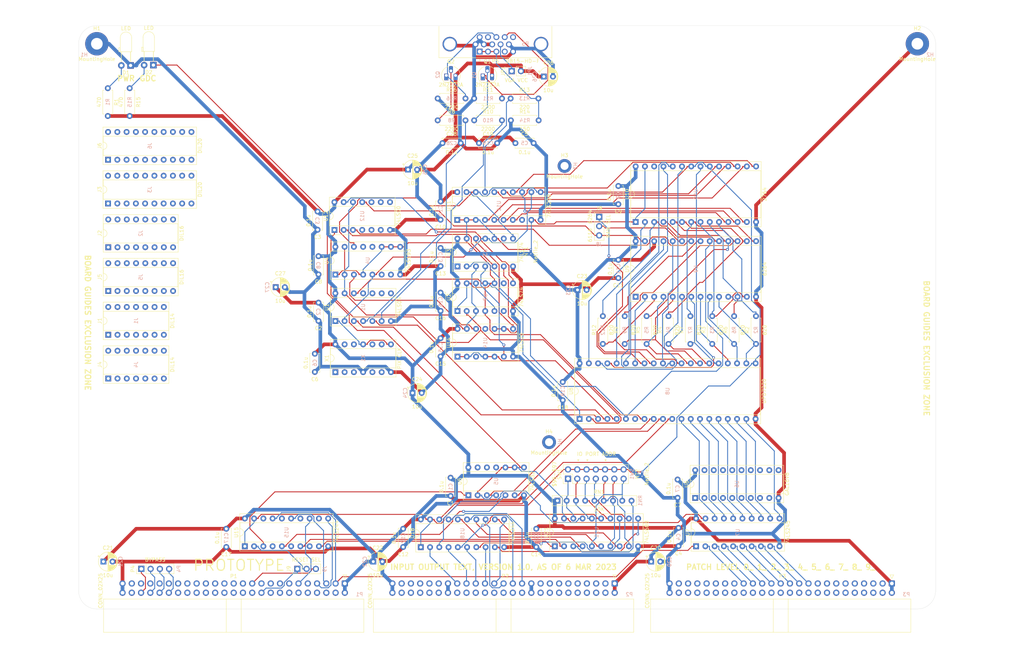
<source format=kicad_pcb>
(kicad_pcb (version 20211014) (generator pcbnew)
  (layers (0 "F.Cu" signal) (31 "B.Cu" signal) (34 "B.Paste" user) (35 "F.Paste" user) (36 "B.SilkS" user "B.Silkscreen") (37 "F.SilkS" user "F.Silkscreen") (38 "B.Mask" user) (39 "F.Mask" user) (44 "Edge.Cuts" user))
  (net 0 "")
  (net 1 "GND")
  (net 2 "VCC")
  (net 3 "Net-(D2-Pad1)")
  (net 4 "Net-(D2-Pad2)")
  (net 5 "/GDC-Text/AD11")
  (net 6 "Net-(RN1-Pad9)")
  (net 7 "Net-(RN1-Pad5)")
  (net 8 "Net-(RN1-Pad4)")
  (net 9 "Net-(RN1-Pad3)")
  (net 10 "Net-(RN1-Pad2)")
  (net 11 "Net-(D1-Pad2)")
  (net 12 "-12V")
  (net 13 "Net-(J8-Pad2)")
  (net 14 "/GDC-Text/~{WE_RAM}")
  (net 15 "/GDC-Text/VCC_VGA")
  (net 16 "/bus/~{INT0}")
  (net 17 "/bus/~{EIRQ7}")
  (net 18 "/bus/~{EIRQ6}")
  (net 19 "/bus/~{EIRQ5}")
  (net 20 "/bus/~{EIRQ4}")
  (net 21 "/bus/~{EIRQ3}")
  (net 22 "~{M1}")
  (net 23 "~{IORQ}")
  (net 24 "~{WR}")
  (net 25 "~{RD}")
  (net 26 "A0")
  (net 27 "A1")
  (net 28 "A2")
  (net 29 "A3")
  (net 30 "A4")
  (net 31 "A5")
  (net 32 "A6")
  (net 33 "A7")
  (net 34 "+12V")
  (net 35 "D0")
  (net 36 "D1")
  (net 37 "D2")
  (net 38 "D3")
  (net 39 "D4")
  (net 40 "D5")
  (net 41 "D6")
  (net 42 "D7")
  (net 43 "ONE")
  (net 44 "ZERO")
  (net 45 "bD6")
  (net 46 "bD5")
  (net 47 "bD4")
  (net 48 "bD3")
  (net 49 "bD2")
  (net 50 "bD1")
  (net 51 "bD0")
  (net 52 "~{bWR}")
  (net 53 "~{bRD}")
  (net 54 "bA0")
  (net 55 "bD7")
  (net 56 "~{bM1}")
  (net 57 "bA7")
  (net 58 "bA6")
  (net 59 "bA5")
  (net 60 "bA4")
  (net 61 "~{bIORQ}")
  (net 62 "bA1")
  (net 63 "bA2")
  (net 64 "bA3")
  (net 165 "/bus/D15")
  (net 166 "/bus/D31")
  (net 167 "/bus/D14")
  (net 168 "/bus/D30")
  (net 169 "/bus/D13")
  (net 170 "/bus/D29")
  (net 171 "/bus/D12")
  (net 172 "/bus/D28")
  (net 173 "/bus/D11")
  (net 174 "/bus/D27")
  (net 175 "/bus/D10")
  (net 176 "/bus/D26")
  (net 177 "/bus/D9")
  (net 178 "/bus/D25")
  (net 179 "/bus/D8")
  (net 180 "/bus/D24")
  (net 181 "/bus/D23")
  (net 182 "/bus/D22")
  (net 183 "/bus/D21")
  (net 184 "/bus/D20")
  (net 185 "/bus/D19")
  (net 186 "/bus/D18")
  (net 187 "/bus/D17")
  (net 188 "/bus/D16")
  (net 189 "/bus/~{BUSERR}")
  (net 190 "/bus/UDS")
  (net 191 "/bus/~{VPA}")
  (net 192 "/bus/LDS")
  (net 193 "/bus/~{VMA}")
  (net 194 "/bus/S2")
  (net 195 "/bus/~{BHE}")
  (net 196 "/bus/S1")
  (net 197 "/bus/IPL2")
  (net 198 "/bus/S0")
  (net 199 "/bus/IPL1")
  (net 200 "/bus/AUXCLK3")
  (net 201 "/bus/IPL0")
  (net 202 "/bus/AUXCLK2")
  (net 203 "/bus/A15")
  (net 204 "/bus/A31")
  (net 205 "/bus/A14")
  (net 206 "/bus/A30")
  (net 207 "/bus/A13")
  (net 208 "/bus/A29")
  (net 209 "/bus/A12")
  (net 210 "/bus/A28")
  (net 211 "/bus/A11")
  (net 212 "/bus/A27")
  (net 213 "/bus/A10")
  (net 214 "/bus/A26")
  (net 215 "/bus/A9")
  (net 216 "/bus/A25")
  (net 217 "/bus/A8")
  (net 218 "/bus/A24")
  (net 219 "/bus/A23")
  (net 220 "/bus/A22")
  (net 221 "/bus/A21")
  (net 222 "/bus/A20")
  (net 223 "/bus/A19")
  (net 224 "/bus/A18")
  (net 225 "/bus/A17")
  (net 226 "/bus/A16")
  (net 227 "/bus/IC3")
  (net 228 "/bus/~{EIRQ2}")
  (net 229 "/bus/IC2")
  (net 230 "/bus/~{EIRQ1}")
  (net 231 "/bus/IC1")
  (net 232 "/bus/~{EIRQ0}")
  (net 233 "/bus/IC0")
  (net 234 "/bus/~{TEND1}")
  (net 235 "/bus/AUXCLK1")
  (net 236 "/bus/AUXCLK0")
  (net 237 "/bus/E")
  (net 238 "/bus/ST")
  (net 239 "/bus/PHI")
  (net 240 "/bus/~{MREQ}")
  (net 241 "/bus/~{INT2}")
  (net 242 "/bus/~{INT1}")
  (net 243 "/bus/~{BUSACK}")
  (net 244 "/bus/CRUCLK")
  (net 245 "/bus/CLK")
  (net 246 "/bus/CRUOUT")
  (net 247 "/bus/CRUIN")
  (net 248 "/bus/~{NMI}")
  (net 249 "~{RES_IN}")
  (net 250 "~{RES_OUT}")
  (net 251 "/bus/USER8")
  (net 252 "/bus/~{BUSRQ}")
  (net 253 "/bus/USER7")
  (net 254 "/bus/~{WAIT}")
  (net 255 "/bus/USER6")
  (net 256 "/bus/~{HALT}")
  (net 257 "/bus/USER5")
  (net 258 "/bus/~{RFSH}")
  (net 259 "/bus/USER4")
  (net 260 "/bus/USER3")
  (net 261 "/bus/USER2")
  (net 262 "/bus/USER1")
  (net 263 "/bus/USER0")
  (net 264 "~{BAI}")
  (net 265 "~{BAO}")
  (net 266 "~{IEI}")
  (net 267 "~{IEO}")
  (net 268 "/bus/I2C_SCL")
  (net 269 "/bus/I2C_SDA")
  (net 270 "/bus/~{DREQ1}")
  (net 271 "/bus/~{TEND0}")
  (net 272 "/bus/~{DREQ0}")
  (net 273 "Net-(P5-Pad1)")
  (net 276 "/GDC-Text/H-Sync")
  (net 277 "/GDC-Text/V-Sync")
  (net 279 "Net-(Q1-Pad2)")
  (net 281 "Net-(Q2-Pad2)")
  (net 282 "/GDC-Text/AD0")
  (net 287 "/GDC-Text/MD0")
  (net 288 "/GDC-Text/AD2")
  (net 289 "/GDC-Text/MD2")
  (net 297 "Net-(J9-Pad2)")
  (net 298 "/GDC-Text/AD4")
  (net 299 "/GDC-Text/MD4")
  (net 300 "/GDC-Text/AD6")
  (net 301 "/GDC-Text/MD6")
  (net 302 "/GDC-Text/AD1")
  (net 303 "/GDC-Text/MD1")
  (net 304 "/GDC-Text/AD3")
  (net 305 "/GDC-Text/MD3")
  (net 306 "Net-(R8-Pad2)")
  (net 307 "/GDC-Text/AD5")
  (net 308 "/GDC-Text/MD5")
  (net 309 "Net-(R10-Pad2)")
  (net 310 "/GDC-Text/AD7")
  (net 311 "/GDC-Text/MD7")
  (net 312 "/GDC-Text/VGA_TTL")
  (net 313 "Net-(RN1-Pad6)")
  (net 314 "Net-(RN1-Pad7)")
  (net 315 "Net-(RN1-Pad8)")
  (net 316 "/GDC-Text/~{PIX-CLK}")
  (net 317 "/GDC-Text/PIX-CLK")
  (net 318 "/GDC-Text/HSYNC")
  (net 319 "/GDC-Text/VSYNC")
  (net 324 "/GDC-Text/2xWCLK")
  (net 325 "/GDC-Text/~{2xWCLK}")
  (net 326 "/GDC-Text/~{DBIN}")
  (net 327 "Net-(U2-Pad12)")
  (net 329 "Net-(U12-Pad13)")
  (net 332 "/GDC-Text/ALE")
  (net 333 "/GDC-Text/~{BLANK}")
  (net 334 "Net-(U12-Pad2)")
  (net 335 "Net-(U14-Pad10)")
  (net 336 "Net-(U11-Pad19)")
  (net 338 "Net-(U14-Pad8)")
  (net 339 "Net-(U14-Pad12)")
  (net 344 "~{CS_TEXT}")
  (net 345 "~{CS_TEXT_RD}")
  (net 346 "~{CS_TEXT_WR}")
  (net 368 "/GDC-Text/BLANK")
  (net 370 "/GDC-Text/AD8")
  (net 371 "/GDC-Text/AD9")
  (net 372 "/GDC-Text/AD10")
  (net 373 "/GDC-Text/AD12")
  (net 374 "/GDC-Text/AD13")
  (net 375 "/GDC-Text/AD14")
  (net 376 "/GDC-Text/AD15")
  (net 377 "/GDC-Text/A16")
  (net 378 "/GDC-Text/A17")
  (net 380 "/GDC-Text/~{OE_RAM}")
  (net 381 "/GDC-Text/CD0")
  (net 382 "/GDC-Text/CD1")
  (net 383 "/GDC-Text/CD2")
  (net 384 "/GDC-Text/CD3")
  (net 385 "/GDC-Text/CD4")
  (net 386 "/GDC-Text/CD5")
  (net 387 "/GDC-Text/CD6")
  (net 388 "/GDC-Text/CD7")
  (footprint "MountingHole:MountingHole_3.2mm_M3_Pad" (layer "F.Cu") (at 265 75)
    (fp_text reference "H2")
    (fp_text value "MountingHole")
  )
  (footprint "MountingHole:MountingHole_3.2mm_M3_Pad" (layer "F.Cu") (at 40 75)
    (fp_text reference "H1")
    (fp_text value "MountingHole")
  )
  (footprint "Connector_IDC:IDC-Header_2x25_P2.54mm_Horizontal" (layer "F.Cu") (at 182 223 -90)
    (fp_text reference "P2")
    (fp_text value "CONN_02X25")
  )
  (footprint "Connector_IDC:IDC-Header_2x25_P2.54mm_Horizontal" (layer "F.Cu") (at 258 223 -90)
    (fp_text reference "P3")
    (fp_text value "CONN_02X25")
  )
  (footprint "Connector_IDC:IDC-Header_2x25_P2.54mm_Horizontal" (layer "F.Cu") (at 108 223 -90)
    (fp_text reference "P1")
    (fp_text value "CONN_02X25")
  )
  (footprint "Capacitor_THT:C_Disc_D5.0mm_W2.5mm_P5.00mm" (layer "F.Cu") (at 134.25 143.25 -90)
    (fp_text reference "C16")
    (fp_text value "0.1u")
  )
  (footprint "Package_DIP:DIP-40_W15.24mm_Socket" (layer "F.Cu") (at 172.375 177.875 90)
    (fp_text reference "U8")
    (fp_text value "UPD7220")
  )
  (footprint "Connector_Dsub:DSUB-15-HD_Female_Horizontal_P2.29x1.98mm_EdgePinOffset3.03mm_Housed_MountingHolesOffset4.94mm" (layer "F.Cu") (at 144.975 77.1503 180)
    (fp_text reference "P5")
    (fp_text value "DB15-HD-F")
  )
  (footprint "Resistor_THT:R_Axial_DIN0207_L6.3mm_D2.5mm_P7.62mm_Horizontal" (layer "F.Cu") (at 208.75 157.31 90)
    (fp_text reference "R3")
    (fp_text value "820")
  )
  (footprint "Package_DIP:DIP-14_W7.62mm_Socket" (layer "F.Cu") (at 105.4 165.05 90)
    (fp_text reference "X1")
    (fp_text value "PIX CLK")
  )
  (footprint "Package_DIP:DIP-16_W7.62mm_Socket" (layer "F.Cu") (at 43.125 130.8 90)
    (fp_text reference "J2")
    (fp_text value "DIL16")
  )
  (footprint "Capacitor_THT:CP_Radial_D5.0mm_P2.50mm" (layer "F.Cu") (at 115.7949 217)
    (fp_text reference "C22")
    (fp_text value "10u")
  )
  (footprint "Capacitor_THT:C_Disc_D5.0mm_W2.5mm_P5.00mm" (layer "F.Cu") (at 134.25 118.25 -90)
    (fp_text reference "C10")
    (fp_text value "0.1u")
  )
  (footprint "Resistor_THT:R_Axial_DIN0207_L6.3mm_D2.5mm_P7.62mm_Horizontal" (layer "F.Cu") (at 196.75 157.31 90)
    (fp_text reference "R4")
    (fp_text value "820")
  )
  (footprint "LED_THT:LED_D3.0mm_Horizontal_O3.81mm_Z2.0mm" (layer "F.Cu") (at 49.25 80.95 180)
    (fp_text reference "D1")
    (fp_text value "LED")
  )
  (footprint "Resistor_THT:R_Axial_DIN0207_L6.3mm_D2.5mm_P7.62mm_Horizontal" (layer "F.Cu") (at 190.75 157.31 90)
    (fp_text reference "R5")
    (fp_text value "820")
  )
  (footprint "Capacitor_THT:C_Disc_D5.0mm_W2.5mm_P5.00mm" (layer "F.Cu") (at 160.5 208 -90)
    (fp_text reference "C14")
    (fp_text value "0.1u")
  )
  (footprint "Resistor_THT:R_Axial_DIN0207_L6.3mm_D2.5mm_P7.62mm_Horizontal" (layer "F.Cu") (at 133.465 96)
    (fp_text reference "R8")
    (fp_text value "2200")
  )
  (footprint "Resistor_THT:R_Axial_DIN0207_L6.3mm_D2.5mm_P7.62mm_Horizontal" (layer "F.Cu") (at 178.75 157.31 90)
    (fp_text reference "R12")
    (fp_text value "820")
  )
  (footprint "Capacitor_THT:CP_Radial_D5.0mm_P2.50mm" (layer "F.Cu") (at 192 217)
    (fp_text reference "C20")
    (fp_text value "10u")
  )
  (footprint "Resistor_THT:R_Axial_DIN0207_L6.3mm_D2.5mm_P7.62mm_Horizontal" (layer "F.Cu") (at 143.465 90)
    (fp_text reference "R11")
    (fp_text value "2200")
  )
  (footprint "Capacitor_THT:C_Disc_D5.0mm_W2.5mm_P5.00mm" (layer "F.Cu") (at 199.25 194.5 -90)
    (fp_text reference "C7")
    (fp_text value "0.1u")
  )
  (footprint "Capacitor_THT:CP_Radial_D5.0mm_P2.50mm" (layer "F.Cu") (at 89.0449 141.75)
    (fp_text reference "C27")
    (fp_text value "10u")
  )
  (footprint "Package_DIP:DIP-16_W7.62mm_Socket" (layer "F.Cu") (at 43.125 142.8 90)
    (fp_text reference "J5")
    (fp_text value "DIL16")
  )
  (footprint "Package_DIP:DIP-20_W7.62mm_Socket" (layer "F.Cu") (at 165.575 212.8 90)
    (fp_text reference "U21")
    (fp_text value "74LS688")
  )
  (footprint "Capacitor_THT:C_Disc_D5.0mm_W2.5mm_P5.00mm" (layer "F.Cu") (at 167.75 167.75 -90)
    (fp_text reference "C18")
    (fp_text value "0.1u")
  )
  (footprint "Connector_PinHeader_2.54mm:PinHeader_1x02_P2.54mm_Vertical" (layer "F.Cu") (at 153.75 82.5 90)
    (fp_text reference "JP1")
    (fp_text value "VGA VCC")
  )
  (footprint "Capacitor_THT:C_Disc_D5.0mm_W2.5mm_P5.00mm" (layer "F.Cu") (at 183 114 -90)
    (fp_text reference "C9")
    (fp_text value "0.1u")
  )
  (footprint "Capacitor_THT:C_Disc_D5.0mm_W2.5mm_P5.00mm" (layer "F.Cu") (at 134.25 155.75 -90)
    (fp_text reference "C15")
    (fp_text value "0.1u")
  )
  (footprint "MountingHole:MountingHole_2.2mm_M2_DIN965_Pad" (layer "F.Cu") (at 164 184.25)
    (fp_text reference "H4")
    (fp_text value "MountingHole")
  )
  (footprint "LED_THT:LED_D3.0mm_Horizontal_O3.81mm_Z2.0mm" (layer "F.Cu") (at 55.5 80.85 180)
    (fp_text reference "D2")
    (fp_text value "LED")
  )
  (footprint "Connector_PinHeader_2.54mm:PinHeader_1x03_P2.54mm_Vertical" (layer "F.Cu") (at 94.975 219 90)
    (fp_text reference "J9")
    (fp_text value "RESET SEL")
  )
  (footprint "Resistor_THT:R_Axial_DIN0207_L6.3mm_D2.5mm_P7.62mm_Horizontal" (layer "F.Cu") (at 43 87.19 -90)
    (fp_text reference "R1")
    (fp_text value "470")
  )
  (footprint "Package_DIP:DIP-20_W7.62mm_Socket" (layer "F.Cu") (at 128.825 213.05 90)
    (fp_text reference "U18")
    (fp_text value "74LS244")
  )
  (footprint "Package_DIP:DIP-14_W7.62mm_Socket" (layer "F.Cu") (at 105.4 151.05 90)
    (fp_text reference "U1")
    (fp_text value "74LS04")
  )
  (footprint "Package_DIP:DIP-14_W7.62mm_Socket" (layer "F.Cu") (at 138.9 160.8 90)
    (fp_text reference "U14")
    (fp_text value "74LS20")
  )
  (footprint "Package_DIP:DIP-20_W7.62mm_Socket" (layer "F.Cu") (at 204.075 199.55 90)
    (fp_text reference "U6")
    (fp_text value "GAL16V8")
  )
  (footprint "Package_DIP:DIP-14_W7.62mm_Socket" (layer "F.Cu") (at 141.875 198.8 90)
    (fp_text reference "U5")
    (fp_text value "74LS32")
  )
  (footprint "Package_DIP:DIP-16_W7.62mm_Socket" (layer "F.Cu") (at 105.4 138.3 90)
    (fp_text reference "U4")
    (fp_text value "74LS193")
  )
  (footprint "Resistor_THT:R_Axial_DIN0207_L6.3mm_D2.5mm_P7.62mm_Horizontal" (layer "F.Cu") (at 49 87.19 -90)
    (fp_text reference "R15")
    (fp_text value "470")
  )
  (footprint "Resistor_THT:R_Axial_DIN0207_L6.3mm_D2.5mm_P7.62mm_Horizontal" (layer "F.Cu") (at 153.465 90)
    (fp_text reference "R13")
    (fp_text value "220")
  )
  (footprint "Capacitor_THT:CP_Radial_D5.0mm_P2.50mm" (layer "F.Cu") (at 171.7949 142.5)
    (fp_text reference "C23")
    (fp_text value "10u")
  )
  (footprint "Resistor_THT:R_Axial_DIN0207_L6.3mm_D2.5mm_P7.62mm_Horizontal" (layer "F.Cu") (at 184.75 157.31 90)
    (fp_text reference "R9")
    (fp_text value "820")
  )
  (footprint "Resistor_THT:R_Axial_DIN0207_L6.3mm_D2.5mm_P7.62mm_Horizontal" (layer "F.Cu") (at 202.75 157.31 90)
    (fp_text reference "R7")
    (fp_text value "820")
  )
  (footprint "Capacitor_THT:CP_Radial_D5.0mm_P2.50mm" (layer "F.Cu") (at 41.7949 217)
    (fp_text reference "C21")
    (fp_text value "10u")
  )
  (footprint "Package_DIP:DIP-28_W15.24mm_Socket" (layer "F.Cu") (at 187.75 144.375 90)
    (fp_text reference "U9")
    (fp_text value "6264")
  )
  (footprint "Capacitor_THT:C_Disc_D5.0mm_W2.5mm_P5.00mm" (layer "F.Cu") (at 124 208 -90)
    (fp_text reference "C12")
    (fp_text value "0.1u")
  )
  (footprint "Package_DIP:DIP-28_W15.24mm_Socket" (layer "F.Cu") (at 187.75 123.875 90)
    (fp_text reference "U10")
    (fp_text value "2764")
  )
  (footprint "Capacitor_THT:C_Disc_D5.0mm_W2.5mm_P5.00mm" (layer "F.Cu") (at 144.775 102.25)
    (fp_text reference "C19")
    (fp_text value "0.1u")
  )
  (footprint "NetTie:NetTie-2_THT_Pad0.3mm" (layer "F.Cu") (at 159 132.6 90)
    (fp_text reference "NT1")
    (fp_text value "NetTie_2")
  )
  (footprint "Resistor_THT:R_Axial_DIN0207_L6.3mm_D2.5mm_P7.62mm_Horizontal" (layer "F.Cu") (at 133.465 90)
    (fp_text reference "R16")
    (fp_text value "2200")
  )
  (footprint "Resistor_THT:R_Axial_DIN0207_L6.3mm_D2.5mm_P7.62mm_Horizontal" (layer "F.Cu") (at 214.75 157.31 90)
    (fp_text reference "R6")
    (fp_text value "820")
  )
  (footprint "Capacitor_THT:CP_Radial_D5.0mm_P2.50mm" (layer "F.Cu") (at 126.5699 170.75)
    (fp_text reference "C24")
    (fp_text value "10u")
  )
  (footprint "Package_DIP:DIP-20_W7.62mm_Socket" (layer "F.Cu") (at 43.075 118.8 90)
    (fp_text reference "J3")
    (fp_text value "DIL20")
  )
  (footprint "Connector_PinHeader_2.54mm:PinHeader_1x04_P2.54mm_Vertical" (layer "F.Cu") (at 52.2 219 90)
    (fp_text reference "P4")
    (fp_text value "BYPASS")
  )
  (footprint "Resistor_THT:R_Axial_DIN0207_L6.3mm_D2.5mm_P7.62mm_Horizontal" (layer "F.Cu") (at 220.75 157.31 90)
    (fp_text reference "R2")
    (fp_text value "820")
  )
  (footprint "Connector_PinHeader_2.54mm:PinHeader_2x07_P2.54mm_Vertical" (layer "F.Cu") (at 169.2 194.275 90)
    (fp_text reference "SW1")
    (fp_text value "IO PORT ADDR")
  )
  (footprint "Package_DIP:DIP-14_W7.62mm_Socket" (layer "F.Cu") (at 43.125 154.8 90)
    (fp_text reference "J1")
    (fp_text value "DIL14")
  )
  (footprint "Resistor_THT:R_Axial_DIN0207_L6.3mm_D2.5mm_P7.62mm_Horizontal" (layer "F.Cu") (at 143.465 96)
    (fp_text reference "R10")
    (fp_text value "2200")
  )
  (footprint "Capacitor_THT:CP_Radial_D5.0mm_P2.50mm" (layer "F.Cu") (at 125.3199 109.5)
    (fp_text reference "C25")
    (fp_text value "10u")
  )
  (footprint "Capacitor_THT:C_Disc_D5.0mm_W2.5mm_P5.00mm" (layer "F.Cu") (at 134.25 131 -90)
    (fp_text reference "C13")
    (fp_text value "0.1u")
  )
  (footprint "Package_DIP:DIP-20_W7.62mm_Socket" (layer "F.Cu") (at 43.075 106.8 90)
    (fp_text reference "J6")
    (fp_text value "DIL20")
  )
  (footprint "MountingHole:MountingHole_2.2mm_M2_DIN965_Pad" (layer "F.Cu") (at 168.25 108.5)
    (fp_text reference "H3")
    (fp_text value "MountingHole")
  )
  (footprint "Capacitor_THT:C_Disc_D5.0mm_W2.5mm_P5.00mm" (layer "F.Cu") (at 100.525 121 -90)
    (fp_text reference "C3")
    (fp_text value "0.1u")
  )
  (footprint "Package_DIP:DIP-20_W7.62mm_Socket" (layer "F.Cu") (at 204.325 212.8 90)
    (fp_text reference "U7")
    (fp_text value "74LS245")
  )
  (footprint "Package_DIP:DIP-14_W7.62mm_Socket" (layer "F.Cu") (at 43.125 166.8 90)
    (fp_text reference "J4")
    (fp_text value "DIL14")
  )
  (footprint "Capacitor_THT:C_Disc_D5.0mm_W2.5mm_P5.00mm" (layer "F.Cu") (at 75.5 208 -90)
    (fp_text reference "C17")
    (fp_text value "0.1u")
  )
  (footprint "NetTie:NetTie-2_THT_Pad0.3mm" (layer "F.Cu") (at 189.5 193.6 90)
    (fp_text reference "NT2")
    (fp_text value "NetTie_2")
  )
  (footprint "Capacitor_THT:CP_Radial_D5.0mm_P2.50mm" (layer "F.Cu") (at 162.5699 84)
    (fp_text reference "C26")
    (fp_text value "10u")
  )
  (footprint "Package_DIP:DIP-14_W7.62mm_Socket" (layer "F.Cu") (at 138.875 148.3 90)
    (fp_text reference "U2")
    (fp_text value "74LS74")
  )
  (footprint "Capacitor_THT:C_Disc_D5.0mm_W2.5mm_P5.00mm" (layer "F.Cu") (at 137 194 -90)
    (fp_text reference "C1")
    (fp_text value "0.1u")
  )
  (footprint "Capacitor_THT:C_Disc_D5.0mm_W2.5mm_P5.00mm" (layer "F.Cu") (at 199.5 207.75 -90)
    (fp_text reference "C4")
    (fp_text value "0.1u")
  )
  (footprint "Capacitor_THT:C_Disc_D5.0mm_W2.5mm_P5.00mm" (layer "F.Cu") (at 100.775 146 -90)
    (fp_text reference "C2")
    (fp_text value "0.1u")
  )
  (footprint "Connector_PinHeader_2.54mm:PinHeader_1x03_P2.54mm_Vertical" (layer "F.Cu") (at 177.75 122.475)
    (fp_text reference "J8")
    (fp_text value "RAM SEL")
  )
  (footprint "Package_DIP:DIP-20_W7.62mm_Socket" (layer "F.Cu") (at 138.825 123.3 90)
    (fp_text reference "U11")
    (fp_text value "74LS299")
  )
  (footprint "Package_DIP:DIP-20_W7.62mm_Socket" (layer "F.Cu") (at 80.575 212.8 90)
    (fp_text reference "U15")
    (fp_text value "74LS244")
  )
  (footprint "Capacitor_THT:C_Disc_D5.0mm_W2.5mm_P5.00mm" (layer "F.Cu") (at 154.775 102.25)
    (fp_text reference "C5")
    (fp_text value "0.1u")
  )
  (footprint "Package_DIP:DIP-14_W7.62mm_Socket" (layer "F.Cu") (at 138.875 136.05 90)
    (fp_text reference "U3")
    (fp_text value "74LS74")
  )
  (footprint "Package_TO_SOT_THT:TO-92L_HandSolder" (layer "F.Cu") (at 135.825 83.7)
    (fp_text reference "Q2")
    (fp_text value "2N2222A")
  )
  (footprint "Resistor_THT:R_Axial_DIN0207_L6.3mm_D2.5mm_P7.62mm_Horizontal" (layer "F.Cu") (at 153.525 96)
    (fp_text reference "R14")
    (fp_text value "150")
  )
  (footprint "Package_TO_SOT_THT:TO-92L_HandSolder" (layer "F.Cu") (at 145.825 83.7)
    (fp_text reference "Q1")
    (fp_text value "2N2222A")
  )
  (footprint "Capacitor_THT:C_Disc_D5.0mm_W2.5mm_P5.00mm" (layer "F.Cu") (at 134.775 102.25)
    (fp_text reference "C28")
    (fp_text value "0.1u")
  )
  (footprint "Capacitor_THT:C_Disc_D5.0mm_W2.5mm_P5.00mm" (layer "F.Cu") (at 99.775 160 -90)
    (fp_text reference "C6")
    (fp_text value "0.1u")
  )
  (footprint "Resistor_THT:R_Array_SIP9" (layer "F.Cu") (at 166.295 200.305)
    (fp_text reference "RN1")
    (fp_text value "10K")
  )
  (footprint "Capacitor_THT:C_Disc_D5.0mm_W2.5mm_P5.00mm" (layer "F.Cu") (at 100.775 133.25 -90)
    (fp_text reference "C8")
    (fp_text value "0.1u")
  )
  (footprint "Package_DIP:DIP-14_W7.62mm_Socket" (layer "F.Cu") (at 105.15 126.05 90)
    (fp_text reference "U12")
    (fp_text value "74LS00")
  )
  (footprint "Capacitor_THT:C_Disc_D5.0mm_W2.5mm_P5.00mm" (layer "F.Cu") (at 183 134.25 -90)
    (fp_text reference "C11")
    (fp_text value "0.1u")
  )
  (gr_line (start 35 75) (end 35 225) (layer "Edge.Cuts") (width 0.05))
  (gr_line (start 40 230) (end 265 230) (layer "Edge.Cuts") (width 0.05))
  (gr_line (start 270 225) (end 270 75) (layer "Edge.Cuts") (width 0.05))
  (gr_line (start 265 70) (end 40 70) (layer "Edge.Cuts") (width 0.05))
  (gr_arc (start 265 70) (mid 268.535534 71.464466) (end 270 75) (layer "Edge.Cuts") (width 0.05))
  (gr_arc (start 40 230) (mid 36.464466 228.535534) (end 35 225) (layer "Edge.Cuts") (width 0.05))
  (gr_arc (start 35 75) (mid 36.464466 71.464466) (end 40 70) (layer "Edge.Cuts") (width 0.05))
  (gr_arc (start 270 225) (mid 268.535534 228.535534) (end 265 230) (layer "Edge.Cuts") (width 0.05))
  (gr_text "BOARD GUIDES EXCLUSION ZONE" (at 267.5 158.5 270) (layer "F.SilkS") (effects (font (size 1.5 1.5) (thickness 0.3))))
  (gr_text "BOARD GUIDES EXCLUSION ZONE" (at 37.5 151.5 270) (layer "F.SilkS") (effects (font (size 1.5 1.5) (thickness 0.3))))
  (gr_text "*" (at 174.5 189.5) (layer "F.SilkS") (effects (font (size 1 1))))
  (gr_text "INPUT OUTPUT TEXT, VERSION 1.0, AS OF 6 MAR 2023" (at 151.5 218.5) (layer "F.SilkS") (effects (font (size 1.5 1.5) (thickness 0.3))))
  (gr_text "6264" (at 175.25 122.5 90) (layer "F.SilkS") (effects (font (size 1 1))))
  (gr_text "*" (at 172 189.5) (layer "F.SilkS") (effects (font (size 1 1))))
  (gr_text "PROTOTYPE" (at 79 218) (layer "F.SilkS") (effects (font (size 3 3) (thickness 0.3))))
  (gr_text "PWR" (at 48 84.5) (layer "F.SilkS") (effects (font (size 1.5 1.5) (thickness 0.3))))
  (gr_text "*" (at 179.5 189.5) (layer "F.SilkS") (effects (font (size 1 1))))
  (gr_text "6116" (at 175.25 127.5 90) (layer "F.SilkS") (effects (font (size 1 1))))
  (gr_text "PATCH LEVEL 0_ 1_ 2_ 3_ 4_ 5_ 6_ 7_ 8_ 9_" (at 227.5 218.5) (layer "F.SilkS") (effects (font (size 1.5 1.5) (thickness 0.3))))
  (gr_text "GDC" (at 54 84.5) (layer "F.SilkS") (effects (font (size 1.5 1.5) (thickness 0.3))))
  (gr_text "$96-$97" (at 165.5 193 90) (layer "F.SilkS") (effects (font (size 1 1))))
  (segment (start 172.8349 140.9364) (end 174.3467 142.4482) (width 1) (layer "F.Cu") (net 1))
  (segment (start 103.435 213.3948) (end 114.8525 213.3948) (width 1) (layer "F.Cu") (net 1))
  (segment (start 148.41 75.1703) (end 146.12 75.1703) (width 1) (layer "F.Cu") (net 1))
  (segment (start 228.4442 187.1845) (end 220.635 179.3753) (width 1) (layer "F.Cu") (net 1))
  (segment (start 154.115 148.3) (end 154.115 146.7997) (width 1) (layer "F.Cu") (net 1))
  (segment (start 129.0699 170.75) (end 129.0699 170.6561) (width 1) (layer "F.Cu") (net 1))
  (segment (start 222.2599 174.7498) (end 222.2599 147.3652) (width 1) (layer "F.Cu") (net 1))
  (segment (start 156.3075 139.7428) (end 154.115 137.5503) (width 1) (layer "F.Cu") (net 1))
  (segment (start 156.3075 140.9364) (end 156.3075 139.7428) (width 1) (layer "F.Cu") (net 1))
  (segment (start 174.3467 142.4482) (end 174.2949 142.5) (width 1) (layer "F.Cu") (net 1))
  (segment (start 76.821 214.321) (end 102.5088 214.321) (width 1) (layer "F.Cu") (net 1))
  (segment (start 47.04 217) (end 71.5 217) (width 1) (layer "F.Cu") (net 1))
  (segment (start 156.3075 144.6072) (end 156.3075 140.9364) (width 1) (layer "F.Cu") (net 1))
  (segment (start 220.635 177.875) (end 220.635 176.3747) (width 1) (layer "F.Cu") (net 1))
  (segment (start 152.6215 78.6638) (end 143.8261 78.6638) (width 1) (layer "F.Cu") (net 1))
  (segment (start 157.115 198.8) (end 155.6146 200.3004) (width 1) (layer "F.Cu") (net 1))
  (segment (start 226.935 198.0497) (end 228.4442 196.5405) (width 1) (layer "F.Cu") (net 1))
  (segment (start 141.2835 103.7585) (end 139.775 102.25) (width 1) (layer "F.Cu") (net 1))
  (segment (start 126.9803 136) (end 124.6803 138.3) (width 1) (layer "F.Cu") (net 1))
  (segment (start 71.5 217) (end 75.5 213) (width 1) (layer "F.Cu") (net 1))
  (segment (start 124.6903 123.25) (end 134.25 123.25) (width 1) (layer "F.Cu") (net 1))
  (segment (start 188.435 212.8) (end 189.9353 212.8) (width 1) (layer "F.Cu") (net 1))
  (segment (start 154.115 146.7997) (end 156.3075 144.6072) (width 1) (layer "F.Cu") (net 1))
  (segment (start 220.635 177.875) (end 220.635 179.3753) (width 1) (layer "F.Cu") (net 1))
  (segment (start 183 139.25) (end 177.5449 139.25) (width 1) (layer "F.Cu") (net 1))
  (segment (start 154.115 136.05) (end 154.115 137.5503) (width 1) (layer "F.Cu") (net 1))
  (segment (start 75.5 213) (end 76.821 214.321) (width 1) (layer "F.Cu") (net 1))
  (segment (start 151.685 213.05) (end 153.1853 213.05) (width 1) (layer "F.Cu") (net 1))
  (segment (start 154.135 77.1503) (end 152.6215 78.6638) (width 1) (layer "F.Cu") (net 1))
  (segment (start 134.25 136) (end 126.9803 136) (width 1) (layer "F.Cu") (net 1))
  (segment (start 143.4746 78.3123) (end 143.4746 75.5257) (width 1) (layer "F.Cu") (net 1))
  (segment (start 124 213) (end 120.1628 216.8372) (width 1) (layer "F.Cu") (net 1))
  (segment (start 220.77 144.375) (end 220.77 145.8753) (width 1) (layer "F.Cu") (net 1))
  (segment (start 120.1628 216.8372) (end 118.2949 216.8372) (width 1) (layer "F.Cu") (net 1))
  (segment (start 153.2353 213) (end 153.1853 213.05) (width 1) (layer "F.Cu") (net 1))
  (segment (start 222.2599 147.3652) (end 220.77 145.8753) (width 1) (layer "F.Cu") (net 1))
  (segment (start 129.0699 170.6561) (end 123.4638 165.05) (width 1) (layer "F.Cu") (net 1))
  (segment (start 220.77 119.23) (end 265 75) (width 1) (layer "F.Cu") (net 1))
  (segment (start 160.5 213) (end 153.2353 213) (width 1) (layer "F.Cu") (net 1))
  (segment (start 143.4746 75.5257) (end 143.83 75.1703) (width 1) (layer "F.Cu") (net 1))
  (segment (start 123.18 138.3) (end 124.6803 138.3) (width 1) (layer "F.Cu") (net 1))
  (segment (start 138.3004 200.3004) (end 137 199) (width 1) (layer "F.Cu") (net 1))
  (segment (start 149.775 102.25) (end 148.2665 103.7585) (width 1) (layer "F.Cu") (net 1))
  (segment (start 132.525 109.5) (end 139.775 102.25) (width 1) (layer "F.Cu") (net 1))
  (segment (start 226.935 199.55) (end 226.935 198.0497) (width 1) (layer "F.Cu") (net 1))
  (segment (start 118.2949 216.8372) (end 118.2949 217) (width 1) (layer "F.Cu") (net 1))
  (segment (start 121.8903 126.05) (end 124.6903 123.25) (width 1) (layer "F.Cu") (net 1))
  (segment (start 114.8525 213.3948) (end 118.2949 216.8372) (width 1) (layer "F.Cu") (net 1))
  (segment (start 220.77 123.875) (end 220.77 119.23) (width 1) (layer "F.Cu") (net 1))
  (segment (start 102.5088 214.321) (end 103.435 213.3948) (width 1) (layer "F.Cu") (net 1))
  (segment (start 103.435 213.3948) (end 103.435 212.8) (width 1) (layer "F.Cu") (net 1))
  (segment (start 177.5449 139.25) (end 174.3467 142.4482) (width 1) (layer "F.Cu") (net 1))
  (segment (start 120.39 126.05) (end 121.8903 126.05) (width 1) (layer "F.Cu") (net 1))
  (segment (start 47.04 217) (end 47.04 223) (width 1) (layer "F.Cu") (net 1))
  (segment (start 143.4746 75.5257) (end 137.2154 75.5257) (width 1) (layer "F.Cu") (net 1))
  (segment (start 155.6146 200.3004) (end 138.3004 200.3004) (width 1) (layer "F.Cu") (net 1))
  (segment (start 123.4638 165.05) (end 120.64 165.05) (width 1) (layer "F.Cu") (net 1))
  (segment (start 220.635 176.3747) (end 222.2599 174.7498) (width 1) (layer "F.Cu") (net 1))
  (segment (start 137.2154 75.5257) (end 136.79 75.1003) (width 1) (layer "F.Cu") (net 1))
  (segment (start 199.5 212.75) (end 189.9853 212.75) (width 1) (layer "F.Cu") (net 1))
  (segment (start 44.2949 217) (end 47.04 217) (width 1) (layer "F.Cu") (net 1))
  (segment (start 148.2665 103.7585) (end 141.2835 103.7585) (width 1) (layer "F.Cu") (net 1))
  (segment (start 156.3075 140.9364) (end 172.8349 140.9364) (width 1) (layer "F.Cu") (net 1))
  (segment (start 143.8261 78.6638) (end 143.4746 78.3123) (width 1) (layer "F.Cu") (net 1))
  (segment (start 228.4442 196.5405) (end 228.4442 187.1845) (width 1) (layer "F.Cu") (net 1))
  (segment (start 189.9853 212.75) (end 189.9353 212.8) (width 1) (layer "F.Cu") (net 1))
  (segment (start 127.8199 109.5) (end 132.525 109.5) (width 1) (layer "F.Cu") (net 1))
  (segment (start 47.04 225.54) (end 47.04 223) (width 1) (layer "B.Cu") (net 1))
  (segment (start 199.25 204.1754) (end 201.0319 205.9573) (width 1) (layer "B.Cu") (net 1))
  (segment (start 225.2244 209.3391) (end 227.185 211.2997) (width 1) (layer "B.Cu") (net 1))
  (segment (start 154.14 160.8) (end 155.8 160.8) (width 1) (layer "B.Cu") (net 1))
  (segment (start 220.77 142.8747) (end 222.2716 141.3731) (width 1) (layer "B.Cu") (net 1))
  (segment (start 227.185 212.8) (end 227.185 211.2997) (width 1) (layer "B.Cu") (net 1))
  (segment (start 167.75 175.8438) (end 179.8947 187.9885) (width 1) (layer "B.Cu") (net 1))
  (segment (start 118.2949 217) (end 118.2949 220.2549) (width 1) (layer "B.Cu") (net 1))
  (segment (start 127.8199 116.8199) (end 127.8199 109.5) (width 1) (layer "B.Cu") (net 1))
  (segment (start 100.775 139.2523) (end 100.775 138.25) (width 1) (layer "B.Cu") (net 1))
  (segment (start 56.7151 79.2241) (end 97.0254 119.5344) (width 1) (layer "B.Cu") (net 1))
  (segment (start 120.39 126.05) (end 121.8903 126.05) (width 1) (layer "B.Cu") (net 1))
  (segment (start 137.3652 93.9002) (end 133.465 90) (width 1) (layer "B.Cu") (net 1))
  (segment (start 123.18 138.3) (end 123.18 136.7997) (width 1) (layer "B.Cu") (net 1))
  (segment (start 43.3 75) (end 40 75) (width 1) (layer "B.Cu") (net 1))
  (segment (start 188.435 214.3003) (end 187.5063 215.229) (width 1) (layer "B.Cu") (net 1))
  (segment (start 49.25 80.95) (end 43.3 75) (width 1) (layer "B.Cu") (net 1))
  (segment (start 126.7233 205.3559) (end 126.7233 210.2767) (width 1) (layer "B.Cu") (net 1))
  (segment (start 154.135 76.3153) (end 152.99 75.1703) (width 1) (layer "B.Cu") (net 1))
  (segment (start 134.25 153.2386) (end 134.25 148.25) (width 1) (layer "B.Cu") (net 1))
  (segment (start 49.25 80.95) (end 50.8503 80.95) (width 1) (layer "B.Cu") (net 1))
  (segment (start 101.2798 163.5496) (end 111.5196 163.5496) (width 1) (layer "B.Cu") (net 1))
  (segment (start 101.2798 151.5048) (end 100.775 151) (width 1) (layer "B.Cu") (net 1))
  (segment (start 50.8503 80.6499) (end 52.2761 79.2241) (width 1) (layer "B.Cu") (net 1))
  (segment (start 155.7119 156.5526) (end 153.5524 158.7121) (width 1) (layer "B.Cu") (net 1))
  (segment (start 144.975 74.0253) (end 143.83 75.1703) (width 1) (layer "B.Cu") (net 1))
  (segment (start 201.0319 209.3391) (end 201.0319 211.2181) (width 1) (layer "B.Cu") (net 1))
  (segment (start 134.25 148.25) (end 133.0497 147.0497) (width 1) (layer "B.Cu") (net 1))
  (segment (start 228.7199 205.8436) (end 225.2244 209.3391) (width 1) (layer "B.Cu") (net 1))
  (segment (start 162.729 215.229) (end 160.5 213) (width 1) (layer "B.Cu") (net 1))
  (segment (start 97.0254 122.5004) (end 100.525 126) (width 1) (layer "B.Cu") (net 1))
  (segment (start 167.75 172.75) (end 167.75 175.8438) (width 1) (layer "B.Cu") (net 1))
  (segment (start 220.77 144.375) (end 220.77 142.8747) (width 1) (layer "B.Cu") (net 1))
  (segment (start 157.7366 200.9219) (end 157.115 200.3003) (width 1) (layer "B.Cu") (net 1))
  (segment (start 144.975 73.1903) (end 144.975 74.0253) (width 1) (layer "B.Cu") (net 1))
  (segment (start 163.2288 119) (end 163.2288 105.7038) (width 1) (layer "B.Cu") (net 1))
  (segment (start 197.04 223) (end 197.04 225.54) (width 1) (layer "B.Cu") (net 1))
  (segment (start 201.0319 205.9573) (end 201.0319 209.3391) (width 1) (layer "B.Cu") (net 1))
  (segment (start 126.1406 147.0497) (end 122.1403 151.05) (width 1) (layer "B.Cu") (net 1))
  (segment (start 120.64 165.05) (end 119.1396 163.5496) (width 1) (layer "B.Cu") (net 1))
  (segment (start 189.5 193.6) (end 195.4 199.5) (width 1) (layer "B.Cu") (net 1))
  (segment (start 132.7496 147.0497) (end 126.1406 147.0497) (width 1) (layer "B.Cu") (net 1))
  (segment (start 165.0699 80.8102) (end 160.575 76.3153) (width 1) (layer "B.Cu") (net 1))
  (segment (start 153.525 98.5) (end 149.775 102.25) (width 1) (layer "B.Cu") (net 1))
  (segment (start 179.8947 187.9885) (end 182.9457 187.9885) (width 1) (layer "B.Cu") (net 1))
  (segment (start 99.775 165) (end 101.2254 163.5496) (width 1) (layer "B.Cu") (net 1))
  (segment (start 153.5524 158.7121) (end 154.14 159.2997) (width 1) (layer "B.Cu") (net 1))
  (segment (start 139.5648 102.0398) (end 139.775 102.25) (width 1) (layer "B.Cu") (net 1))
  (segment (start 196.625 222.585) (end 197.04 223) (width 1) (layer "B.Cu") (net 1))
  (segment (start 182.9457 187.9885) (end 188.5572 193.6) (width 1) (layer "B.Cu") (net 1))
  (segment (start 136.2879 158.7121) (end 134.25 160.75) (width 1) (layer "B.Cu") (net 1))
  (segment (start 153.5524 158.7121) (end 136.2879 158.7121) (width 1) (layer "B.Cu") (net 1))
  (segment (start 137 199) (end 133.0792 199) (width 1) (layer "B.Cu") (net 1))
  (segment (start 136.2879 155.2765) (end 134.25 153.2386) (width 1) (layer "B.Cu") (net 1))
  (segment (start 160.575 76.3153) (end 161.79 75.1003) (width 1) (layer "B.Cu") (net 1))
  (segment (start 119.1396 163.5496) (end 114.5204 163.5496) (width 1) (layer "B.Cu") (net 1))
  (segment (start 99.2497 136.7247) (end 99.2497 127.2753) (width 1) (layer "B.Cu") (net 1))
  (segment (start 161.685 120.5438) (end 163.2288 119) (width 1) (layer "B.Cu") (net 1))
  (segment (start 100.775 151) (end 96.932 147.157) (width 1) (layer "B.Cu") (net 1))
  (segment (start 124.683 128.8427) (end 121.8903 126.05) (width 1) (layer "B.Cu") (net 1))
  (segment (start 201.0319 211.2181) (end 199.5 212.75) (width 1) (layer "B.Cu") (net 1))
  (segment (start 143.465 90) (end 143.465 75.5353) (width 1) (layer "B.Cu") (net 1))
  (segment (start 133.0792 199) (end 126.7233 205.3559) (width 1) (layer "B.Cu") (net 1))
  (segment (start 199.5 212.75) (end 196.625 215.625) (width 1) (layer "B.Cu") (net 1))
  (segment (start 157.115 198.8) (end 157.115 200.3003) (width 1) (layer "B.Cu") (net 1))
  (segment (start 196.625 217) (end 196.625 222.585) (width 1) (layer "B.Cu") (net 1))
  (segment (start 96.932 147.157) (end 96.932 143.0953) (width 1) (layer "B.Cu") (net 1))
  (segment (start 101.2798 163.5496) (end 101.2798 151.5048) (width 1) (layer "B.Cu") (net 1))
  (segment (start 155.8 160.8) (end 167.75 172.75) (width 1) (layer "B.Cu") (net 1))
  (segment (start 134.25 123.25) (end 127.8199 116.8199) (width 1) (layer "B.Cu") (net 1))
  (segment (start 188.435 212.8) (end 188.435 214.3003) (width 1) (layer "B.Cu") (net 1))
  (segment (start 111.5196 163.5496) (end 113.02 165.05) (width 1) (layer "B.Cu") (net 1))
  (segment (start 196.625 217) (end 194.5 217) (width 1) (layer "B.Cu") (net 1))
  (segment (start 226.935 199.55) (end 226.935 201.0503) (width 1) (layer "B.Cu") (net 1))
  (segment (start 132.7496 137.5004) (end 134.25 136) (width 1) (layer "B.Cu") (net 1))
  (segment (start 123.18 136.7997) (end 124.683 135.2967) (width 1) (layer "B.Cu") (net 1))
  (segment (start 154.135 77.1503) (end 154.135 76.3153) (width 1) (layer "B.Cu") (net 1))
  (segment (start 201.0319 209.3391) (end 225.2244 209.3391) (width 1) (layer "B.Cu") (net 1))
  (segment (start 143.465 75.5353) (end 143.83 75.1703) (width 1) (layer "B.Cu") (net 1))
  (segment (start 228.7199 202.8352) (end 228.7199 205.8436) (width 1) (layer "B.Cu") (net 1))
  (segment (start 101.2254 163.5496) (end 101.2798 163.5496) (width 1) (layer "B.Cu") (net 1))
  (segment (start 154.115 149.8003) (end 155.7119 151.3972) (width 1) (layer "B.Cu") (net 1))
  (segment (start 133.0497 147.0497) (end 132.7496 147.0497) (width 1) (layer "B.Cu") (net 1))
  (segment (start 188.5572 193.6) (end 189.5 193.6) (width 1) (layer "B.Cu") (net 1))
  (segment (start 226.935 201.0503) (end 228.7199 202.8352) (width 1) (layer "B.Cu") (net 1))
  (segment (start 124.683 135.2967) (end 124.683 128.8427) (width 1) (layer "B.Cu") (net 1))
  (segment (start 220.77 123.875) (end 220.77 125.3753) (width 1) (layer "B.Cu") (net 1))
  (segment (start 154.14 160.8) (end 154.14 159.2997) (width 1) (layer "B.Cu") (net 1))
  (segment (start 50.8503 80.95) (end 50.8503 80.6499) (width 1) (layer "B.Cu") (net 1))
  (segment (start 129.0699 170.75) (end 134.25 165.5699) (width 1) (layer "B.Cu") (net 1))
  (segment (start 139.5648 93.9002) (end 143.465 90) (width 1) (layer "B.Cu") (net 1))
  (segment (start 136.2879 158.7121) (end 136.2879 155.2765) (width 1) (layer "B.Cu") (net 1))
  (segment (start 118.2949 220.2549) (end 121.04 223) (width 1) (layer "B.Cu") (net 1))
  (segment (start 99.2497 127.2753) (end 100.525 126) (width 1) (layer "B.Cu") (net 1))
  (segment (start 114.5204 163.5496) (end 113.02 165.05) (width 1) (layer "B.Cu") (net 1))
  (segment (start 199.25 199.5) (end 199.25 204.1754) (width 1) (layer "B.Cu") (net 1))
  (segment (start 144.975 74.0253) (end 146.12 75.1703) (width 1) (layer "B.Cu") (net 1))
  (segment (start 160.5 213) (end 157.7366 210.2366) (width 1) (layer "B.Cu") (net 1))
  (segment (start 121.04 225.54) (end 121.04 223) (width 1) (layer "B.Cu") (net 1))
  (segment (start 159.775 102.25) (end 156.025 98.5) (width 1) (layer "B.Cu") (net 1))
  (segment (start 126.7233 210.2767) (end 124 213) (width 1) (layer "B.Cu") (net 1))
  (segment (start 154.135 76.3153) (end 160.575 76.3153) (width 1) (layer "B.Cu") (net 1))
  (segment (start 96.932 143.0953) (end 100.775 139.2523) (width 1) (layer "B.Cu") (net 1))
  (segment (start 187.5063 215.229) (end 162.729 215.229) (width 1) (layer "B.Cu") (net 1))
  (segment (start 222.2716 126.8769) (end 220.77 125.3753) (width 1) (layer "B.Cu") (net 1))
  (segment (start 139.5648 93.9002) (end 139.5648 102.0398) (width 1) (layer "B.Cu") (net 1))
  (segment (start 165.0699 84) (end 165.0699 80.8102) (width 1) (layer "B.Cu") (net 1))
  (segment (start 156.025 98.5) (end 153.525 98.5) (width 1) (layer "B.Cu") (net 1))
  (segment (start 52.2761 79.2241) (end 56.7151 79.2241) (width 1) (layer "B.Cu") (net 1))
  (segment (start 120.64 151.05) (end 122.1403 151.05) (width 1) (layer "B.Cu") (net 1))
  (segment (start 157.7366 210.2366) (end 157.7366 200.9219) (width 1) (layer "B.Cu") (net 1))
  (segment (start 153.525 96) (end 153.525 98.5) (width 1) (layer "B.Cu") (net 1))
  (segment (start 163.2288 119) (end 183 119) (width 1) (layer "B.Cu") (net 1))
  (segment (start 195.4 199.5) (end 199.25 199.5) (width 1) (layer "B.Cu") (net 1))
  (segment (start 139.5648 93.9002) (end 137.3652 93.9002) (width 1) (layer "B.Cu") (net 1))
  (segment (start 91.5449 141.75) (end 92.8902 143.0953) (width 1) (layer "B.Cu") (net 1))
  (segment (start 97.0254 119.5344) (end 97.0254 122.5004) (width 1) (layer "B.Cu") (net 1))
  (segment (start 161.685 123.3) (end 161.685 120.5438) (width 1) (layer "B.Cu") (net 1))
  (segment (start 155.7119 151.3972) (end 155.7119 156.5526) (width 1) (layer "B.Cu") (net 1))
  (segment (start 154.115 148.3) (end 154.115 149.8003) (width 1) (layer "B.Cu") (net 1))
  (segment (start 134.25 165.5699) (end 134.25 160.75) (width 1) (layer "B.Cu") (net 1))
  (segment (start 100.775 138.25) (end 99.2497 136.7247) (width 1) (layer "B.Cu") (net 1))
  (segment (start 132.7496 147.0497) (end 132.7496 137.5004) (width 1) (layer "B.Cu") (net 1))
  (segment (start 196.625 215.625) (end 196.625 217) (width 1) (layer "B.Cu") (net 1))
  (segment (start 222.2716 141.3731) (end 222.2716 126.8769) (width 1) (layer "B.Cu") (net 1))
  (segment (start 92.8902 143.0953) (end 96.932 143.0953) (width 1) (layer "B.Cu") (net 1))
  (segment (start 163.2288 105.7038) (end 159.775 102.25) (width 1) (layer "B.Cu") (net 1))
  (segment (start 199.5 207.75) (end 168.145 207.75) (width 1) (layer "F.Cu") (net 2))
  (segment (start 136.2976 100.7274) (end 138.365 100.7274) (width 1) (layer "F.Cu") (net 2))
  (segment (start 100.525 121) (end 74.335 94.81) (width 1) (layer "F.Cu") (net 2))
  (segment (start 128.825 205.43) (end 126.57 205.43) (width 1) (layer "F.Cu") (net 2))
  (segment (start 200.2547 207.75) (end 199.5 207.75) (width 1) (layer "F.Cu") (net 2))
  (segment (start 144.775 102.25) (end 146.3256 100.6994) (width 1) (layer "F.Cu") (net 2))
  (segment (start 204.325 205.18) (end 210.4317 211.2867) (width 1) (layer "F.Cu") (net 2))
  (segment (start 148.404 80.9497) (end 148.365 80.9887) (width 1) (layer "F.Cu") (net 2))
  (segment (start 138.365 100.7274) (end 143.2524 100.7274) (width 1) (layer "F.Cu") (net 2))
  (segment (start 147.7807 80.4044) (end 148.365 80.9887) (width 1) (layer "F.Cu") (net 2))
  (segment (start 165.575 205.18) (end 165.575 206.6803) (width 1) (layer "F.Cu") (net 2))
  (segment (start 114.08 109.5) (end 125.3199 109.5) (width 1) (layer "F.Cu") (net 2))
  (segment (start 138.365 100.7274) (end 138.365 83.7) (width 1) (layer "F.Cu") (net 2))
  (segment (start 192 217) (end 188 217) (width 1) (layer "F.Cu") (net 2))
  (segment (start 188 217) (end 182 223) (width 1) (layer "F.Cu") (net 2))
  (segment (start 156.29 82.5) (end 156.29 80.9497) (width 1) (layer "F.Cu") (net 2))
  (segment (start 105.4 157.43) (end 102.345 157.43) (width 1) (layer "F.Cu") (net 2))
  (segment (start 134.25 118.25) (end 134.7547 118.25) (width 1) (layer "F.Cu") (net 2))
  (segment (start 168.145 207.75) (end 167.6799 207.2849) (width 1) (layer "F.Cu") (net 2))
  (segment (start 50.7949 208) (end 41.7949 217) (width 1) (layer "F.Cu") (net 2))
  (segment (start 134.775 102.25) (end 136.2976 100.7274) (width 1) (layer "F.Cu") (net 2))
  (segment (start 162.5699 84) (end 161.0696 84) (width 1) (layer "F.Cu") (net 2))
  (segment (start 138.825 115.68) (end 137.3247 115.68) (width 1) (layer "F.Cu") (net 2))
  (segment (start 153.2244 100.6994) (end 154.775 102.25) (width 1) (layer "F.Cu") (net 2))
  (segment (start 161.2151 207.2849) (end 160.5 208) (width 1) (layer "F.Cu") (net 2))
  (segment (start 78.32 205.18) (end 75.5 208) (width 1) (layer "F.Cu") (net 2))
  (segment (start 204.325 205.18) (end 202.8247 205.18) (width 1) (layer "F.Cu") (net 2))
  (segment (start 136.82 153.18) (end 134.25 155.75) (width 1) (layer "F.Cu") (net 2))
  (segment (start 75.5 208) (end 50.7949 208) (width 1) (layer "F.Cu") (net 2))
  (segment (start 156.29 80.9497) (end 148.404 80.9497) (width 1) (layer "F.Cu") (net 2))
  (segment (start 80.575 205.18) (end 78.32 205.18) (width 1) (layer "F.Cu") (net 2))
  (segment (start 105.15 118.43) (end 114.08 109.5) (width 1) (layer "F.Cu") (net 2))
  (segment (start 93.2949 146) (end 100.775 146) (width 1) (layer "F.Cu") (net 2))
  (segment (start 146.3256 100.6994) (end 153.2244 100.6994) (width 1) (layer "F.Cu") (net 2))
  (segment (start 165.575 207.2849) (end 165.575 206.6803) (width 1) (layer "F.Cu") (net 2))
  (segment (start 189.2153 134.25) (end 183 134.25) (width 1) (layer "F.Cu") (net 2))
  (segment (start 148.365 80.9887) (end 148.365 83.7) (width 1) (layer "F.Cu") (net 2))
  (segment (start 74.335 94.81) (end 49 94.81) (width 1) (layer "F.Cu") (net 2))
  (segment (start 49 94.81) (end 43 94.81) (width 1) (layer "F.Cu") (net 2))
  (segment (start 192.83 130.6353) (end 189.2153 134.25) (width 1) (layer "F.Cu") (net 2))
  (segment (start 102.345 157.43) (end 99.775 160) (width 1) (layer "F.Cu") (net 2))
  (segment (start 134.7547 118.25) (end 137.3247 115.68) (width 1) (layer "F.Cu") (net 2))
  (segment (start 167.6799 207.2849) (end 165.575 207.2849) (width 1) (layer "F.Cu") (net 2))
  (segment (start 165.575 207.2849) (end 161.2151 207.2849) (width 1) (layer "F.Cu") (net 2))
  (segment (start 210.4317 211.2867) (end 246.2867 211.2867) (width 1) (layer "F.Cu") (net 2))
  (segment (start 141.6606 80.4044) (end 147.7807 80.4044) (width 1) (layer "F.Cu") (net 2))
  (segment (start 159.5696 82.5) (end 161.0696 84) (width 1) (layer "F.Cu") (net 2))
  (segment (start 202.8247 205.18) (end 200.2547 207.75) (width 1) (layer "F.Cu") (net 2))
  (segment (start 126.57 205.43) (end 124 208) (width 1) (layer "F.Cu") (net 2))
  (segment (start 156.29 82.5) (end 159.5696 82.5) (width 1) (layer "F.Cu") (net 2))
  (segment (start 138.9 153.18) (end 136.82 153.18) (width 1) (layer "F.Cu") (net 2))
  (segment (start 89.0449 141.75) (end 93.2949 146) (width 1) (layer "F.Cu") (net 2))
  (segment (start 182 223) (end 182 225.54) (width 1) (layer "F.Cu") (net 2))
  (segment (start 138.365 83.7) (end 141.6606 80.4044) (width 1) (layer "F.Cu") (net 2))
  (segment (start 246.2867 211.2867) (end 258 223) (width 1) (layer "F.Cu") (net 2))
  (segment (start 143.2524 100.7274) (end 144.775 102.25) (width 1) (layer "F.Cu") (net 2))
  (segment (start 192.83 129.135) (end 192.83 130.6353) (width 1) (layer "F.Cu") (net 2))
  (segment (start 201.3989 196.6489) (end 201.1277 196.3776) (width 1) (layer "B.Cu") (net 2))
  (segment (start 103.8509 140.3806) (end 103.8509 133.25) (width 1) (layer "B.Cu") (net 2))
  (segment (start 141.875 191.18) (end 141.875 192.6803) (width 1) (layer "B.Cu") (net 2))
  (segment (start 141.875 193.4591) (end 157.9488 193.4591) (width 1) (layer "B.Cu") (net 2))
  (segment (start 124 208) (end 116.5003 215.4997) (width 1) (layer "B.Cu") (net 2))
  (segment (start 105.4 157.43) (end 109.21 161.24) (width 1) (layer "B.Cu") (net 2))
  (segment (start 134.25 131) (end 135.0062 131.7562) (width 1) (layer "B.Cu") (net 2))
  (segment (start 125.3199 109.5) (end 126.8222 107.9977) (width 1) (layer "B.Cu") (net 2))
  (segment (start 138.5042 195.1255) (end 138.5042 199.6701) (width 1) (layer "B.Cu") (net 2))
  (segment (start 138.9 153.18) (end 138.9 151.6797) (width 1) (layer "B.Cu") (net 2))
  (segment (start 187.75 130.6353) (end 186.6147 130.6353) (width 1) (layer "B.Cu") (net 2))
  (segment (start 135.0062 131.7562) (end 137.3438 131.7562) (width 1) (layer "B.Cu") (net 2))
  (segment (start 128.7516 108.2734) (end 134.775 102.25) (width 1) (layer "B.Cu") (net 2))
  (segment (start 141.875 192.6803) (end 141.875 193.4591) (width 1) (layer "B.Cu") (net 2))
  (segment (start 141.25 132.6) (end 159 132.6) (width 1) (layer "B.Cu") (net 2))
  (segment (start 165.5449 200.305) (end 165.575 200.3351) (width 1) (layer "B.Cu") (net 2))
  (segment (start 136.9108 149.6905) (end 138.9 151.6797) (width 1) (layer "B.Cu") (net 2))
  (segment (start 128.4759 107.9977) (end 128.7516 108.2734) (width 1) (layer "B.Cu") (net 2))
  (segment (start 138.875 142.1803) (end 136.0277 145.0276) (width 1) (layer "B.Cu") (net 2))
  (segment (start 101.1825 121.6575) (end 100.525 121) (width 1) (layer "B.Cu") (net 2))
  (segment (start 134.25 143.25) (end 136.0277 145.0276) (width 1) (layer "B.Cu") (net 2))
  (segment (start 168.9 142.5) (end 159 132.6) (width 1) (layer "B.Cu") (net 2))
  (segment (start 109.21 161.24) (end 124.3798 161.24) (width 1) (layer "B.Cu") (net 2))
  (segment (start 166.295 200.305) (end 165.5449 200.305) (width 1) (layer "B.Cu") (net 2))
  (segment (start 187.75 129.135) (end 187.75 127.6347) (width 1) (layer "B.Cu") (net 2))
  (segment (start 137 194) (end 137.5214 194.5214) (width 1) (layer "B.Cu") (net 2))
  (segment (start 165.5449 200.305) (end 164.7947 200.305) (width 1) (layer "B.Cu") (net 2))
  (segment (start 134.25 113.7718) (end 134.25 118.25) (width 1) (layer "B.Cu") (net 2))
  (segment (start 185.3824 125.2671) (end 185.3824 114) (width 1) (layer "B.Cu") (net 2))
  (segment (start 115.7949 217) (end 115.7949 215.4997) (width 1) (layer "B.Cu") (net 2))
  (segment (start 180.0449 134.25) (end 171.7949 142.5) (width 1) (layer "B.Cu") (net 2))
  (segment (start 105.4 141.9297) (end 103.8509 140.3806) (width 1) (layer "B.Cu") (net 2))
  (segment (start 128.7516 108.2734) (end 134.25 113.7718) (width 1) (layer "B.Cu") (net 2))
  (segment (start 105.4 157.43) (end 105.4 155.9297) (width 1) (layer "B.Cu") (net 2))
  (segment (start 183 134.25) (end 180.0449 134.25) (width 1) (layer "B.Cu") (net 2))
  (segment (start 138.875 139.1797) (end 137.3438 137.6485) (width 1) (layer "B.Cu") (net 2))
  (segment (start 171.7949 160.5546) (end 172.375 161.1347) (width 1) (layer "B.Cu") (net 2))
  (segment (start 137.3438 137.6485) (end 137.3438 131.7562) (width 1) (layer "B.Cu") (net 2))
  (segment (start 115.7949 214.7134) (end 115.7949 215.4997) (width 1) (layer "B.Cu") (net 2))
  (segment (start 136.9108 145.9108) (end 136.9108 149.6905) (width 1) (layer "B.Cu") (net 2))
  (segment (start 126.5699 163.4301) (end 126.5699 170.75) (width 1) (layer "B.Cu") (net 2))
  (segment (start 134.25 155.75) (end 126.5699 163.4301) (width 1) (layer "B.Cu") (net 2))
  (segment (start 108 223) (end 108 225.54) (width 1) (layer "B.Cu") (net 2))
  (segment (start 105.15 118.43) (end 105.15 119.9303) (width 1) (layer "B.Cu") (net 2))
  (segment (start 105.4 142.6798) (end 105.4 143.43) (width 1) (layer "B.Cu") (net 2))
  (segment (start 105.4 143.43) (end 105.4 144.9303) (width 1) (layer "B.Cu") (net 2))
  (segment (start 105.4 130.68) (end 105.4 132.1803) (width 1) (layer "B.Cu") (net 2))
  (segment (start 133.1301 201.1249) (end 128.825 205.43) (width 1) (layer "B.Cu") (net 2))
  (segment (start 124.3798 161.24) (end 126.5699 163.4301) (width 1) (layer "B.Cu") (net 2))
  (segment (start 165.575 200.3351) (end 165.575 205.18) (width 1) (layer "B.Cu") (net 2))
  (segment (start 102.5527 147.7776) (end 100.775 146) (width 1) (layer "B.Cu") (net 2))
  (segment (start 138.875 130.225) (end 141.25 132.6) (width 1) (layer "B.Cu") (net 2))
  (segment (start 82.9912 202.7638) (end 103.8453 202.7638) (width 1) (layer "B.Cu") (net 2))
  (segment (start 114 217) (end 108 223) (width 1) (layer "B.Cu") (net 2))
  (segment (start 137.0494 201.1249) (end 133.1301 201.1249) (width 1) (layer "B.Cu") (net 2))
  (segment (start 138.875 130.225) (end 138.875 129.9303) (width 1) (layer "B.Cu") (net 2))
  (segment (start 105.4 155.9297) (end 103.8997 154.4294) (width 1) (layer "B.Cu") (net 2))
  (segment (start 201.1277 196.3776) (end 199.25 194.5) (width 1) (layer "B.Cu") (net 2))
  (segment (start 138.875 140.68) (end 138.875 142.1803) (width 1) (layer "B.Cu") (net 2))
  (segment (start 103.8509 133.25) (end 100.775 133.25) (width 1) (layer "B.Cu") (net 2))
  (segment (start 171.3647 164.1353) (end 167.75 167.75) (width 1) (layer "B.Cu") (net 2))
  (segment (start 105.4 132.1803) (end 104.9206 132.1803) (width 1) (layer "B.Cu") (net 2))
  (segment (start 126.8222 107.9977) (end 128.4759 107.9977) (width 1) (layer "B.Cu") (net 2))
  (segment (start 204.325 203.6797) (end 201.3989 200.7536) (width 1) (layer "B.Cu") (net 2))
  (segment (start 138.5042 195.1255) (end 140.1706 193.4591) (width 1) (layer "B.Cu") (net 2))
  (segment (start 138.875 140.68) (end 138.875 139.1797) (width 1) (layer "B.Cu") (net 2))
  (segment (start 171.7949 142.5) (end 171.7949 160.5546) (width 1) (layer "B.Cu") (net 2))
  (segment (start 187.75 108.635) (end 187.75 111.6324) (width 1) (layer "B.Cu") (net 2))
  (segment (start 116.5003 215.4997) (end 115.7949 215.4997) (width 1) (layer "B.Cu") (net 2))
  (segment (start 105.4 142.6798) (end 105.4 141.9297) (width 1) (layer "B.Cu") (net 2))
  (segment (start 171.7949 142.5) (end 168.9 142.5) (width 1) (layer "B.Cu") (net 2))
  (segment (start 187.75 127.6347) (end 185.3824 125.2671) (width 1) (layer "B.Cu") (net 2))
  (segment (start 105.4 144.9303) (end 102.5527 147.7776) (width 1) (layer "B.Cu") (net 2))
  (segment (start 137.5214 194.5214) (end 137.9001 194.5214) (width 1) (layer "B.Cu") (net 2))
  (segment (start 103.8997 149.1247) (end 102.5527 147.7776) (width 1) (layer "B.Cu") (net 2))
  (segment (start 126.5699 170.75) (end 126.5699 172.2503) (width 1) (layer "B.Cu") (net 2))
  (segment (start 80.575 205.18) (end 82.9912 202.7638) (width 1) (layer "B.Cu") (net 2))
  (segment (start 201.3989 200.7536) (end 201.3989 196.6489) (width 1) (layer "B.Cu") (net 2))
  (segment (start 187.75 111.6324) (end 185.3824 114) (width 1) (layer "B.Cu") (net 2))
  (segment (start 192 215.25) (end 192 217) (width 1) (layer "B.Cu") (net 2))
  (segment (start 141.875 187.5554) (end 126.5699 172.2503) (width 1) (layer "B.Cu") (net 2))
  (segment (start 138.5042 199.6701) (end 137.0494 201.1249) (width 1) (layer "B.Cu") (net 2))
  (segment (start 204.325 205.18) (end 204.325 203.6797) (width 1) (layer "B.Cu") (net 2))
  (segment (start 183 114) (end 185.3824 114) (width 1) (layer "B.Cu") (net 2))
  (segment (start 199.5 207.75) (end 192 215.25) (width 1) (layer "B.Cu") (net 2))
  (segment (start 141.875 191.18) (end 141.875 187.5554) (width 1) (layer "B.Cu") (net 2))
  (segment (start 103.8997 154.4294) (end 103.8997 149.1247) (width 1) (layer "B.Cu") (net 2))
  (segment (start 258 225.54) (end 258 223) (width 1) (layer "B.Cu") (net 2))
  (segment (start 204.075 191.93) (end 204.075 193.4303) (width 1) (layer "B.Cu") (net 2))
  (segment (start 204.075 193.4303) (end 201.1277 196.3776) (width 1) (layer "B.Cu") (net 2))
  (segment (start 138.875 128.43) (end 138.875 129.9303) (width 1) (layer "B.Cu") (net 2))
  (segment (start 105.4 129.1797) (end 103.4228 127.2025) (width 1) (layer "B.Cu") (net 2))
  (segment (start 115.7949 217) (end 114 217) (width 1) (layer "B.Cu") (net 2))
  (segment (start 137.9001 194.5214) (end 138.5042 195.1255) (width 1) (layer "B.Cu") (net 2))
  (segment (start 172.375 164.1353) (end 171.3647 164.1353) (width 1) (layer "B.Cu") (net 2))
  (segment (start 157.9488 193.4591) (end 164.7947 200.305) (width 1) (layer "B.Cu") (net 2))
  (segment (start 136.0277 145.0276) (end 136.9108 145.9108) (width 1) (layer "B.Cu") (net 2))
  (segment (start 187.75 129.135) (end 187.75 130.6353) (width 1) (layer "B.Cu") (net 2))
  (segment (start 172.375 162.635) (end 172.375 164.1353) (width 1) (layer "B.Cu") (net 2))
  (segment (start 186.6147 130.6353) (end 183 134.25) (width 1) (layer "B.Cu") (net 2))
  (segment (start 137.3438 131.7562) (end 138.875 130.225) (width 1) (layer "B.Cu") (net 2))
  (segment (start 140.1706 193.4591) (end 141.875 193.4591) (width 1) (layer "B.Cu") (net 2))
  (segment (start 103.4228 127.2025) (end 103.4228 121.6575) (width 1) (layer "B.Cu") (net 2))
  (segment (start 105.4 130.68) (end 105.4 129.1797) (width 1) (layer "B.Cu") (net 2))
  (segment (start 103.4228 121.6575) (end 101.1825 121.6575) (width 1) (layer "B.Cu") (net 2))
  (segment (start 104.9206 132.1803) (end 103.8509 133.25) (width 1) (layer "B.Cu") (net 2))
  (segment (start 172.375 162.635) (end 172.375 161.1347) (width 1) (layer "B.Cu") (net 2))
  (segment (start 103.8453 202.7638) (end 115.7949 214.7134) (width 1) (layer "B.Cu") (net 2))
  (segment (start 105.15 119.9303) (end 103.4228 121.6575) (width 1) (layer "B.Cu") (net 2))
  (segment (start 103.2013 122.0846) (end 61.9667 80.85) (width 0.25) (layer "F.Cu") (net 3))
  (segment (start 61.9667 80.85) (end 55.5 80.85) (width 0.25) (layer "F.Cu") (net 3))
  (segment (start 155.9897 190.8987) (end 118.7026 153.6116) (width 0.25) (layer "F.Cu") (net 3))
  (segment (start 157.115 191.18) (end 155.9897 191.18) (width 0.25) (layer "F.Cu") (net 3))
  (segment (start 109.21 151.4098) (end 109.21 149.4864) (width 0.25) (layer "F.Cu") (net 3))
  (segment (start 155.9897 191.18) (end 155.9897 190.8987) (width 0.25) (layer "F.Cu") (net 3))
  (segment (start 103.2013 143.4777) (end 103.2013 122.0846) (width 0.25) (layer "F.Cu") (net 3))
  (segment (start 118.7026 153.6116) (end 111.4118 153.6116) (width 0.25) (layer "F.Cu") (net 3))
  (segment (start 111.4118 153.6116) (end 109.21 151.4098) (width 0.25) (layer "F.Cu") (net 3))
  (segment (start 109.21 149.4864) (end 103.2013 143.4777) (width 0.25) (layer "F.Cu") (net 3))
  (segment (start 52.96 83.23) (end 52.96 80.85) (width 0.25) (layer "B.Cu") (net 4))
  (segment (start 49 87.19) (end 52.96 83.23) (width 0.25) (layer "B.Cu") (net 4))
  (segment (start 177.1693 153.9586) (end 184.1342 146.9937) (width 0.25) (layer "F.Cu") (net 5))
  (segment (start 186.5692 159.9817) (end 179.1349 159.9817) (width 0.25) (layer "F.Cu") (net 5))
  (segment (start 184.1342 146.9937) (end 184.1342 137.695) (width 0.25) (layer "F.Cu") (net 5))
  (segment (start 189.0297 162.4422) (end 186.5692 159.9817) (width 0.25) (layer "F.Cu") (net 5))
  (segment (start 189.0297 162.635) (end 189.0297 162.4422) (width 0.25) (layer "F.Cu") (net 5))
  (segment (start 190.155 162.635) (end 189.0297 162.635) (width 0.25) (layer "F.Cu") (net 5))
  (segment (start 179.1349 159.9817) (end 177.1693 158.0161) (width 0.25) (layer "F.Cu") (net 5))
  (segment (start 177.1693 158.0161) (end 177.1693 153.9586) (width 0.25) (layer "F.Cu") (net 5))
  (segment (start 184.1342 137.695) (end 180.4073 133.9681) (width 0.25) (layer "F.Cu") (net 5))
  (segment (start 180.4073 133.9681) (end 180.4073 133.1482) (width 0.25) (layer "F.Cu") (net 5))
  (via (at 180.4073 133.1482) (size 0.8) (drill 0.4) (layers "F.Cu" "B.Cu") (net 5))
  (segment (start 177.75 122.475) (end 177.75 123.6503) (width 0.25) (layer "B.Cu") (net 5))
  (segment (start 178.1173 123.6503) (end 180.4073 125.9403) (width 0.25) (layer "B.Cu") (net 5))
  (segment (start 180.4073 125.9403) (end 180.4073 133.1482) (width 0.25) (layer "B.Cu") (net 5))
  (segment (start 177.75 123.6503) (end 178.1173 123.6503) (width 0.25) (layer "B.Cu") (net 5))
  (segment (start 187.0275 213.2845) (end 185.9364 214.3756) (width 0.25) (layer "B.Cu") (net 6))
  (segment (start 186.615 201.4303) (end 187.0275 201.8428) (width 0.25) (layer "B.Cu") (net 6))
  (segment (start 173.0746 214.3756) (end 171.7803 213.0813) (width 0.25) (layer "B.Cu") (net 6))
  (segment (start 187.0275 201.8428) (end 187.0275 213.2845) (width 0.25) (layer "B.Cu") (net 6))
  (segment (start 185.9364 214.3756) (end 173.0746 214.3756) (width 0.25) (layer "B.Cu") (net 6))
  (segment (start 171.7803 213.0813) (end 171.7803 212.8) (width 0.25) (layer "B.Cu") (net 6))
  (segment (start 186.615 200.305) (end 186.615 201.4303) (width 0.25) (layer "B.Cu") (net 6))
  (segment (start 170.655 212.8) (end 171.7803 212.8) (width 0.25) (layer "B.Cu") (net 6))
  (segment (start 183.9258 204.0547) (end 184.7697 204.8986) (width 0.25) (layer "F.Cu") (net 7))
  (segment (start 177.5803 200.5864) (end 181.0486 204.0547) (width 0.25) (layer "F.Cu") (net 7))
  (segment (start 184.7697 204.8986) (end 184.7697 205.18) (width 0.25) (layer "F.Cu") (net 7))
  (segment (start 176.455 200.305) (end 177.5803 200.305) (width 0.25) (layer "F.Cu") (net 7))
  (segment (start 177.5803 200.305) (end 177.5803 200.5864) (width 0.25) (layer "F.Cu") (net 7))
  (segment (start 185.895 205.18) (end 184.7697 205.18) (width 0.25) (layer "F.Cu") (net 7))
  (segment (start 181.0486 204.0547) (end 183.9258 204.0547) (width 0.25) (layer "F.Cu") (net 7))
  (segment (start 176.455 200.305) (end 176.455 195.8153) (width 0.25) (layer "B.Cu") (net 7))
  (segment (start 176.82 194.275) (end 176.82 195.4503) (width 0.25) (layer "B.Cu") (net 7))
  (segment (start 176.455 195.8153) (end 176.82 195.4503) (width 0.25) (layer "B.Cu") (net 7))
  (segment (start 173.915 200.305) (end 175.0403 200.305) (width 0.25) (layer "F.Cu") (net 8))
  (segment (start 180.815 205.18) (end 179.6897 205.18) (width 0.25) (layer "F.Cu") (net 8))
  (segment (start 178.8458 204.0547) (end 179.6897 204.8986) (width 0.25) (layer "F.Cu") (net 8))
  (segment (start 175.0403 200.305) (end 175.0403 200.5864) (width 0.25) (layer "F.Cu") (net 8))
  (segment (start 175.0403 200.5864) (end 178.5086 204.0547) (width 0.25) (layer "F.Cu") (net 8))
  (segment (start 179.6897 204.8986) (end 179.6897 205.18) (width 0.25) (layer "F.Cu") (net 8))
  (segment (start 178.5086 204.0547) (end 178.8458 204.0547) (width 0.25) (layer "F.Cu") (net 8))
  (segment (start 174.28 194.275) (end 174.28 195.4503) (width 0.25) (layer "B.Cu") (net 8))
  (segment (start 173.915 200.305) (end 173.915 195.8153) (width 0.25) (layer "B.Cu") (net 8))
  (segment (start 173.915 195.8153) (end 174.28 195.4503) (width 0.25) (layer "B.Cu") (net 8))
  (segment (start 171.375 200.305) (end 171.375 195.8153) (width 0.25) (layer "F.Cu") (net 9))
  (segment (start 171.74 194.275) (end 171.74 195.4503) (width 0.25) (layer "F.Cu") (net 9))
  (segment (start 171.375 195.8153) (end 171.74 195.4503) (width 0.25) (layer "F.Cu") (net 9))
  (segment (start 171.375 200.305) (end 171.375 201.4303) (width 0.25) (layer "B.Cu") (net 9))
  (segment (start 171.375 201.4303) (end 174.6097 204.665) (width 0.25) (layer "B.Cu") (net 9))
  (segment (start 175.735 205.18) (end 174.6097 205.18) (width 0.25) (layer "B.Cu") (net 9))
  (segment (start 174.6097 204.665) (end 174.6097 205.18) (width 0.25) (layer "B.Cu") (net 9))
  (segment (start 168.835 202.2347) (end 170.655 204.0547) (width 0.25) (layer "B.Cu") (net 10))
  (segment (start 170.655 205.18) (end 170.655 204.0547) (width 0.25) (layer "B.Cu") (net 10))
  (segment (start 169.2 198.8147) (end 169.2 194.275) (width 0.25) (layer "B.Cu") (net 10))
  (segment (start 168.835 200.305) (end 168.835 202.2347) (width 0.25) (layer "B.Cu") (net 10))
  (segment (start 168.835 200.305) (end 168.835 199.1797) (width 0.25) (layer "B.Cu") (net 10))
  (segment (start 168.835 199.1797) (end 169.2 198.8147) (width 0.25) (layer "B.Cu") (net 10))
  (segment (start 43 87.19) (end 46.71 83.48) (width 0.25) (layer "B.Cu") (net 11))
  (segment (start 46.71 83.48) (end 46.71 80.95) (width 0.25) (layer "B.Cu") (net 11))
  (segment (start 136.28 225.54) (end 136.28 223) (width 1) (layer "B.Cu") (net 12))
  (segment (start 177.75 125.015) (end 178.9253 125.015) (width 0.25) (layer "F.Cu") (net 13))
  (segment (start 199.3247 128.9452) (end 195.8815 125.502) (width 0.25) (layer "F.Cu") (net 13))
  (segment (start 200.45 129.135) (end 199.3247 129.135) (width 0.25) (layer "F.Cu") (net 13))
  (segment (start 195.8815 125.502) (end 179.4123 125.502) (width 0.25) (layer "F.Cu") (net 13))
  (segment (start 179.4123 125.502) (end 178.9253 125.015) (width 0.25) (layer "F.Cu") (net 13))
  (segment (start 199.3247 129.135) (end 199.3247 128.9452) (width 0.25) (layer "F.Cu") (net 13))
  (segment (start 112.77 118.43) (end 113.8953 118.43) (width 0.25) (layer "F.Cu") (net 14))
  (segment (start 173.9841 124.9644) (end 137.9165 124.9644) (width 0.25) (layer "F.Cu") (net 14))
  (segment (start 187.866 127.555) (end 177.75 127.555) (width 0.25) (layer "F.Cu") (net 14))
  (segment (start 133.7775 120.8254) (end 116.0094 120.8254) (width 0.25) (layer "F.Cu") (net 14))
  (segment (start 137.9165 124.9644) (end 133.7775 120.8254) (width 0.25) (layer "F.Cu") (net 14))
  (segment (start 190.29 129.135) (end 189.1647 129.135) (width 0.25) (layer "F.Cu") (net 14))
  (segment (start 113.8953 118.7113) (end 113.8953 118.43) (width 0.25) (layer "F.Cu") (net 14))
  (segment (start 116.0094 120.8254) (end 113.8953 118.7113) (width 0.25) (layer "F.Cu") (net 14))
  (segment (start 189.1647 128.8537) (end 187.866 127.555) (width 0.25) (layer "F.Cu") (net 14))
  (segment (start 177.75 127.555) (end 176.5747 127.555) (width 0.25) (layer "F.Cu") (net 14))
  (segment (start 176.5747 127.555) (end 173.9841 124.9644) (width 0.25) (layer "F.Cu") (net 14))
  (segment (start 189.1647 129.135) (end 189.1647 128.8537) (width 0.25) (layer "F.Cu") (net 14))
  (segment (start 153.75 81.3247) (end 150.7 78.2747) (width 0.25) (layer "B.Cu") (net 15))
  (segment (start 153.75 82.5) (end 153.75 81.3247) (width 0.25) (layer "B.Cu") (net 15))
  (segment (start 150.7 78.2747) (end 150.7 75.1703) (width 0.25) (layer "B.Cu") (net 15))
  (segment (start 95.3 223) (end 98.7019 219.5981) (width 0.25) (layer "B.Cu") (net 22))
  (segment (start 98.7019 219.5981) (end 98.7019 216.346) (width 0.25) (layer "B.Cu") (net 22))
  (segment (start 97.2297 214.8738) (end 97.2297 207.4306) (width 0.25) (layer "B.Cu") (net 22))
  (segment (start 98.7019 216.346) (end 97.2297 214.8738) (width 0.25) (layer "B.Cu") (net 22))
  (segment (start 97.2297 207.4306) (end 98.355 206.3053) (width 0.25) (layer "B.Cu") (net 22))
  (segment (start 98.355 205.18) (end 98.355 206.3053) (width 0.25) (layer "B.Cu") (net 22))
  (segment (start 103.4456 224.1754) (end 104.19 223.431) (width 0.25) (layer "B.Cu") (net 23))
  (segment (start 104.19 223.431) (end 104.19 222.195) (width 0.25) (layer "B.Cu") (net 23))
  (segment (start 103.435 205.18) (end 103.435 206.3053) (width 0.25) (layer "B.Cu") (net 23))
  (segment (start 104.19 222.195) (end 104.5603 221.8247) (width 0.25) (layer "B.Cu") (net 23))
  (segment (start 104.5603 221.8247) (end 104.5603 207.4306) (width 0.25) (layer "B.Cu") (net 23))
  (segment (start 104.5603 207.4306) (end 103.435 206.3053) (width 0.25) (layer "B.Cu") (net 23))
  (segment (start 101.5554 224.1754) (end 103.4456 224.1754) (width 0.25) (layer "B.Cu") (net 23))
  (segment (start 100.38 223) (end 101.5554 224.1754) (width 0.25) (layer "B.Cu") (net 23))
  (segment (start 94.4003 204.8986) (end 94.4003 205.18) (width 0.25) (layer "B.Cu") (net 24))
  (segment (start 99.5069 205.8548) (end 99.5069 204.7296) (width 0.25) (layer "B.Cu") (net 24))
  (segment (start 99.5069 204.7296) (end 98.832 204.0547) (width 0.25) (layer "B.Cu") (net 24))
  (segment (start 102.165 208.5129) (end 99.5069 205.8548) (width 0.25) (layer "B.Cu") (net 24))
  (segment (start 93.275 205.18) (end 94.4003 205.18) (width 0.25) (layer "B.Cu") (net 24))
  (segment (start 95.2442 204.0547) (end 94.4003 204.8986) (width 0.25) (layer "B.Cu") (net 24))
  (segment (start 98.832 204.0547) (end 95.2442 204.0547) (width 0.25) (layer "B.Cu") (net 24))
  (segment (start 102.165 222.245) (end 102.165 208.5129) (width 0.25) (layer "B.Cu") (net 24))
  (segment (start 102.92 223) (end 102.165 222.245) (width 0.25) (layer "B.Cu") (net 24))
  (segment (start 204.325 212.8) (end 203.1997 212.8) (width 0.25) (layer "F.Cu") (net 25))
  (segment (start 107.3235 221.1365) (end 182.4475 221.1365) (width 0.25) (layer "F.Cu") (net 25))
  (segment (start 182.4475 221.1365) (end 189.6587 213.9253) (width 0.25) (layer "F.Cu") (net 25))
  (segment (start 189.6587 213.9253) (end 202.0744 213.9253) (width 0.25) (layer "F.Cu") (net 25))
  (segment (start 105.46 223) (end 107.3235 221.1365) (width 0.25) (layer "F.Cu") (net 25))
  (segment (start 202.0744 213.9253) (end 203.1997 212.8) (width 0.25) (layer "F.Cu") (net 25))
  (segment (start 88.195 205.18) (end 89.3203 205.18) (width 0.25) (layer "B.Cu") (net 25))
  (segment (start 103.4696 203.5892) (end 90.6298 203.5892) (width 0.25) (layer "B.Cu") (net 25))
  (segment (start 105.46 223) (end 105.46 205.5796) (width 0.25) (layer "B.Cu") (net 25))
  (segment (start 105.46 205.5796) (end 103.4696 203.5892) (width 0.25) (layer "B.Cu") (net 25))
  (segment (start 90.6298 203.5892) (end 89.3203 204.8987) (width 0.25) (layer "B.Cu") (net 25))
  (segment (start 89.3203 204.8987) (end 89.3203 205.18) (width 0.25) (layer "B.Cu") (net 25))
  (segment (start 138.82 223) (end 131.365 215.545) (width 0.25) (layer "B.Cu") (net 26))
  (segment (start 131.365 215.545) (end 131.365 213.05) (width 0.25) (layer "B.Cu") (net 26))
  (segment (start 136.445 213.05) (end 136.445 214.1753) (width 0.25) (layer "B.Cu") (net 27))
  (segment (start 141.36 223) (end 141.36 219.0903) (width 0.25) (layer "B.Cu") (net 27))
  (segment (start 141.36 219.0903) (end 136.445 214.1753) (width 0.25) (layer "B.Cu") (net 27))
  (segment (start 141.525 213.05) (end 141.525 214.1753) (width 0.25) (layer "B.Cu") (net 28))
  (segment (start 143.9 223) (end 143.9 216.5503) (width 0.25) (layer "B.Cu") (net 28))
  (segment (start 143.9 216.5503) (end 141.525 214.1753) (width 0.25) (layer "B.Cu") (net 28))
  (segment (start 146.44 223) (end 146.605 222.835) (width 0.25) (layer "B.Cu") (net 29))
  (segment (start 146.605 222.835) (end 146.605 213.05) (width 0.25) (layer "B.Cu") (net 29))
  (segment (start 151.685 205.43) (end 151.685 206.5553) (width 0.25) (layer "B.Cu") (net 30))
  (segment (start 148.98 223) (end 150.5597 221.4203) (width 0.25) (layer "B.Cu") (net 30))
  (segment (start 150.5597 207.6806) (end 151.685 206.5553) (width 0.25) (layer "B.Cu") (net 30))
  (segment (start 150.5597 221.4203) (end 150.5597 207.6806) (width 0.25) (layer "B.Cu") (net 30))
  (segment (start 150.3434 224.1766) (end 148.4587 224.1766) (width 0.25) (layer "B.Cu") (net 31))
  (segment (start 147.7303 207.6806) (end 146.605 206.5553) (width 0.25) (layer "B.Cu") (net 31))
  (segment (start 146.605 205.43) (end 146.605 206.5553) (width 0.25) (layer "B.Cu") (net 31))
  (segment (start 151.52 223) (end 150.3434 224.1766) (width 0.25) (layer "B.Cu") (net 31))
  (segment (start 148.4587 224.1766) (end 147.7303 223.4482) (width 0.25) (layer "B.Cu") (net 31))
  (segment (start 147.7303 223.4482) (end 147.7303 207.6806) (width 0.25) (layer "B.Cu") (net 31))
  (segment (start 142.6503 205.43) (end 142.6503 205.1486) (width 0.25) (layer "B.Cu") (net 32))
  (segment (start 141.525 205.43) (end 142.6503 205.43) (width 0.25) (layer "B.Cu") (net 32))
  (segment (start 154.06 206.1592) (end 154.06 223) (width 0.25) (layer "B.Cu") (net 32))
  (segment (start 142.6503 205.1486) (end 143.4942 204.3047) (width 0.25) (layer "B.Cu") (net 32))
  (segment (start 152.2055 204.3047) (end 154.06 206.1592) (width 0.25) (layer "B.Cu") (net 32))
  (segment (start 143.4942 204.3047) (end 152.2055 204.3047) (width 0.25) (layer "B.Cu") (net 32))
  (segment (start 152.364 203.8245) (end 141.0307 203.8245) (width 0.25) (layer "B.Cu") (net 33))
  (segment (start 156.6 208.0605) (end 152.364 203.8245) (width 0.25) (layer "B.Cu") (net 33))
  (segment (start 136.445 205.43) (end 137.5703 205.43) (width 0.25) (layer "B.Cu") (net 33))
  (segment (start 137.5703 205.1486) (end 137.5703 205.43) (width 0.25) (layer "B.Cu") (net 33))
  (segment (start 156.6 223) (end 156.6 208.0605) (width 0.25) (layer "B.Cu") (net 33))
  (segment (start 140.5505 204.3047) (end 138.4142 204.3047) (width 0.25) (layer "B.Cu") (net 33))
  (segment (start 141.0307 203.8245) (end 140.5505 204.3047) (width 0.25) (layer "B.Cu") (net 33))
  (segment (start 138.4142 204.3047) (end 137.5703 205.1486) (width 0.25) (layer "B.Cu") (net 33))
  (segment (start 159.14 225.54) (end 159.14 223) (width 1) (layer "B.Cu") (net 34))
  (segment (start 206.865 212.8) (end 207.9903 212.8) (width 0.25) (layer "B.Cu") (net 35))
  (segment (start 207.9903 213.6303) (end 207.9903 212.8) (width 0.25) (layer "B.Cu") (net 35))
  (segment (start 217.36 223) (end 207.9903 213.6303) (width 0.25) (layer "B.Cu") (net 35))
  (segment (start 209.405 212.8) (end 210.5303 212.8) (width 0.25) (layer "B.Cu") (net 36))
  (segment (start 219.9 223) (end 210.5303 213.6303) (width 0.25) (layer "B.Cu") (net 36))
  (segment (start 210.5303 213.6303) (end 210.5303 212.8) (width 0.25) (layer "B.Cu") (net 36))
  (segment (start 213.0703 213.6303) (end 213.0703 212.8) (width 0.25) (layer "B.Cu") (net 37))
  (segment (start 222.44 223) (end 213.0703 213.6303) (width 0.25) (layer "B.Cu") (net 37))
  (segment (start 211.945 212.8) (end 213.0703 212.8) (width 0.25) (layer "B.Cu") (net 37))
  (segment (start 215.6103 213.6303) (end 215.6103 212.8) (width 0.25) (layer "B.Cu") (net 38))
  (segment (start 214.485 212.8) (end 215.6103 212.8) (width 0.25) (layer "B.Cu") (net 38))
  (segment (start 224.98 223) (end 215.6103 213.6303) (width 0.25) (layer "B.Cu") (net 38))
  (segment (start 218.1503 213.6303) (end 218.1503 212.8) (width 0.25) (layer "B.Cu") (net 39))
  (segment (start 217.025 212.8) (end 218.1503 212.8) (width 0.25) (layer "B.Cu") (net 39))
  (segment (start 227.52 223) (end 218.1503 213.6303) (width 0.25) (layer "B.Cu") (net 39))
  (segment (start 230.06 223) (end 220.6903 213.6303) (width 0.25) (layer "B.Cu") (net 40))
  (segment (start 219.565 212.8) (end 220.6903 212.8) (width 0.25) (layer "B.Cu") (net 40))
  (segment (start 220.6903 213.6303) (end 220.6903 212.8) (width 0.25) (layer "B.Cu") (net 40))
  (segment (start 223.2303 213.6303) (end 223.2303 212.8) (width 0.25) (layer "B.Cu") (net 41))
  (segment (start 222.105 212.8) (end 223.2303 212.8) (width 0.25) (layer "B.Cu") (net 41))
  (segment (start 232.6 223) (end 223.2303 213.6303) (width 0.25) (layer "B.Cu") (net 41))
  (segment (start 235.14 223) (end 225.7703 213.6303) (width 0.25) (layer "B.Cu") (net 42))
  (segment (start 224.645 212.8) (end 225.7703 212.8) (width 0.25) (layer "B.Cu") (net 42))
  (segment (start 225.7703 213.6303) (end 225.7703 212.8) (width 0.25) (layer "B.Cu") (net 42))
  (segment (start 141.365 123.3) (end 138.825 123.3) (width 0.25) (layer "F.Cu") (net 43))
  (segment (start 187.75 123.875) (end 186.6247 123.875) (width 0.25) (layer "F.Cu") (net 43))
  (segment (start 188.1858 176.7497) (end 189.0297 177.5936) (width 0.25) (layer "F.Cu") (net 43))
  (segment (start 141.415 128.43) (end 141.415 129.5553) (width 0.25) (layer "F.Cu") (net 43))
  (segment (start 149.035 140.68) (end 147.9097 140.68) (width 0.25) (layer "F.Cu") (net 43))
  (segment (start 143.3842 141.8053) (end 146.495 141.8053) (width 0.25) (layer "F.Cu") (net 43))
  (segment (start 165.3876 124.4253) (end 161.1142 124.4253) (width 0.25) (layer "F.Cu") (net 43))
  (segment (start 146.495 141.8053) (end 146.495 148.3) (width 0.25) (layer "F.Cu") (net 43))
  (segment (start 111.8947 138.0187) (end 111.0507 137.1747) (width 0.25) (layer "F.Cu") (net 43))
  (segment (start 142.5403 140.68) (end 142.5403 140.9614) (width 0.25) (layer "F.Cu") (net 43))
  (segment (start 147.79 153.5015) (end 149.0443 154.7558) (width 0.25) (layer "F.Cu") (net 43))
  (segment (start 146.495 148.3) (end 146.495 149.4253) (width 0.25) (layer "F.Cu") (net 43))
  (segment (start 105.4 138.3) (end 106.5253 138.3) (width 0.25) (layer "F.Cu") (net 43))
  (segment (start 125.43 129.5553) (end 141.415 129.5553) (width 0.25) (layer "F.Cu") (net 43))
  (segment (start 147.79 150.7203) (end 147.79 153.5015) (width 0.25) (layer "F.Cu") (net 43))
  (segment (start 123.18 130.68) (end 124.3053 130.68) (width 0.25) (layer "F.Cu") (net 43))
  (segment (start 186.5708 123.8211) (end 165.9918 123.8211) (width 0.25) (layer "F.Cu") (net 43))
  (segment (start 159 131.4) (end 152.849 131.4) (width 0.25) (layer "F.Cu") (net 43))
  (segment (start 107.3692 137.1747) (end 106.5253 138.0186) (width 0.25) (layer "F.Cu") (net 43))
  (segment (start 189.0297 177.5936) (end 189.0297 177.875) (width 0.25) (layer "F.Cu") (net 43))
  (segment (start 118.1 130.68) (end 120.64 130.68) (width 0.25) (layer "F.Cu") (net 43))
  (segment (start 141.415 129.5553) (end 141.6963 129.5553) (width 0.25) (layer "F.Cu") (net 43))
  (segment (start 186.6247 123.875) (end 186.5708 123.8211) (width 0.25) (layer "F.Cu") (net 43))
  (segment (start 147.0658 141.8053) (end 147.9097 140.9614) (width 0.25) (layer "F.Cu") (net 43))
  (segment (start 124.3053 130.68) (end 125.43 129.5553) (width 0.25) (layer "F.Cu") (net 43))
  (segment (start 106.5253 138.0186) (end 106.5253 138.3) (width 0.25) (layer "F.Cu") (net 43))
  (segment (start 142.5403 140.9614) (end 143.3842 141.8053) (width 0.25) (layer "F.Cu") (net 43))
  (segment (start 146.495 141.8053) (end 147.0658 141.8053) (width 0.25) (layer "F.Cu") (net 43))
  (segment (start 152.849 131.4) (end 150.1603 128.7113) (width 0.25) (layer "F.Cu") (net 43))
  (segment (start 111.8947 138.3) (end 111.8947 138.0187) (width 0.25) (layer "F.Cu") (net 43))
  (segment (start 147.9097 138.4294) (end 149.035 139.5547) (width 0.25) (layer "F.Cu") (net 43))
  (segment (start 143.905 123.3) (end 141.365 123.3) (width 0.25) (layer "F.Cu") (net 43))
  (segment (start 107.94 137.1747) (end 107.3692 137.1747) (width 0.25) (layer "F.Cu") (net 43))
  (segment (start 190.155 177.875) (end 189.0297 177.875) (width 0.25) (layer "F.Cu") (net 43))
  (segment (start 160.2703 123.5814) (end 160.2703 123.3) (width 0.25) (layer "F.Cu") (net 43))
  (segment (start 147.9097 140.9614) (end 147.9097 140.68) (width 0.25) (layer "F.Cu") (net 43))
  (segment (start 146.495 149.4253) (end 147.79 150.7203) (width 0.25) (layer "F.Cu") (net 43))
  (segment (start 165.9918 123.8211) (end 165.3876 124.4253) (width 0.25) (layer "F.Cu") (net 43))
  (segment (start 149.0443 154.7558) (end 161.646 154.7558) (width 0.25) (layer "F.Cu") (net 43))
  (segment (start 150.1603 128.7113) (end 150.1603 128.43) (width 0.25) (layer "F.Cu") (net 43))
  (segment (start 149.035 140.68) (end 149.035 139.5547) (width 0.25) (layer "F.Cu") (net 43))
  (segment (start 161.646 154.7558) (end 183.6399 176.7497) (width 0.25) (layer "F.Cu") (net 43))
  (segment (start 149.035 128.43) (end 150.1603 128.43) (width 0.25) (layer "F.Cu") (net 43))
  (segment (start 111.0507 137.1747) (end 107.94 137.1747) (width 0.25) (layer "F.Cu") (net 43))
  (segment (start 161.1142 124.4253) (end 160.2703 123.5814) (width 0.25) (layer "F.Cu") (net 43))
  (segment (start 183.6399 176.7497) (end 188.1858 176.7497) (width 0.25) (layer "F.Cu") (net 43))
  (segment (start 141.6963 129.5553) (end 147.9097 135.7687) (width 0.25) (layer "F.Cu") (net 43))
  (segment (start 107.94 130.68) (end 107.94 137.1747) (width 0.25) (layer "F.Cu") (net 43))
  (segment (start 147.9097 135.7687) (end 147.9097 138.4294) (width 0.25) (layer "F.Cu") (net 43))
  (segment (start 113.02 138.3) (end 111.8947 138.3) (width 0.25) (layer "F.Cu") (net 43))
  (segment (start 120.64 130.68) (end 123.18 130.68) (width 0.25) (layer "F.Cu") (net 43))
  (segment (start 141.415 140.68) (end 142.5403 140.68) (width 0.25) (layer "F.Cu") (net 43))
  (segment (start 159.145 123.3) (end 160.2703 123.3) (width 0.25) (layer "F.Cu") (net 43))
  (segment (start 159.145 131.255) (end 159.145 123.3) (width 0.25) (layer "B.Cu") (net 43))
  (segment (start 138.875 148.3) (end 138.875 147.1747) (width 0.25) (layer "B.Cu") (net 43))
  (segment (start 145.0303 123.5813) (end 145.0303 123.3) (width 0.25) (layer "B.Cu") (net 43))
  (segment (start 143.905 123.3) (end 145.0303 123.3) (width 0.25) (layer "B.Cu") (net 43))
  (segment (start 190.29 120.2097) (end 190.29 108.635) (width 0.25) (layer "B.Cu") (net 43))
  (segment (start 141.415 140.68) (end 141.415 144.6347) (width 0.25) (layer "B.Cu") (net 43))
  (segment (start 141.365 123.3) (end 141.365 124.4253) (width 0.25) (layer "B.Cu") (net 43))
  (segment (start 141.415 124.4753) (end 141.415 128.43) (width 0.25) (layer "B.Cu") (net 43))
  (segment (start 187.75 122.7497) (end 190.29 120.2097) (width 0.25) (layer "B.Cu") (net 43))
  (segment (start 141.415 144.6347) (end 138.875 147.1747) (width 0.25) (layer "B.Cu") (net 43))
  (segment (start 187.75 123.875) (end 187.75 122.7497) (width 0.25) (layer "B.Cu") (net 43))
  (segment (start 148.7537 127.3047) (end 145.0303 123.5813) (width 0.25) (layer "B.Cu") (net 43))
  (segment (start 159 131.4) (end 159.145 131.255) (width 0.25) (layer "B.Cu") (net 43))
  (segment (start 141.365 124.4253) (end 141.415 124.4753) (width 0.25) (layer "B.Cu") (net 43))
  (segment (start 118.1 131.8053) (end 113.02 136.8853) (width 0.25) (layer "B.Cu") (net 43))
  (segment (start 118.1 130.68) (end 118.1 131.8053) (width 0.25) (layer "B.Cu") (net 43))
  (segment (start 149.035 128.43) (end 149.035 127.3047) (width 0.25) (layer "B.Cu") (net 43))
  (segment (start 113.02 136.8853) (end 113.02 138.3) (width 0.25) (layer "B.Cu") (net 43))
  (segment (start 149.035 127.3047) (end 148.7537 127.3047) (width 0.25) (layer "B.Cu") (net 43))
  (segment (start 109.4954 129.5547) (end 106.5614 126.6207) (width 0.25) (layer "F.Cu") (net 44))
  (segment (start 201.8647 108.635) (end 201.8647 108.9163) (width 0.25) (layer "F.Cu") (net 44))
  (segment (start 106.5614 123.8491) (end 111.5 118.9105) (width 0.25) (layer "F.Cu") (net 44))
  (segment (start 130.2397 205.43) (end 130.2397 205.1487) (width 0.25) (layer "F.Cu") (net 44))
  (segment (start 142.7797 115.9613) (end 142.7797 115.68) (width 0.25) (layer "F.Cu") (net 44))
  (segment (start 129.1457 204.0547) (end 85.0842 204.0547) (width 0.25) (layer "F.Cu") (net 44))
  (segment (start 143.905 115.68) (end 142.7797 115.68) (width 0.25) (layer "F.Cu") (net 44))
  (segment (start 130.9035 119.4153) (end 139.3257 119.4153) (width 0.25) (layer "F.Cu") (net 44))
  (segment (start 84.2403 204.8986) (end 84.2403 205.18) (width 0.25) (layer "F.Cu") (net 44))
  (segment (start 168.0247 191.735) (end 158.1835 201.5762) (width 0.25) (layer "F.Cu") (net 44))
  (segment (start 139.3257 119.4153) (end 142.7797 115.9613) (width 0.25) (layer "F.Cu") (net 44))
  (segment (start 112.2642 117.2791) (end 128.7673 117.2791) (width 0.25) (layer "F.Cu") (net 44))
  (segment (start 135.175 205.7599) (end 134.3796 206.5553) (width 0.25) (layer "F.Cu") (net 44))
  (segment (start 111.5 118.9105) (end 111.5 118.0433) (width 0.25) (layer "F.Cu") (net 44))
  (segment (start 179.36 191.735) (end 176.82 191.735) (width 0.25) (layer "F.Cu") (net 44))
  (segment (start 83.115 205.18) (end 84.2403 205.18) (width 0.25) (layer "F.Cu") (net 44))
  (segment (start 202.99 108.635) (end 201.8647 108.635) (width 0.25) (layer "F.Cu") (net 44))
  (segment (start 184.44 191.735) (end 185.6153 191.735) (width 0.25) (layer "F.Cu") (net 44))
  (segment (start 130.2397 205.1487) (end 129.1457 204.0547) (width 0.25) (layer "F.Cu") (net 44))
  (segment (start 171.74 191.735) (end 169.2 191.735) (width 0.25) (layer "F.Cu") (net 44))
  (segment (start 184.44 191.735) (end 181.9 191.735) (width 0.25) (layer "F.Cu") (net 44))
  (segment (start 174.28 191.735) (end 171.74 191.735) (width 0.25) (layer "F.Cu") (net 44))
  (segment (start 111.5 118.0433) (end 112.2642 117.2791) (width 0.25) (layer "F.Cu") (net 44))
  (segment (start 133.3342 206.5553) (end 132.4903 205.7114) (width 0.25) (layer "F.Cu") (net 44))
  (segment (start 169.2 191.735) (end 168.0247 191.735) (width 0.25) (layer "F.Cu") (net 44))
  (segment (start 181.9 191.735) (end 179.36 191.735) (width 0.25) (layer "F.Cu") (net 44))
  (segment (start 128.7673 117.2791) (end 130.9035 119.4153) (width 0.25) (layer "F.Cu") (net 44))
  (segment (start 132.4903 205.7114) (end 132.4903 205.43) (width 0.25) (layer "F.Cu") (net 44))
  (segment (start 131.365 205.43) (end 130.2397 205.43) (width 0.25) (layer "F.Cu") (net 44))
  (segment (start 138.7072 201.5762) (end 135.175 205.1084) (width 0.25) (layer "F.Cu") (net 44))
  (segment (start 135.175 205.1084) (end 135.175 205.7599) (width 0.25) (layer "F.Cu") (net 44))
  (segment (start 189.5 192.4) (end 186.2803 192.4) (width 0.25) (layer "F.Cu") (net 44))
  (segment (start 195.101 115.68) (end 161.685 115.68) (width 0.25) (layer "F.Cu") (net 44))
  (segment (start 201.8647 108.9163) (end 195.101 115.68) (width 0.25) (layer "F.Cu") (net 44))
  (segment (start 131.365 205.43) (end 132.4903 205.43) (width 0.25) (layer "F.Cu") (net 44))
  (segment (start 134.3796 206.5553) (end 133.3342 206.5553) (width 0.25) (layer "F.Cu") (net 44))
  (segment (start 85.0842 204.0547) (end 84.2403 204.8986) (width 0.25) (layer "F.Cu") (net 44))
  (segment (start 158.1835 201.5762) (end 138.7072 201.5762) (width 0.25) (layer "F.Cu") (net 44))
  (segment (start 176.82 191.735) (end 174.28 191.735) (width 0.25) (layer "F.Cu") (net 44))
  (segment (start 186.2803 192.4) (end 185.6153 191.735) (width 0.25) (layer "F.Cu") (net 44))
  (segment (start 106.5614 126.6207) (end 106.5614 123.8491) (width 0.25) (layer "F.Cu") (net 44))
  (segment (start 110.48 129.5547) (end 109.4954 129.5547) (width 0.25) (layer "F.Cu") (net 44))
  (segment (start 110.48 130.68) (end 110.48 129.5547) (width 0.25) (layer "F.Cu") (net 44))
  (segment (start 199.045 182.855) (end 199.045 177.5347) (width 0.25) (layer "B.Cu") (net 44))
  (segment (start 221.8893 147.7395) (end 221.8893 160.2554) (width 0.25) (layer "B.Cu") (net 44))
  (segment (start 148.5114 114.5547) (end 159.7158 114.5547) (width 0.25) (layer "B.Cu") (net 44))
  (segment (start 207.5074 108.635) (end 219.5 120.6276) (width 0.25) (layer "B.Cu") (net 44))
  (segment (start 131.365 205.43) (end 131.365 206.5553) (width 0.25) (layer "B.Cu") (net 44))
  (segment (start 219.5 145.3502) (end 221.8893 147.7395) (width 0.25) (layer "B.Cu") (net 44))
  (segment (start 128.825 213.05) (end 128.825 209.0953) (width 0.25) (layer "B.Cu") (net 44))
  (segment (start 146.9115 116.8053) (end 147.715 116.0018) (width 0.25) (layer "B.Cu") (net 44))
  (segment (start 206.9447 108.3536) (end 206.1008 107.5097) (width 0.25) (layer "B.Cu") (net 44))
  (segment (start 206.1008 107.5097) (end 204.9592 107.5097) (width 0.25) (layer "B.Cu") (net 44))
  (segment (start 80.575 208.8453) (end 80.575 212.8) (width 0.25) (layer "B.Cu") (net 44))
  (segment (start 189.5 192.4) (end 199.045 182.855) (width 0.25) (layer "B.Cu") (net 44))
  (segment (start 207.7393 168.8404) (end 213.5856 168.8404) (width 0.25) (layer "B.Cu") (net 44))
  (segment (start 147.715 116.0018) (end 147.715 115.3511) (width 0.25) (layer "B.Cu") (net 44))
  (segment (start 204.9592 107.5097) (end 204.1153 108.3536) (width 0.25) (layer "B.Cu") (net 44))
  (segment (start 83.115 205.18) (end 83.115 206.3053) (width 0.25) (layer "B.Cu") (net 44))
  (segment (start 128.825 209.0953) (end 131.365 206.5553) (width 0.25) (layer "B.Cu") (net 44))
  (segment (start 202.99 108.635) (end 204.1153 108.635) (width 0.25) (layer "B.Cu") (net 44))
  (segment (start 145.0303 115.68) (end 145.0303 115.9614) (width 0.25) (layer "B.Cu") (net 44))
  (segment (start 160.5597 115.3986) (end 160.5597 115.68) (width 0.25) (layer "B.Cu") (net 44))
  (segment (start 159.7158 114.5547) (end 160.5597 115.3986) (width 0.25) (layer "B.Cu") (net 44))
  (segment (start 219.5 120.6276) (end 219.5 145.3502) (width 0.25) (layer "B.Cu") (net 44))
  (segment (start 220.635 162.635) (end 219.5097 162.635) (width 0.25) (layer "B.Cu") (net 44))
  (segment (start 206.9447 108.635) (end 206.9447 108.3536) (width 0.25) (layer "B.Cu") (net 44))
  (segment (start 219.5097 162.9163) (end 219.5097 162.635) (width 0.25) (layer "B.Cu") (net 44))
  (segment (start 145.8742 116.8053) (end 146.9115 116.8053) (width 0.25) (layer "B.Cu") (net 44))
  (segment (start 220.635 162.635) (end 220.635 161.5097) (width 0.25) (layer "B.Cu") (net 44))
  (segment (start 204.1153 108.3536) (end 204.1153 108.635) (width 0.25) (layer "B.Cu") (net 44))
  (segment (start 213.5856 168.8404) (end 219.5097 162.9163) (width 0.25) (layer "B.Cu") (net 44))
  (segment (start 221.8893 160.2554) (end 220.635 161.5097) (width 0.25) (layer "B.Cu") (net 44))
  (segment (start 83.115 206.3053) (end 80.575 208.8453) (width 0.25) (layer "B.Cu") (net 44))
  (segment (start 143.905 115.68) (end 145.0303 115.68) (width 0.25) (layer "B.Cu") (net 44))
  (segment (start 161.685 115.68) (end 160.5597 115.68) (width 0.25) (layer "B.Cu") (net 44))
  (segment (start 207.5074 108.635) (end 206.9447 108.635) (width 0.25) (layer "B.Cu") (net 44))
  (segment (start 208.07 108.635) (end 207.5074 108.635) (width 0.25) (layer "B.Cu") (net 44))
  (segment (start 145.0303 115.9614) (end 145.8742 116.8053) (width 0.25) (layer "B.Cu") (net 44))
  (segment (start 147.715 115.3511) (end 148.5114 114.5547) (width 0.25) (layer "B.Cu") (net 44))
  (segment (start 199.045 177.5347) (end 207.7393 168.8404) (width 0.25) (layer "B.Cu") (net 44))
  (segment (start 220.585 199.9947) (end 224.645 204.0547) (width 0.25) (layer "B.Cu") (net 45))
  (segment (start 220.585 184.0303) (end 220.585 199.9947) (width 0.25) (layer "B.Cu") (net 45))
  (segment (start 215.555 179.0003) (end 220.585 184.0303) (width 0.25) (layer "B.Cu") (net 45))
  (segment (start 224.645 205.18) (end 224.645 204.0547) (width 0.25) (layer "B.Cu") (net 45))
  (segment (start 215.555 177.875) (end 215.555 179.0003) (width 0.25) (layer "B.Cu") (net 45))
  (segment (start 218.045 199.9947) (end 222.105 204.0547) (width 0.25) (layer "B.Cu") (net 46))
  (segment (start 213.015 179.0003) (end 218.045 184.0303) (width 0.25) (layer "B.Cu") (net 46))
  (segment (start 222.105 205.18) (end 222.105 204.0547) (width 0.25) (layer "B.Cu") (net 46))
  (segment (start 213.015 177.875) (end 213.015 179.0003) (width 0.25) (layer "B.Cu") (net 46))
  (segment (start 218.045 184.0303) (end 218.045 199.9947) (width 0.25) (layer "B.Cu") (net 46))
  (segment (start 219.565 205.18) (end 219.565 204.0547) (width 0.25) (layer "B.Cu") (net 47))
  (segment (start 210.475 177.875) (end 210.475 179.0003) (width 0.25) (layer "B.Cu") (net 47))
  (segment (start 215.505 199.9947) (end 219.565 204.0547) (width 0.25) (layer "B.Cu") (net 47))
  (segment (start 210.475 179.0003) (end 215.505 184.0303) (width 0.25) (layer "B.Cu") (net 47))
  (segment (start 215.505 184.0303) (end 215.505 199.9947) (width 0.25) (layer "B.Cu") (net 47))
  (segment (start 207.935 179.0003) (end 212.965 184.0303) (width 0.25) (layer "B.Cu") (net 48))
  (segment (start 212.965 199.9947) (end 217.025 204.0547) (width 0.25) (layer "B.Cu") (net 48))
  (segment (start 207.935 177.875) (end 207.935 179.0003) (width 0.25) (layer "B.Cu") (net 48))
  (segment (start 212.965 184.0303) (end 212.965 199.9947) (width 0.25) (layer "B.Cu") (net 48))
  (segment (start 217.025 205.18) (end 217.025 204.0547) (width 0.25) (layer "B.Cu") (net 48))
  (segment (start 210.425 184.0303) (end 210.425 199.9947) (width 0.25) (layer "B.Cu") (net 49))
  (segment (start 205.395 177.875) (end 205.395 179.0003) (width 0.25) (layer "B.Cu") (net 49))
  (segment (start 214.485 205.18) (end 214.485 204.0547) (width 0.25) (layer "B.Cu") (net 49))
  (segment (start 210.425 199.9947) (end 214.485 204.0547) (width 0.25) (layer "B.Cu") (net 49))
  (segment (start 205.395 179.0003) (end 210.425 184.0303) (width 0.25) (layer "B.Cu") (net 49))
  (segment (start 207.885 184.0303) (end 207.885 199.9947) (width 0.25) (layer "B.Cu") (net 50))
  (segment (start 202.855 179.0003) (end 207.885 184.0303) (width 0.25) (layer "B.Cu") (net 50))
  (segment (start 207.885 199.9947) (end 211.945 204.0547) (width 0.25) (layer "B.Cu") (net 50))
  (segment (start 211.945 205.18) (end 211.945 204.0547) (width 0.25) (layer "B.Cu") (net 50))
  (segment (start 202.855 177.875) (end 202.855 179.0003) (width 0.25) (layer "B.Cu") (net 50))
  (segment (start 200.315 177.875) (end 200.315 179.0003) (width 0.25) (layer "B.Cu") (net 51))
  (segment (start 200.315 179.0003) (end 205.2004 183.8857) (width 0.25) (layer "B.Cu") (net 51))
  (segment (start 209.405 205.18) (end 209.405 204.0547) (width 0.25) (layer "B.Cu") (net 51))
  (segment (start 205.2004 199.8501) (end 209.405 204.0547) (width 0.25) (layer "B.Cu") (net 51))
  (segment (start 205.2004 183.8857) (end 205.2004 199.8501) (width 0.25) (layer "B.Cu") (net 51))
  (segment (start 90.735 212.8) (end 91.8603 212.8) (width 0.25) (layer "F.Cu") (net 52))
  (segment (start 137.5704 205.9614) (end 137.5704 205.1831) (width 0.25) (layer "F.Cu") (net 52))
  (segment (start 139.5169 203.2366) (end 140.5324 203.2366) (width 0.25) (layer "F.Cu") (net 52))
  (segment (start 137.5704 205.1831) (end 139.5169 203.2366) (width 0.25) (layer "F.Cu") (net 52))
  (segment (start 94.8453 209.5337) (end 133.9981 209.5337) (width 0.25) (layer "F.Cu") (net 52))
  (segment (start 91.8603 212.8) (end 91.8603 212.5187) (width 0.25) (layer "F.Cu") (net 52))
  (segment (start 91.8603 212.5187) (end 94.8453 209.5337) (width 0.25) (layer "F.Cu") (net 52))
  (segment (start 133.9981 209.5337) (end 137.5704 205.9614) (width 0.25) (layer "F.Cu") (net 52))
  (via (at 140.5324 203.2366) (size 0.8) (drill 0.4) (layers "F.Cu" "B.Cu") (net 52))
  (segment (start 140.5324 203.2366) (end 147.5984 203.2366) (width 0.25) (layer "B.Cu") (net 52))
  (segment (start 147.5984 203.2366) (end 152.035 198.8) (width 0.25) (layer "B.Cu") (net 52))
  (segment (start 139.8153 197.8656) (end 140.7497 198.8) (width 0.25) (layer "F.Cu") (net 53))
  (segment (start 141.875 198.8) (end 140.7497 198.8) (width 0.25) (layer "F.Cu") (net 53))
  (segment (start 81.9691 204.7187) (end 88.8222 197.8656) (width 0.25) (layer "F.Cu") (net 53))
  (segment (start 88.8222 197.8656) (end 139.8153 197.8656) (width 0.25) (layer "F.Cu") (net 53))
  (segment (start 85.655 212.8) (end 85.655 211.6747) (width 0.25) (layer "F.Cu") (net 53))
  (segment (start 85.655 211.6747) (end 81.9691 207.9888) (width 0.25) (layer "F.Cu") (net 53))
  (segment (start 81.9691 207.9888) (end 81.9691 204.7187) (width 0.25) (layer "F.Cu") (net 53))
  (segment (start 156.5653 201.1258) (end 138.2092 201.1258) (width 0.25) (layer "F.Cu") (net 54))
  (segment (start 167.8856 189.8055) (end 156.5653 201.1258) (width 0.25) (layer "F.Cu") (net 54))
  (segment (start 138.2092 201.1258) (end 133.905 205.43) (width 0.25) (layer "F.Cu") (net 54))
  (segment (start 197.775 177.875) (end 196.6497 177.875) (width 0.25) (layer "F.Cu") (net 54))
  (segment (start 185.0005 189.8055) (end 167.8856 189.8055) (width 0.25) (layer "F.Cu") (net 54))
  (segment (start 196.6497 178.1563) (end 185.0005 189.8055) (width 0.25) (layer "F.Cu") (net 54))
  (segment (start 196.6497 177.875) (end 196.6497 178.1563) (width 0.25) (layer "F.Cu") (net 54))
  (segment (start 218.095 179.0003) (end 225.7704 186.6757) (width 0.25) (layer "B.Cu") (net 55))
  (segment (start 218.095 177.875) (end 218.095 179.0003) (width 0.25) (layer "B.Cu") (net 55))
  (segment (start 225.7704 202.6401) (end 227.185 204.0547) (width 0.25) (layer "B.Cu") (net 55))
  (segment (start 225.7704 186.6757) (end 225.7704 202.6401) (width 0.25) (layer "B.Cu") (net 55))
  (segment (start 227.185 205.18) (end 227.185 204.0547) (width 0.25) (layer "B.Cu") (net 55))
  (segment (start 166.9897 212.0967) (end 166.9897 212.8) (width 0.25) (layer "F.Cu") (net 56))
  (segment (start 95.815 212.8) (end 96.9403 212.8) (width 0.25) (layer "F.Cu") (net 56))
  (segment (start 165.8127 210.9197) (end 166.9897 212.0967) (width 0.25) (layer "F.Cu") (net 56))
  (segment (start 168.115 212.8) (end 166.9897 212.8) (width 0.25) (layer "F.Cu") (net 56))
  (segment (start 96.9403 212.5187) (end 98.5393 210.9197) (width 0.25) (layer "F.Cu") (net 56))
  (segment (start 96.9403 212.8) (end 96.9403 212.5187) (width 0.25) (layer "F.Cu") (net 56))
  (segment (start 98.5393 210.9197) (end 165.8127 210.9197) (width 0.25) (layer "F.Cu") (net 56))
  (segment (start 172.0697 205.4614) (end 172.0697 205.18) (width 0.25) (layer "B.Cu") (net 57))
  (segment (start 157.5798 197.643) (end 161.6254 201.6886) (width 0.25) (layer "B.Cu") (net 57))
  (segment (start 149.4395 200.4531) (end 150.765 199.1276) (width 0.25) (layer "B.Cu") (net 57))
  (segment (start 139.8238 200.4531) (end 149.4395 200.4531) (width 0.25) (layer "B.Cu") (net 57))
  (segment (start 151.5963 197.643) (end 157.5798 197.643) (width 0.25) (layer "B.Cu") (net 57))
  (segment (start 173.195 205.18) (end 172.0697 205.18) (width 0.25) (layer "B.Cu") (net 57))
  (segment (start 133.905 213.05) (end 133.905 211.9247) (width 0.25) (layer "B.Cu") (net 57))
  (segment (start 133.905 211.9247) (end 135.0303 210.7994) (width 0.25) (layer "B.Cu") (net 57))
  (segment (start 150.765 198.4743) (end 151.5963 197.643) (width 0.25) (layer "B.Cu") (net 57))
  (segment (start 161.6254 201.6886) (end 161.6254 202.8429) (width 0.25) (layer "B.Cu") (net 57))
  (segment (start 150.765 199.1276) (end 150.765 198.4743) (width 0.25) (layer "B.Cu") (net 57))
  (segment (start 161.6254 202.8429) (end 165.0878 206.3053) (width 0.25) (layer "B.Cu") (net 57))
  (segment (start 165.0878 206.3053) (end 171.2258 206.3053) (width 0.25) (layer "B.Cu") (net 57))
  (segment (start 135.0303 205.2466) (end 139.8238 200.4531) (width 0.25) (layer "B.Cu") (net 57))
  (segment (start 171.2258 206.3053) (end 172.0697 205.4614) (width 0.25) (layer "B.Cu") (net 57))
  (segment (start 135.0303 210.7994) (end 135.0303 205.2466) (width 0.25) (layer "B.Cu") (net 57))
  (segment (start 177.1497 205.18) (end 177.1497 204.8986) (width 0.25) (layer "F.Cu") (net 58))
  (segment (start 176.3058 204.0547) (end 148.924 204.0547) (width 0.25) (layer "F.Cu") (net 58))
  (segment (start 146.687 206.9683) (end 145.9107 206.9683) (width 0.25) (layer "F.Cu") (net 58))
  (segment (start 147.875 205.7803) (end 146.687 206.9683) (width 0.25) (layer "F.Cu") (net 58))
  (segment (start 177.1497 204.8986) (end 176.3058 204.0547) (width 0.25) (layer "F.Cu") (net 58))
  (segment (start 148.924 204.0547) (end 147.875 205.1037) (width 0.25) (layer "F.Cu") (net 58))
  (segment (start 178.275 205.18) (end 177.1497 205.18) (width 0.25) (layer "F.Cu") (net 58))
  (segment (start 147.875 205.1037) (end 147.875 205.7803) (width 0.25) (layer "F.Cu") (net 58))
  (via (at 145.9107 206.9683) (size 0.8) (drill 0.4) (layers "F.Cu" "B.Cu") (net 58))
  (segment (start 138.985 213.05) (end 140.1103 213.05) (width 0.25) (layer "B.Cu") (net 58))
  (segment (start 140.1103 213.05) (end 140.1103 212.7687) (width 0.25) (layer "B.Cu") (net 58))
  (segment (start 140.1103 212.7687) (end 145.9107 206.9683) (width 0.25) (layer "B.Cu") (net 58))
  (segment (start 145.1903 213.05) (end 145.1903 212.7687) (width 0.25) (layer "F.Cu") (net 59))
  (segment (start 144.065 213.05) (end 145.1903 213.05) (width 0.25) (layer "F.Cu") (net 59))
  (segment (start 146.0905 211.8685) (end 161.534 211.8685) (width 0.25) (layer "F.Cu") (net 59))
  (segment (start 161.534 211.8685) (end 161.7997 212.1342) (width 0.25) (layer "F.Cu") (net 59))
  (segment (start 145.1903 212.7687) (end 146.0905 211.8685) (width 0.25) (layer "F.Cu") (net 59))
  (via (at 161.7997 212.1342) (size 0.8) (drill 0.4) (layers "F.Cu" "B.Cu") (net 59))
  (segment (start 181.3099 213.9253) (end 182.085 213.1502) (width 0.25) (layer "B.Cu") (net 59))
  (segment (start 183.355 210.7103) (end 183.355 205.18) (width 0.25) (layer "B.Cu") (net 59))
  (segment (start 173.6556 211.6631) (end 174.465 212.4725) (width 0.25) (layer "B.Cu") (net 59))
  (segment (start 161.7997 212.1342) (end 162.2708 211.6631) (width 0.25) (layer "B.Cu") (net 59))
  (segment (start 182.085 211.9803) (end 183.355 210.7103) (width 0.25) (layer "B.Cu") (net 59))
  (segment (start 175.2273 213.9253) (end 181.3099 213.9253) (width 0.25) (layer "B.Cu") (net 59))
  (segment (start 182.085 213.1502) (end 182.085 211.9803) (width 0.25) (layer "B.Cu") (net 59))
  (segment (start 174.465 213.163) (end 175.2273 213.9253) (width 0.25) (layer "B.Cu") (net 59))
  (segment (start 162.2708 211.6631) (end 173.6556 211.6631) (width 0.25) (layer "B.Cu") (net 59))
  (segment (start 174.465 212.4725) (end 174.465 213.163) (width 0.25) (layer "B.Cu") (net 59))
  (segment (start 150.2703 213.3313) (end 151.1583 214.2193) (width 0.25) (layer "F.Cu") (net 60))
  (segment (start 184.625 213.1521) (end 184.625 212.4133) (width 0.25) (layer "F.Cu") (net 60))
  (segment (start 187.6318 209.4065) (end 188.2991 209.4065) (width 0.25) (layer "F.Cu") (net 60))
  (segment (start 184.625 212.4133) (end 187.6318 209.4065) (width 0.25) (layer "F.Cu") (net 60))
  (segment (start 149.145 213.05) (end 150.2703 213.05) (width 0.25) (layer "F.Cu") (net 60))
  (segment (start 183.5578 214.2193) (end 184.625 213.1521) (width 0.25) (layer "F.Cu") (net 60))
  (segment (start 150.2703 213.05) (end 150.2703 213.3313) (width 0.25) (layer "F.Cu") (net 60))
  (segment (start 151.1583 214.2193) (end 183.5578 214.2193) (width 0.25) (layer "F.Cu") (net 60))
  (via (at 188.2991 209.4065) (size 0.8) (drill 0.4) (layers "F.Cu" "B.Cu") (net 60))
  (segment (start 188.435 209.2706) (end 188.2991 209.4065) (width 0.25) (layer "B.Cu") (net 60))
  (segment (start 188.435 205.18) (end 188.435 209.2706) (width 0.25) (layer "B.Cu") (net 60))
  (segment (start 102.0203 212.8) (end 102.0203 212.5187) (width 0.25) (layer "F.Cu") (net 61))
  (segment (start 165.575 212.8) (end 164.4497 212.8) (width 0.25) (layer "F.Cu") (net 61))
  (segment (start 102.0203 212.5187) (end 103.1301 211.4089) (width 0.25) (layer "F.Cu") (net 61))
  (segment (start 100.895 212.8) (end 102.0203 212.8) (width 0.25) (layer "F.Cu") (net 61))
  (segment (start 163.0586 211.4089) (end 164.4497 212.8) (width 0.25) (layer "F.Cu") (net 61))
  (segment (start 103.1301 211.4089) (end 163.0586 211.4089) (width 0.25) (layer "F.Cu") (net 61))
  (segment (start 173.195 212.8) (end 172.0697 212.8) (width 0.25) (layer "F.Cu") (net 62))
  (segment (start 138.985 205.43) (end 140.1103 205.43) (width 0.25) (layer "F.Cu") (net 62))
  (segment (start 172.0697 212.5187) (end 172.0697 212.8) (width 0.25) (layer "F.Cu") (net 62))
  (segment (start 169.8435 210.2925) (end 172.0697 212.5187) (width 0.25) (layer "F.Cu") (net 62))
  (segment (start 140.1103 205.43) (end 140.1103 205.7113) (width 0.25) (layer "F.Cu") (net 62))
  (segment (start 144.6915 210.2925) (end 169.8435 210.2925) (width 0.25) (layer "F.Cu") (net 62))
  (segment (start 140.1103 205.7113) (end 144.6915 210.2925) (width 0.25) (layer "F.Cu") (net 62))
  (segment (start 144.065 206.5553) (end 147.0855 209.5758) (width 0.25) (layer "F.Cu") (net 63))
  (segment (start 178.275 212.8) (end 177.1497 212.8) (width 0.25) (layer "F.Cu") (net 63))
  (segment (start 174.1298 209.5758) (end 177.1497 212.5957) (width 0.25) (layer "F.Cu") (net 63))
  (segment (start 144.065 205.43) (end 144.065 206.5553) (width 0.25) (layer "F.Cu") (net 63))
  (segment (start 147.0855 209.5758) (end 174.1298 209.5758) (width 0.25) (layer "F.Cu") (net 63))
  (segment (start 177.1497 212.5957) (end 177.1497 212.8) (width 0.25) (layer "F.Cu") (net 63))
  (segment (start 182.2297 212.5187) (end 182.2297 212.8) (width 0.25) (layer "F.Cu") (net 64))
  (segment (start 178.8364 209.1254) (end 182.2297 212.5187) (width 0.25) (layer "F.Cu") (net 64))
  (segment (start 153.6844 209.1254) (end 178.8364 209.1254) (width 0.25) (layer "F.Cu") (net 64))
  (segment (start 183.355 212.8) (end 182.2297 212.8) (width 0.25) (layer "F.Cu") (net 64))
  (segment (start 150.2703 205.43) (end 150.2703 205.7113) (width 0.25) (layer "F.Cu") (net 64))
  (segment (start 150.2703 205.7113) (end 153.6844 209.1254) (width 0.25) (layer "F.Cu") (net 64))
  (segment (start 149.145 205.43) (end 150.2703 205.43) (width 0.25) (layer "F.Cu") (net 64))
  (segment (start 94.975 219) (end 94.975 220.1753) (width 0.25) (layer "B.Cu") (net 249))
  (segment (start 93.9186 220.1753) (end 91.3954 222.6985) (width 0.25) (layer "B.Cu") (net 249))
  (segment (start 91.3954 223.5305) (end 90.6559 224.27) (width 0.25) (layer "B.Cu") (net 249))
  (segment (start 90.6559 224.27) (end 86.41 224.27) (width 0.25) (layer "B.Cu") (net 249))
  (segment (start 91.3954 222.6985) (end 91.3954 223.5305) (width 0.25) (layer "B.Cu") (net 249))
  (segment (start 86.41 224.27) (end 85.14 225.54) (width 0.25) (layer "B.Cu") (net 249))
  (segment (start 94.975 220.1753) (end 93.9186 220.1753) (width 0.25) (layer "B.Cu") (net 249))
  (segment (start 98.8797 219) (end 98.8797 219.3674) (width 0.25) (layer "F.Cu") (net 250))
  (segment (start 100.055 219) (end 98.8797 219) (width 0.25) (layer "F.Cu") (net 250))
  (segment (start 98.0718 220.1753) (end 85.4247 220.1753) (width 0.25) (layer "F.Cu") (net 250))
  (segment (start 85.4247 220.1753) (end 82.6 223) (width 0.25) (layer "F.Cu") (net 250))
  (segment (start 98.8797 219.3674) (end 98.0718 220.1753) (width 0.25) (layer "F.Cu") (net 250))
  (segment (start 59.82 219) (end 59.82 220.1753) (width 0.25) (layer "B.Cu") (net 264))
  (segment (start 59.82 220.1753) (end 60.9356 221.2909) (width 0.25) (layer "B.Cu") (net 264))
  (segment (start 60.9356 221.2909) (end 60.9356 224.3444) (width 0.25) (layer "B.Cu") (net 264))
  (segment (start 60.9356 224.3444) (end 59.74 225.54) (width 0.25) (layer "B.Cu") (net 264))
  (segment (start 58.3956 221.2909) (end 58.3956 224.3444) (width 0.25) (layer "B.Cu") (net 265))
  (segment (start 57.28 219) (end 57.28 220.1753) (width 0.25) (layer "B.Cu") (net 265))
  (segment (start 58.3956 224.3444) (end 57.2 225.54) (width 0.25) (layer "B.Cu") (net 265))
  (segment (start 57.28 220.1753) (end 58.3956 221.2909) (width 0.25) (layer "B.Cu") (net 265))
  (segment (start 54.74 219) (end 54.74 220.1753) (width 0.25) (layer "B.Cu") (net 266))
  (segment (start 55.8556 221.2909) (end 55.8556 224.3444) (width 0.25) (layer "B.Cu") (net 266))
  (segment (start 55.8556 224.3444) (end 54.66 225.54) (width 0.25) (layer "B.Cu") (net 266))
  (segment (start 54.74 220.1753) (end 55.8556 221.2909) (width 0.25) (layer "B.Cu") (net 266))
  (segment (start 53.3156 221.2909) (end 53.3156 224.3444) (width 0.25) (layer "F.Cu") (net 267))
  (segment (start 52.2 220.1753) (end 53.3156 221.2909) (width 0.25) (layer "F.Cu") (net 267))
  (segment (start 52.2 219) (end 52.2 220.1753) (width 0.25) (layer "F.Cu") (net 267))
  (segment (start 53.3156 224.3444) (end 52.12 225.54) (width 0.25) (layer "F.Cu") (net 267))
  (segment (start 149.555 77.1503) (end 147.265 77.1503) (width 0.25) (layer "F.Cu") (net 273))
  (segment (start 147.265 77.1503) (end 144.975 77.1503) (width 0.25) (layer "F.Cu") (net 273))
  (segment (start 161.085 90) (end 161.085 91.1253) (width 0.25) (layer "B.Cu") (net 273))
  (segment (start 161.085 90) (end 159.0351 90) (width 0.25) (layer "B.Cu") (net 273))
  (segment (start 149.555 80.5199) (end 149.555 77.1503) (width 0.25) (layer "B.Cu") (net 273))
  (segment (start 159.0351 90) (end 149.555 80.5199) (width 0.25) (layer "B.Cu") (net 273))
  (segment (start 161.145 96) (end 161.145 91.1853) (width 0.25) (layer "B.Cu") (net 273))
  (segment (start 161.145 91.1853) (end 161.085 91.1253) (width 0.25) (layer "B.Cu") (net 273))
  (segment (start 148.4107 72.046) (end 149.555 73.1903) (width 0.25) (layer "B.Cu") (net 276))
  (segment (start 141.085 88.8747) (end 136.1345 83.9242) (width 0.25) (layer "B.Cu") (net 276))
  (segment (start 136.1345 83.7) (end 136.1345 80.4278) (width 0.25) (layer "B.Cu") (net 276))
  (segment (start 136.1345 80.4278) (end 144.5163 72.046) (width 0.25) (layer "B.Cu") (net 276))
  (segment (start 136.1345 83.9242) (end 136.1345 83.7) (width 0.25) (layer "B.Cu") (net 276))
  (segment (start 144.5163 72.046) (end 148.4107 72.046) (width 0.25) (layer "B.Cu") (net 276))
  (segment (start 135.825 83.7) (end 136.1345 83.7) (width 0.25) (layer "B.Cu") (net 276))
  (segment (start 141.085 90) (end 141.085 88.8747) (width 0.25) (layer "B.Cu") (net 276))
  (segment (start 145.825 83.7) (end 146.7003 83.7) (width 0.25) (layer "F.Cu") (net 277))
  (segment (start 151.845 73.1903) (end 153.0096 72.0257) (width 0.25) (layer "F.Cu") (net 277))
  (segment (start 163.6953 81.1251) (end 163.6953 84.9529) (width 0.25) (layer "F.Cu") (net 277))
  (segment (start 159.7735 88.8747) (end 151.085 88.8747) (width 0.25) (layer "F.Cu") (net 277))
  (segment (start 153.0096 72.0257) (end 154.5959 72.0257) (width 0.25) (layer "F.Cu") (net 277))
  (segment (start 163.6953 84.9529) (end 159.7735 88.8747) (width 0.25) (layer "F.Cu") (net 277))
  (segment (start 154.5959 72.0257) (end 163.6953 81.1251) (width 0.25) (layer "F.Cu") (net 277))
  (segment (start 146.7003 84.49) (end 146.7003 83.7) (width 0.25) (layer "F.Cu") (net 277))
  (segment (start 151.085 88.8747) (end 146.7003 84.49) (width 0.25) (layer "F.Cu") (net 277))
  (segment (start 151.085 90) (end 151.085 88.8747) (width 0.25) (layer "F.Cu") (net 277))
  (segment (start 147.095 92.37) (end 147.095 82.43) (width 0.25) (layer "B.Cu") (net 279))
  (segment (start 143.465 96) (end 147.095 92.37) (width 0.25) (layer "B.Cu") (net 279))
  (segment (start 137.095 92.37) (end 137.095 82.43) (width 0.25) (layer "F.Cu") (net 281))
  (segment (start 133.465 96) (end 137.095 92.37) (width 0.25) (layer "F.Cu") (net 281))
  (segment (start 220.75 157.31) (end 210.61 147.17) (width 0.25) (layer "B.Cu") (net 282))
  (segment (start 220.75 157.31) (end 218.095 159.965) (width 0.25) (layer "B.Cu") (net 282))
  (segment (start 210.61 147.17) (end 210.61 144.375) (width 0.25) (layer "B.Cu") (net 282))
  (segment (start 218.095 159.965) (end 218.095 162.635) (width 0.25) (layer "B.Cu") (net 282))
  (segment (start 216.8452 134.0259) (end 214.42 131.6007) (width 0.25) (layer "B.Cu") (net 287))
  (segment (start 220.75 149.69) (end 220.75 148.5647) (width 0.25) (layer "B.Cu") (net 287))
  (segment (start 214.2753 144.6563) (end 214.2753 144.375) (width 0.25) (layer "B.Cu") (net 287))
  (segment (start 215.1238 145.5048) (end 214.2753 144.6563) (width 0.25) (layer "B.Cu") (net 287))
  (segment (start 219.9051 148.5647) (end 216.8452 145.5048) (width 0.25) (layer "B.Cu") (net 287))
  (segment (start 210.61 123.875) (end 210.61 125.0003) (width 0.25) (layer "B.Cu") (net 287))
  (segment (start 214.42 128.8103) (end 210.61 125.0003) (width 0.25) (layer "B.Cu") (net 287))
  (segment (start 213.15 144.375) (end 214.2753 144.375) (width 0.25) (layer "B.Cu") (net 287))
  (segment (start 216.8452 145.5048) (end 216.8452 134.0259) (width 0.25) (layer "B.Cu") (net 287))
  (segment (start 214.42 131.6007) (end 214.42 128.8103) (width 0.25) (layer "B.Cu") (net 287))
  (segment (start 220.75 148.5647) (end 219.9051 148.5647) (width 0.25) (layer "B.Cu") (net 287))
  (segment (start 216.8452 145.5048) (end 215.1238 145.5048) (width 0.25) (layer "B.Cu") (net 287))
  (segment (start 212.9497 161.5097) (end 213.015 161.5097) (width 0.25) (layer "F.Cu") (net 288))
  (segment (start 208.75 157.31) (end 212.9497 161.5097) (width 0.25) (layer "F.Cu") (net 288))
  (segment (start 213.015 162.635) (end 213.015 161.5097) (width 0.25) (layer "F.Cu") (net 288))
  (segment (start 205.53 144.375) (end 205.53 154.09) (width 0.25) (layer "B.Cu") (net 288))
  (segment (start 205.53 154.09) (end 208.75 157.31) (width 0.25) (layer "B.Cu") (net 288))
  (segment (start 218.23 144.375) (end 217.1047 144.375) (width 0.25) (layer "F.Cu") (net 289))
  (segment (start 215.2235 143.2497) (end 216.2608 143.2497) (width 0.25) (layer "F.Cu") (net 289))
  (segment (start 214.42 144.0532) (end 215.2235 143.2497) (width 0.25) (layer "F.Cu") (net 289))
  (segment (start 217.1047 144.0936) (end 217.1047 144.375) (width 0.25) (layer "F.Cu") (net 289))
  (segment (start 208.75 149.69) (end 209.8753 149.69) (width 0.25) (layer "F.Cu") (net 289))
  (segment (start 214.42 145.1453) (end 214.42 144.0532) (width 0.25) (layer "F.Cu") (net 289))
  (segment (start 209.8753 149.69) (end 214.42 145.1453) (width 0.25) (layer "F.Cu") (net 289))
  (segment (start 216.2608 143.2497) (end 217.1047 144.0936) (width 0.25) (layer "F.Cu") (net 289))
  (segment (start 209.1992 148.1155) (end 209.1992 128.6695) (width 0.25) (layer "B.Cu") (net 289))
  (segment (start 208.75 149.69) (end 208.75 148.5647) (width 0.25) (layer "B.Cu") (net 289))
  (segment (start 205.53 123.875) (end 205.53 125.0003) (width 0.25) (layer "B.Cu") (net 289))
  (segment (start 208.75 148.5647) (end 209.1992 148.1155) (width 0.25) (layer "B.Cu") (net 289))
  (segment (start 209.1992 128.6695) (end 205.53 125.0003) (width 0.25) (layer "B.Cu") (net 289))
  (segment (start 96.3397 218.1919) (end 92.0731 213.9253) (width 0.25) (layer "B.Cu") (net 297))
  (segment (start 97.515 219) (end 96.3397 219) (width 0.25) (layer "B.Cu") (net 297))
  (segment (start 92.0731 213.9253) (end 85.0842 213.9253) (width 0.25) (layer "B.Cu") (net 297))
  (segment (start 83.115 212.8) (end 84.2403 212.8) (width 0.25) (layer "B.Cu") (net 297))
  (segment (start 84.2403 213.0814) (end 84.2403 212.8) (width 0.25) (layer "B.Cu") (net 297))
  (segment (start 96.3397 219) (end 96.3397 218.1919) (width 0.25) (layer "B.Cu") (net 297))
  (segment (start 85.0842 213.9253) (end 84.2403 213.0814) (width 0.25) (layer "B.Cu") (net 297))
  (segment (start 203.1809 158.7249) (end 198.1649 158.7249) (width 0.25) (layer "F.Cu") (net 298))
  (segment (start 198.1649 158.7249) (end 196.75 157.31) (width 0.25) (layer "F.Cu") (net 298))
  (segment (start 207.935 162.635) (end 206.8097 162.635) (width 0.25) (layer "F.Cu") (net 298))
  (segment (start 206.8097 162.3537) (end 203.1809 158.7249) (width 0.25) (layer "F.Cu") (net 298))
  (segment (start 206.8097 162.635) (end 206.8097 162.3537) (width 0.25) (layer "F.Cu") (net 298))
  (segment (start 200.45 153.61) (end 196.75 157.31) (width 0.25) (layer "B.Cu") (net 298))
  (segment (start 200.45 144.375) (end 200.45 153.61) (width 0.25) (layer "B.Cu") (net 298))
  (segment (start 218.23 129.135) (end 217.1047 129.135) (width 0.25) (layer "F.Cu") (net 299))
  (segment (start 197.8753 148.5647) (end 201.7986 144.6414) (width 0.25) (layer "F.Cu") (net 299))
  (segment (start 217.1047 129.4111) (end 217.1047 129.135) (width 0.25) (layer "F.Cu") (net 299))
  (segment (start 205.3147 140.427) (end 206.0888 140.427) (width 0.25) (layer "F.Cu") (net 299))
  (segment (start 201.7986 144.6414) (end 201.7986 143.9431) (width 0.25) (layer "F.Cu") (net 299))
  (segment (start 213.8553 125.6043) (end 217.1047 128.8537) (width 0.25) (layer "F.Cu") (net 299))
  (segment (start 201.7986 143.9431) (end 205.3147 140.427) (width 0.25) (layer "F.Cu") (net 299))
  (segment (start 201.5753 123.875) (end 201.5753 124.1563) (width 0.25) (layer "F.Cu") (net 299))
  (segment (start 206.0888 140.427) (end 217.1047 129.4111) (width 0.25) (layer "F.Cu") (net 299))
  (segment (start 200.45 123.875) (end 201.5753 123.875) (width 0.25) (layer "F.Cu") (net 299))
  (segment (start 203.0233 125.6043) (end 213.8553 125.6043) (width 0.25) (layer "F.Cu") (net 299))
  (segment (start 196.75 148.5647) (end 197.8753 148.5647) (width 0.25) (layer "F.Cu") (net 299))
  (segment (start 217.1047 128.8537) (end 217.1047 129.135) (width 0.25) (layer "F.Cu") (net 299))
  (segment (start 201.5753 124.1563) (end 203.0233 125.6043) (width 0.25) (layer "F.Cu") (net 299))
  (segment (start 196.75 149.69) (end 196.75 148.5647) (width 0.25) (layer "F.Cu") (net 299))
  (segment (start 201.7297 162.3537) (end 199.3943 160.0183) (width 0.25) (layer "F.Cu") (net 300))
  (segment (start 201.7297 162.635) (end 201.7297 162.3537) (width 0.25) (layer "F.Cu") (net 300))
  (segment (start 193.4583 160.0183) (end 190.75 157.31) (width 0.25) (layer "F.Cu") (net 300))
  (segment (start 202.855 162.635) (end 201.7297 162.635) (width 0.25) (layer "F.Cu") (net 300))
  (segment (start 199.3943 160.0183) (end 193.4583 160.0183) (width 0.25) (layer "F.Cu") (net 300))
  (segment (start 195.37 144.375) (end 195.37 145.5003) (width 0.25) (layer "B.Cu") (net 300))
  (segment (start 193.7238 147.1465) (end 193.7238 154.3362) (width 0.25) (layer "B.Cu") (net 300))
  (segment (start 193.7238 154.3362) (end 190.75 157.31) (width 0.25) (layer "B.Cu") (net 300))
  (segment (start 195.37 145.5003) (end 193.7238 147.1465) (width 0.25) (layer "B.Cu") (net 300))
  (segment (start 196.64 144.0101) (end 209.2278 131.4223) (width 0.25) (layer "F.Cu") (net 301))
  (segment (start 199.9483 127.5593) (end 210.7303 127.5593) (width 0.25) (layer "F.Cu") (net 301))
  (segment (start 195.37 123.875) (end 196.4953 123.875) (width 0.25) (layer "F.Cu") (net 301))
  (segment (start 212.0247 128.8537) (end 212.0247 129.135) (width 0.25) (layer "F.Cu") (net 301))
  (segment (start 190.75 149.69) (end 191.8753 149.69) (width 0.25) (layer "F.Cu") (net 301))
  (segment (start 196.4953 124.1063) (end 199.9483 127.5593) (width 0.25) (layer "F.Cu") (net 301))
  (segment (start 210.7303 127.5593) (end 212.0247 128.8537) (width 0.25) (layer "F.Cu") (net 301))
  (segment (start 191.8753 149.69) (end 196.64 144.9253) (width 0.25) (layer "F.Cu") (net 301))
  (segment (start 213.15 129.135) (end 212.0247 129.135) (width 0.25) (layer "F.Cu") (net 301))
  (segment (start 196.4953 123.875) (end 196.4953 124.1063) (width 0.25) (layer "F.Cu") (net 301))
  (segment (start 209.2278 131.4223) (end 212.9022 131.4223) (width 0.25) (layer "F.Cu") (net 301))
  (segment (start 196.64 144.9253) (end 196.64 144.0101) (width 0.25) (layer "F.Cu") (net 301))
  (via (at 212.9022 131.4223) (size 0.8) (drill 0.4) (layers "F.Cu" "B.Cu") (net 301))
  (segment (start 213.15 131.1745) (end 213.15 129.135) (width 0.25) (layer "B.Cu") (net 301))
  (segment (start 212.9022 131.4223) (end 213.15 131.1745) (width 0.25) (layer "B.Cu") (net 301))
  (segment (start 215.555 162.635) (end 215.555 158.115) (width 0.25) (layer "B.Cu") (net 302))
  (segment (start 207.6228 145.9475) (end 208.07 145.5003) (width 0.25) (layer "B.Cu") (net 302))
  (segment (start 215.555 158.115) (end 214.75 157.31) (width 0.25) (layer "B.Cu") (net 302))
  (segment (start 207.6228 150.1828) (end 207.6228 145.9475) (width 0.25) (layer "B.Cu") (net 302))
  (segment (start 208.07 144.375) (end 208.07 145.5003) (width 0.25) (layer "B.Cu") (net 302))
  (segment (start 214.75 157.31) (end 207.6228 150.1828) (width 0.25) (layer "B.Cu") (net 302))
  (segment (start 214.75 146.4403) (end 215.69 145.5003) (width 0.25) (layer "F.Cu") (net 303))
  (segment (start 215.69 144.375) (end 215.69 145.5003) (width 0.25) (layer "F.Cu") (net 303))
  (segment (start 214.75 149.69) (end 214.75 146.4403) (width 0.25) (layer "F.Cu") (net 303))
  (segment (start 215.69 143.2497) (end 211.7353 139.295) (width 0.25) (layer "B.Cu") (net 303))
  (segment (start 211.7353 128.6656) (end 208.07 125.0003) (width 0.25) (layer "B.Cu") (net 303))
  (segment (start 208.07 123.875) (end 208.07 125.0003) (width 0.25) (layer "B.Cu") (net 303))
  (segment (start 215.69 144.375) (end 215.69 143.2497) (width 0.25) (layer "B.Cu") (net 303))
  (segment (start 211.7353 139.295) (end 211.7353 128.6656) (width 0.25) (layer "B.Cu") (net 303))
  (segment (start 203.8941 146.4044) (end 203.8941 156.9725) (width 0.25) (layer "B.Cu") (net 304))
  (segment (start 203.8941 156.9725) (end 203.0875 156.9725) (width 0.25) (layer "B.Cu") (net 304))
  (segment (start 209.3497 162.4281) (end 203.8941 156.9725) (width 0.25) (layer "B.Cu") (net 304))
  (segment (start 210.475 162.635) (end 209.3497 162.635) (width 0.25) (layer "B.Cu") (net 304))
  (segment (start 202.99 145.5003) (end 203.8941 146.4044) (width 0.25) (layer "B.Cu") (net 304))
  (segment (start 203.0875 156.9725) (end 202.75 157.31) (width 0.25) (layer "B.Cu") (net 304))
  (segment (start 202.99 144.375) (end 202.99 145.5003) (width 0.25) (layer "B.Cu") (net 304))
  (segment (start 209.3497 162.635) (end 209.3497 162.4281) (width 0.25) (layer "B.Cu") (net 304))
  (segment (start 219.6447 128.8537) (end 219.6447 129.135) (width 0.25) (layer "F.Cu") (net 305))
  (segment (start 204.9592 125.0003) (end 215.7913 125.0003) (width 0.25) (layer "F.Cu") (net 305))
  (segment (start 204.1153 123.875) (end 204.1153 124.1564) (width 0.25) (layer "F.Cu") (net 305))
  (segment (start 220.77 129.135) (end 219.6447 129.135) (width 0.25) (layer "F.Cu") (net 305))
  (segment (start 202.99 123.875) (end 204.1153 123.875) (width 0.25) (layer "F.Cu") (net 305))
  (segment (start 204.1153 124.1564) (end 204.9592 125.0003) (width 0.25) (layer "F.Cu") (net 305))
  (segment (start 215.7913 125.0003) (end 219.6447 128.8537) (width 0.25) (layer "F.Cu") (net 305))
  (segment (start 202.99 123.875) (end 202.99 125.0003) (width 0.25) (layer "B.Cu") (net 305))
  (segment (start 202.75 149.69) (end 202.75 148.5647) (width 0.25) (layer "B.Cu") (net 305))
  (segment (start 201.8647 126.1256) (end 202.99 125.0003) (width 0.25) (layer "B.Cu") (net 305))
  (segment (start 202.75 148.5647) (end 201.8647 147.6794) (width 0.25) (layer "B.Cu") (net 305))
  (segment (start 201.8647 147.6794) (end 201.8647 126.1256) (width 0.25) (layer "B.Cu") (net 305))
  (segment (start 128.7935 132.6027) (end 135.8235 125.5727) (width 0.25) (layer "B.Cu") (net 306))
  (segment (start 128.7935 136.952) (end 128.7935 132.6027) (width 0.25) (layer "B.Cu") (net 306))
  (segment (start 114.1453 151.05) (end 114.1453 150.7686) (width 0.25) (layer "B.Cu") (net 306))
  (segment (start 115.8208 149.9247) (end 128.7935 136.952) (width 0.25) (layer "B.Cu") (net 306))
  (segment (start 114.1453 150.7686) (end 114.9892 149.9247) (width 0.25) (layer "B.Cu") (net 306))
  (segment (start 135.8235 125.5727) (end 135.8235 107.9302) (width 0.25) (layer "B.Cu") (net 306))
  (segment (start 135.8235 107.9302) (end 141.085 102.6687) (width 0.25) (layer "B.Cu") (net 306))
  (segment (start 113.02 151.05) (end 114.1453 151.05) (width 0.25) (layer "B.Cu") (net 306))
  (segment (start 114.9892 149.9247) (end 115.8208 149.9247) (width 0.25) (layer "B.Cu") (net 306))
  (segment (start 141.085 102.6687) (end 141.085 96) (width 0.25) (layer "B.Cu") (net 306))
  (segment (start 185.8859 156.1741) (end 193.2076 156.1741) (width 0.25) (layer "F.Cu") (net 307))
  (segment (start 204.2697 162.3537) (end 201.154 159.238) (width 0.25) (layer "F.Cu") (net 307))
  (segment (start 197.91 144.375) (end 197.91 145.5003) (width 0.25) (layer "F.Cu") (net 307))
  (segment (start 196.2715 159.238) (end 193.2076 156.1741) (width 0.25) (layer "F.Cu") (net 307))
  (segment (start 201.154 159.238) (end 196.2715 159.238) (width 0.25) (layer "F.Cu") (net 307))
  (segment (start 193.2076 150.2027) (end 193.2076 156.1741) (width 0.25) (layer "F.Cu") (net 307))
  (segment (start 184.75 157.31) (end 185.8859 156.1741) (width 0.25) (layer "F.Cu") (net 307))
  (segment (start 204.2697 162.635) (end 204.2697 162.3537) (width 0.25) (layer "F.Cu") (net 307))
  (segment (start 197.91 145.5003) (end 193.2076 150.2027) (width 0.25) (layer "F.Cu") (net 307))
  (segment (start 205.395 162.635) (end 204.2697 162.635) (width 0.25) (layer "F.Cu") (net 307))
  (segment (start 189.7829 143.2496) (end 192.4967 143.2496) (width 0.25) (layer "F.Cu") (net 308))
  (segment (start 214.5647 128.8537) (end 211.9249 126.2139) (width 0.25) (layer "F.Cu") (net 308))
  (segment (start 189.0061 144.0264) (end 189.7829 143.2496) (width 0.25) (layer "F.Cu") (net 308))
  (segment (start 205.4216 130.3247) (end 213.5982 130.3247) (width 0.25) (layer "F.Cu") (net 308))
  (segment (start 192.4967 143.2496) (end 205.4216 130.3247) (width 0.25) (layer "F.Cu") (net 308))
  (segment (start 184.75 149.69) (end 184.75 148.5647) (width 0.25) (layer "F.Cu") (net 308))
  (segment (start 199.0353 124.1563) (end 199.0353 123.875) (width 0.25) (layer "F.Cu") (net 308))
  (segment (start 214.5647 129.3582) (end 214.5647 129.135) (width 0.25) (layer "F.Cu") (net 308))
  (segment (start 213.5982 130.3247) (end 214.5647 129.3582) (width 0.25) (layer "F.Cu") (net 308))
  (segment (start 189.0061 145.2932) (end 189.0061 144.0264) (width 0.25) (layer "F.Cu") (net 308))
  (segment (start 184.75 148.5647) (end 185.7346 148.5647) (width 0.25) (layer "F.Cu") (net 308))
  (segment (start 211.9249 126.2139) (end 201.0929 126.2139) (width 0.25) (layer "F.Cu") (net 308))
  (segment (start 215.69 129.135) (end 214.5647 129.135) (width 0.25) (layer "F.Cu") (net 308))
  (segment (start 185.7346 148.5647) (end 189.0061 145.2932) (width 0.25) (layer "F.Cu") (net 308))
  (segment (start 201.0929 126.2139) (end 199.0353 124.1563) (width 0.25) (layer "F.Cu") (net 308))
  (segment (start 197.91 123.875) (end 199.0353 123.875) (width 0.25) (layer "F.Cu") (net 308))
  (segment (start 214.5647 129.135) (end 214.5647 128.8537) (width 0.25) (layer "F.Cu") (net 308))
  (segment (start 137.1461 125.4744) (end 133.1246 129.4959) (width 0.25) (layer "B.Cu") (net 309))
  (segment (start 151.085 96) (end 151.085 97.1253) (width 0.25) (layer "B.Cu") (net 309))
  (segment (start 151.085 97.1253) (end 145.9946 102.2157) (width 0.25) (layer "B.Cu") (net 309))
  (segment (start 118.1 148.7401) (end 118.1 151.05) (width 0.25) (layer "B.Cu") (net 309))
  (segment (start 140.1689 117.7398) (end 137.1461 120.7626) (width 0.25) (layer "B.Cu") (net 309))
  (segment (start 145.9946 108.2821) (end 140.1689 114.1078) (width 0.25) (layer "B.Cu") (net 309))
  (segment (start 133.1246 133.7155) (end 118.1 148.7401) (width 0.25) (layer "B.Cu") (net 309))
  (segment (start 137.1461 120.7626) (end 137.1461 125.4744) (width 0.25) (layer "B.Cu") (net 309))
  (segment (start 133.1246 129.4959) (end 133.1246 133.7155) (width 0.25) (layer "B.Cu") (net 309))
  (segment (start 145.9946 102.2157) (end 145.9946 108.2821) (width 0.25) (layer "B.Cu") (net 309))
  (segment (start 140.1689 114.1078) (end 140.1689 117.7398) (width 0.25) (layer "B.Cu") (net 309))
  (segment (start 181.5188 156.8115) (end 182.0767 156.2536) (width 0.25) (layer "F.Cu") (net 310))
  (segment (start 180.3935 156.8115) (end 181.5188 156.8115) (width 0.25) (layer "F.Cu") (net 310))
  (segment (start 200.315 162.635) (end 199.1897 162.635) (width 0.25) (layer "F.Cu") (net 310))
  (segment (start 199.1897 162.635) (end 199.1897 162.3536) (width 0.25) (layer "F.Cu") (net 310))
  (segment (start 182.0767 156.2536) (end 192.83 145.5003) (width 0.25) (layer "F.Cu") (net 310))
  (segment (start 190.766 158.9175) (end 184.7405 158.9175) (width 0.25) (layer "F.Cu") (net 310))
  (segment (start 192.83 144.375) (end 192.83 145.5003) (width 0.25) (layer "F.Cu") (net 310))
  (segment (start 184.7405 158.9175) (end 182.0767 156.2536) (width 0.25) (layer "F.Cu") (net 310))
  (segment (start 193.3582 161.5097) (end 190.766 158.9175) (width 0.25) (layer "F.Cu") (net 310))
  (segment (start 179.895 157.31) (end 180.3935 156.8115) (width 0.25) (layer "F.Cu") (net 310))
  (segment (start 198.3458 161.5097) (end 193.3582 161.5097) (width 0.25) (layer "F.Cu") (net 310))
  (segment (start 199.1897 162.3536) (end 198.3458 161.5097) (width 0.25) (layer "F.Cu") (net 310))
  (segment (start 178.75 157.31) (end 179.895 157.31) (width 0.25) (layer "F.Cu") (net 310))
  (segment (start 193.9553 124.1564) (end 194.7992 125.0003) (width 0.25) (layer "F.Cu") (net 311))
  (segment (start 208.6408 128.0097) (end 209.4847 128.8536) (width 0.25) (layer "F.Cu") (net 311))
  (segment (start 209.4847 128.8536) (end 209.4847 129.135) (width 0.25) (layer "F.Cu") (net 311))
  (segment (start 194.7992 125.0003) (end 196.1802 125.0003) (width 0.25) (layer "F.Cu") (net 311))
  (segment (start 199.1896 128.0097) (end 208.6408 128.0097) (width 0.25) (layer "F.Cu") (net 311))
  (segment (start 196.1802 125.0003) (end 199.1896 128.0097) (width 0.25) (layer "F.Cu") (net 311))
  (segment (start 192.83 123.875) (end 193.9553 123.875) (width 0.25) (layer "F.Cu") (net 311))
  (segment (start 210.61 129.135) (end 209.4847 129.135) (width 0.25) (layer "F.Cu") (net 311))
  (segment (start 193.9553 123.875) (end 193.9553 124.1564) (width 0.25) (layer "F.Cu") (net 311))
  (segment (start 178.75 149.69) (end 178.75 145.3784) (width 0.25) (layer "B.Cu") (net 311))
  (segment (start 192.83 123.875) (end 192.83 125.0003) (width 0.25) (layer "B.Cu") (net 311))
  (segment (start 191.7047 132.4237) (end 191.7047 126.1256) (width 0.25) (layer "B.Cu") (net 311))
  (segment (start 178.75 145.3784) (end 191.7047 132.4237) (width 0.25) (layer "B.Cu") (net 311))
  (segment (start 191.7047 126.1256) (end 192.83 125.0003) (width 0.25) (layer "B.Cu") (net 311))
  (segment (start 152.305 91.16) (end 152.305 97.3835) (width 0.25) (layer "B.Cu") (net 312))
  (segment (start 153.465 90) (end 152.305 91.16) (width 0.25) (layer "B.Cu") (net 312))
  (segment (start 146.445 103.2435) (end 146.445 115.68) (width 0.25) (layer "B.Cu") (net 312))
  (segment (start 152.305 97.3835) (end 146.445 103.2435) (width 0.25) (layer "B.Cu") (net 312))
  (segment (start 178.995 195.8153) (end 179.36 195.4503) (width 0.25) (layer "F.Cu") (net 313))
  (segment (start 178.995 200.305) (end 178.995 195.8153) (width 0.25) (layer "F.Cu") (net 313))
  (segment (start 179.36 194.275) (end 179.36 195.4503) (width 0.25) (layer "F.Cu") (net 313))
  (segment (start 182.805 199.9529) (end 182.805 201.3307) (width 0.25) (layer "B.Cu") (net 313))
  (segment (start 180.1203 200.305) (end 180.1203 200.0237) (width 0.25) (layer "B.Cu") (net 313))
  (segment (start 178.995 200.305) (end 180.1203 200.305) (width 0.25) (layer "B.Cu") (net 313))
  (segment (start 184.7697 210.5494) (end 185.895 211.6747) (width 0.25) (layer "B.Cu") (net 313))
  (segment (start 181.9991 199.147) (end 182.805 199.9529) (width 0.25) (layer "B.Cu") (net 313))
  (segment (start 184.7697 203.2954) (end 184.7697 210.5494) (width 0.25) (layer "B.Cu") (net 313))
  (segment (start 185.895 212.8) (end 185.895 211.6747) (width 0.25) (layer "B.Cu") (net 313))
  (segment (start 182.805 201.3307) (end 184.7697 203.2954) (width 0.25) (layer "B.Cu") (net 313))
  (segment (start 180.997 199.147) (end 181.9991 199.147) (width 0.25) (layer "B.Cu") (net 313))
  (segment (start 180.1203 200.0237) (end 180.997 199.147) (width 0.25) (layer "B.Cu") (net 313))
  (segment (start 181.535 195.8153) (end 181.9 195.4503) (width 0.25) (layer "F.Cu") (net 314))
  (segment (start 181.535 200.305) (end 181.535 195.8153) (width 0.25) (layer "F.Cu") (net 314))
  (segment (start 181.9 194.275) (end 181.9 195.4503) (width 0.25) (layer "F.Cu") (net 314))
  (segment (start 180.815 211.6747) (end 180.815 212.8) (width 0.25) (layer "B.Cu") (net 314))
  (segment (start 181.9403 201.8356) (end 181.9403 210.5494) (width 0.25) (layer "B.Cu") (net 314))
  (segment (start 181.535 201.4303) (end 181.9403 201.8356) (width 0.25) (layer "B.Cu") (net 314))
  (segment (start 181.535 200.305) (end 181.535 201.4303) (width 0.25) (layer "B.Cu") (net 314))
  (segment (start 181.9403 210.5494) (end 180.815 211.6747) (width 0.25) (layer "B.Cu") (net 314))
  (segment (start 179.0201 198.6215) (end 177.6002 200.0414) (width 0.25) (layer "B.Cu") (net 315))
  (segment (start 184.075 195.8153) (end 184.44 195.4503) (width 0.25) (layer "B.Cu") (net 315))
  (segment (start 184.075 200.305) (end 184.075 198.6215) (width 0.25) (layer "B.Cu") (net 315))
  (segment (start 184.075 198.6215) (end 179.0201 198.6215) (width 0.25) (layer "B.Cu") (net 315))
  (segment (start 177.6002 200.0414) (end 177.6002 200.9798) (width 0.25) (layer "B.Cu") (net 315))
  (segment (start 177.6002 200.9798) (end 176.8603 201.7197) (width 0.25) (layer "B.Cu") (net 315))
  (segment (start 176.8603 210.5494) (end 175.735 211.6747) (width 0.25) (layer "B.Cu") (net 315))
  (segment (start 184.44 194.275) (end 184.44 195.4503) (width 0.25) (layer "B.Cu") (net 315))
  (segment (start 175.735 212.8) (end 175.735 211.6747) (width 0.25) (layer "B.Cu") (net 315))
  (segment (start 176.8603 201.7197) (end 176.8603 210.5494) (width 0.25) (layer "B.Cu") (net 315))
  (segment (start 184.075 198.6215) (end 184.075 195.8153) (width 0.25) (layer "B.Cu") (net 315))
  (segment (start 114.9893 156.3047) (end 118.6708 156.3047) (width 0.25) (layer "F.Cu") (net 316))
  (segment (start 119.5147 157.1486) (end 119.5147 157.43) (width 0.25) (layer "F.Cu") (net 316))
  (segment (start 120.64 157.43) (end 119.5147 157.43) (width 0.25) (layer "F.Cu") (net 316))
  (segment (start 118.6708 156.3047) (end 119.5147 157.1486) (width 0.25) (layer "F.Cu") (net 316))
  (segment (start 114.1453 157.1487) (end 114.9893 156.3047) (width 0.25) (layer "F.Cu") (net 316))
  (segment (start 113.02 157.43) (end 114.1453 157.43) (width 0.25) (layer "F.Cu") (net 316))
  (segment (start 114.1453 157.43) (end 114.1453 157.1487) (width 0.25) (layer "F.Cu") (net 316))
  (segment (start 111.8947 156.7008) (end 111.8947 157.43) (width 0.25) (layer "B.Cu") (net 316))
  (segment (start 105.4 151.05) (end 106.5253 151.05) (width 0.25) (layer "B.Cu") (net 316))
  (segment (start 106.5253 151.3314) (end 111.8947 156.7008) (width 0.25) (layer "B.Cu") (net 316))
  (segment (start 113.02 157.43) (end 111.8947 157.43) (width 0.25) (layer "B.Cu") (net 316))
  (segment (start 106.5253 151.05) (end 106.5253 151.3314) (width 0.25) (layer "B.Cu") (net 316))
  (segment (start 115.56 138.3) (end 116.6853 138.3) (width 0.25) (layer "F.Cu") (net 317))
  (segment (start 140.581 133.5) (end 142.587 131.494) (width 0.25) (layer "F.Cu") (net 317))
  (segment (start 116.6853 138.0187) (end 121.204 133.5) (width 0.25) (layer "F.Cu") (net 317))
  (segment (start 121.204 133.5) (end 140.581 133.5) (width 0.25) (layer "F.Cu") (net 317))
  (segment (start 116.6853 138.3) (end 116.6853 138.0187) (width 0.25) (layer "F.Cu") (net 317))
  (via (at 142.587 131.494) (size 0.8) (drill 0.4) (layers "F.Cu" "B.Cu") (net 317))
  (segment (start 115.56 138.3) (end 115.56 139.4253) (width 0.25) (layer "B.Cu") (net 317))
  (segment (start 147.6203 128.7114) (end 148.4642 129.5553) (width 0.25) (layer "B.Cu") (net 317))
  (segment (start 114.4347 140.5506) (end 114.4347 143.7113) (width 0.25) (layer "B.Cu") (net 317))
  (segment (start 107.94 151.05) (end 107.94 149.9247) (width 0.25) (layer "B.Cu") (net 317))
  (segment (start 148.4642 129.5553) (end 154.6404 129.5553) (width 0.25) (layer "B.Cu") (net 317))
  (segment (start 145.3697 128.43) (end 145.3697 128.7113) (width 0.25) (layer "B.Cu") (net 317))
  (segment (start 115.56 139.4253) (end 114.4347 140.5506) (width 0.25) (layer "B.Cu") (net 317))
  (segment (start 108.2213 149.9247) (end 107.94 149.9247) (width 0.25) (layer "B.Cu") (net 317))
  (segment (start 145.3697 128.7113) (end 142.587 131.494) (width 0.25) (layer "B.Cu") (net 317))
  (segment (start 159.145 115.68) (end 159.145 116.8053) (width 0.25) (layer "B.Cu") (net 317))
  (segment (start 159.145 120.1369) (end 159.145 116.8053) (width 0.25) (layer "B.Cu") (net 317))
  (segment (start 114.4347 143.7113) (end 108.2213 149.9247) (width 0.25) (layer "B.Cu") (net 317))
  (segment (start 146.495 128.43) (end 145.3697 128.43) (width 0.25) (layer "B.Cu") (net 317))
  (segment (start 158.0197 121.2622) (end 159.145 120.1369) (width 0.25) (layer "B.Cu") (net 317))
  (segment (start 154.6404 129.5553) (end 158.0197 126.176) (width 0.25) (layer "B.Cu") (net 317))
  (segment (start 147.6203 128.43) (end 147.6203 128.7114) (width 0.25) (layer "B.Cu") (net 317))
  (segment (start 146.495 128.43) (end 147.6203 128.43) (width 0.25) (layer "B.Cu") (net 317))
  (segment (start 158.0197 126.176) (end 158.0197 121.2622) (width 0.25) (layer "B.Cu") (net 317))
  (segment (start 176.3297 176.7497) (end 145.3426 176.7497) (width 0.25) (layer "F.Cu") (net 318))
  (segment (start 177.455 177.875) (end 176.3297 176.7497) (width 0.25) (layer "F.Cu") (net 318))
  (segment (start 121.3039 152.711) (end 112.985 152.711) (width 0.25) (layer "F.Cu") (net 318))
  (segment (start 145.3426 176.7497) (end 121.3039 152.711) (width 0.25) (layer "F.Cu") (net 318))
  (segment (start 112.985 152.711) (end 111.6053 151.3313) (width 0.25) (layer "F.Cu") (net 318))
  (segment (start 111.6053 151.3313) (end 111.6053 151.05) (width 0.25) (layer "F.Cu") (net 318))
  (segment (start 110.48 151.05) (end 111.6053 151.05) (width 0.25) (layer "F.Cu") (net 318))
  (segment (start 116.6853 151.3314) (end 116.6853 151.05) (width 0.25) (layer "F.Cu") (net 319))
  (segment (start 115.56 151.05) (end 116.6853 151.05) (width 0.25) (layer "F.Cu") (net 319))
  (segment (start 127.9121 152.1753) (end 117.5292 152.1753) (width 0.25) (layer "F.Cu") (net 319))
  (segment (start 178.8697 177.875) (end 178.8697 177.5937) (width 0.25) (layer "F.Cu") (net 319))
  (segment (start 151.1356 175.3988) (end 127.9121 152.1753) (width 0.25) (layer "F.Cu") (net 319))
  (segment (start 117.5292 152.1753) (end 116.6853 151.3314) (width 0.25) (layer "F.Cu") (net 319))
  (segment (start 179.995 177.875) (end 178.8697 177.875) (width 0.25) (layer "F.Cu") (net 319))
  (segment (start 178.8697 177.5937) (end 176.6748 175.3988) (width 0.25) (layer "F.Cu") (net 319))
  (segment (start 176.6748 175.3988) (end 151.1356 175.3988) (width 0.25) (layer "F.Cu") (net 319))
  (segment (start 111.6053 143.43) (end 111.6053 143.1487) (width 0.25) (layer "F.Cu") (net 324))
  (segment (start 145.3697 140.3986) (end 145.3697 140.68) (width 0.25) (layer "F.Cu") (net 324))
  (segment (start 146.495 140.68) (end 145.3697 140.68) (width 0.25) (layer "F.Cu") (net 324))
  (segment (start 144.5258 139.5547) (end 145.3697 140.3986) (width 0.25) (layer "F.Cu") (net 324))
  (segment (start 110.48 143.43) (end 111.6053 143.43) (width 0.25) (layer "F.Cu") (net 324))
  (segment (start 115.1993 139.5547) (end 144.5258 139.5547) (width 0.25) (layer "F.Cu") (net 324))
  (segment (start 111.6053 143.1487) (end 115.1993 139.5547) (width 0.25) (layer "F.Cu") (net 324))
  (segment (start 156.8247 160.0885) (end 156.8247 149.3775) (width 0.25) (layer "B.Cu") (net 324))
  (segment (start 149.2525 141.8053) (end 148.4642 141.8053) (width 0.25) (layer "B.Cu") (net 324))
  (segment (start 156.8247 149.3775) (end 149.2525 141.8053) (width 0.25) (layer "B.Cu") (net 324))
  (segment (start 147.6203 140.9614) (end 147.6203 140.68) (width 0.25) (layer "B.Cu") (net 324))
  (segment (start 148.4642 141.8053) (end 147.6203 140.9614) (width 0.25) (layer "B.Cu") (net 324))
  (segment (start 146.495 140.68) (end 147.6203 140.68) (width 0.25) (layer "B.Cu") (net 324))
  (segment (start 172.375 177.875) (end 172.375 175.6388) (width 0.25) (layer "B.Cu") (net 324))
  (segment (start 172.375 175.6388) (end 156.8247 160.0885) (width 0.25) (layer "B.Cu") (net 324))
  (segment (start 140.3147 153.0022) (end 140.3147 153.18) (width 0.25) (layer "F.Cu") (net 325))
  (segment (start 136.6879 149.3754) (end 140.3147 153.0022) (width 0.25) (layer "F.Cu") (net 325))
  (segment (start 141.44 153.18) (end 140.3147 153.18) (width 0.25) (layer "F.Cu") (net 325))
  (segment (start 113.8854 149.3754) (end 136.6879 149.3754) (width 0.25) (layer "F.Cu") (net 325))
  (segment (start 107.94 143.43) (end 113.8854 149.3754) (width 0.25) (layer "F.Cu") (net 325))
  (segment (start 142.8297 138.3006) (end 143.955 137.1753) (width 0.25) (layer "B.Cu") (net 325))
  (segment (start 107.94 138.3) (end 107.94 137.1747) (width 0.25) (layer "B.Cu") (net 325))
  (segment (start 143.955 147.1747) (end 142.8297 146.0494) (width 0.25) (layer "B.Cu") (net 325))
  (segment (start 107.94 138.3) (end 107.94 143.43) (width 0.25) (layer "B.Cu") (net 325))
  (segment (start 141.44 153.18) (end 141.44 151.9403) (width 0.25) (layer "B.Cu") (net 325))
  (segment (start 110.23 118.43) (end 110.23 119.5553) (width 0.25) (layer "B.Cu") (net 325))
  (segment (start 109.0653 136.0494) (end 107.94 137.1747) (width 0.25) (layer "B.Cu") (net 325))
  (segment (start 143.955 136.05) (end 143.955 137.1753) (width 0.25) (layer "B.Cu") (net 325))
  (segment (start 143.955 148.3) (end 143.955 149.4253) (width 0.25) (layer "B.Cu") (net 325))
  (segment (start 141.44 151.9403) (end 143.955 149.4253) (width 0.25) (layer "B.Cu") (net 325))
  (segment (start 109.0653 120.72) (end 109.0653 136.0494) (width 0.25) (layer "B.Cu") (net 325))
  (segment (start 143.955 148.3) (end 143.955 147.1747) (width 0.25) (layer "B.Cu") (net 325))
  (segment (start 110.23 119.5553) (end 109.0653 120.72) (width 0.25) (layer "B.Cu") (net 325))
  (segment (start 142.8297 146.0494) (end 142.8297 138.3006) (width 0.25) (layer "B.Cu") (net 325))
  (segment (start 141.415 149.4253) (end 141.837 149.4253) (width 0.25) (layer "F.Cu") (net 326))
  (segment (start 126.8001 149.8915) (end 133.8055 156.8969) (width 0.25) (layer "F.Cu") (net 326))
  (segment (start 141.837 149.4253) (end 145.25 152.8383) (width 0.25) (layer "F.Cu") (net 326))
  (segment (start 176.8842 179.0003) (end 176.0403 178.1564) (width 0.25) (layer "F.Cu") (net 326))
  (segment (start 162.4333 156.18) (end 183.714 177.4607) (width 0.25) (layer "F.Cu") (net 326))
  (segment (start 174.915 177.875) (end 176.0403 177.875) (width 0.25) (layer "F.Cu") (net 326))
  (segment (start 110.252 149.8915) (end 126.8001 149.8915) (width 0.25) (layer "F.Cu") (net 326))
  (segment (start 147.8793 156.18) (end 162.4333 156.18) (width 0.25) (layer "F.Cu") (net 326))
  (segment (start 183.0047 179.0003) (end 176.8842 179.0003) (width 0.25) (layer "F.Cu") (net 326))
  (segment (start 104.2174 128.1079) (end 104.2174 143.8569) (width 0.25) (layer "F.Cu") (net 326))
  (segment (start 105.15 126.05) (end 105.15 127.1753) (width 0.25) (layer "F.Cu") (net 326))
  (segment (start 145.25 152.8383) (end 145.25 153.5507) (width 0.25) (layer "F.Cu") (net 326))
  (segment (start 183.714 178.291) (end 183.0047 179.0003) (width 0.25) (layer "F.Cu") (net 326))
  (segment (start 183.714 177.4607) (end 183.714 178.291) (width 0.25) (layer "F.Cu") (net 326))
  (segment (start 141.415 148.3) (end 141.415 149.4253) (width 0.25) (layer "F.Cu") (net 326))
  (segment (start 176.0403 178.1564) (end 176.0403 177.875) (width 0.25) (layer "F.Cu") (net 326))
  (segment (start 141.9038 156.8969) (end 145.25 153.5507) (width 0.25) (layer "F.Cu") (net 326))
  (segment (start 133.8055 156.8969) (end 141.9038 156.8969) (width 0.25) (layer "F.Cu") (net 326))
  (segment (start 104.2174 143.8569) (end 110.252 149.8915) (width 0.25) (layer "F.Cu") (net 326))
  (segment (start 145.25 153.5507) (end 147.8793 156.18) (width 0.25) (layer "F.Cu") (net 326))
  (segment (start 105.15 127.1753) (end 104.2174 128.1079) (width 0.25) (layer "F.Cu") (net 326))
  (segment (start 149.035 148.3) (end 149.035 147.1747) (width 0.25) (layer "B.Cu") (net 327))
  (segment (start 143.955 142.0947) (end 149.035 147.1747) (width 0.25) (layer "B.Cu") (net 327))
  (segment (start 143.955 140.68) (end 143.955 142.0947) (width 0.25) (layer "B.Cu") (net 327))
  (segment (start 152.9897 138.4294) (end 152.9897 135.7927) (width 0.25) (layer "F.Cu") (net 329))
  (segment (start 151.1703 134.78) (end 145.225 128.8347) (width 0.25) (layer "F.Cu") (net 329))
  (segment (start 154.115 140.68) (end 154.115 139.5547) (width 0.25) (layer "F.Cu") (net 329))
  (segment (start 152.9897 135.7927) (end 151.977 134.78) (width 0.25) (layer "F.Cu") (net 329))
  (segment (start 145.225 128.0696) (end 143.7593 126.6039) (width 0.25) (layer "F.Cu") (net 329))
  (segment (start 154.115 139.5547) (end 152.9897 138.4294) (width 0.25) (layer "F.Cu") (net 329))
  (segment (start 145.225 128.8347) (end 145.225 128.0696) (width 0.25) (layer "F.Cu") (net 329))
  (segment (start 143.7593 126.6039) (end 133.0844 126.6039) (width 0.25) (layer "F.Cu") (net 329))
  (segment (start 151.977 134.78) (end 151.1703 134.78) (width 0.25) (layer "F.Cu") (net 329))
  (via (at 133.0844 126.6039) (size 0.8) (drill 0.4) (layers "F.Cu" "B.Cu") (net 329))
  (segment (start 109.6592 117.3047) (end 108.8153 118.1486) (width 0.25) (layer "B.Cu") (net 329))
  (segment (start 133.0844 126.6039) (end 123.7852 117.3047) (width 0.25) (layer "B.Cu") (net 329))
  (segment (start 108.8153 118.1486) (end 108.8153 118.43) (width 0.25) (layer "B.Cu") (net 329))
  (segment (start 123.7852 117.3047) (end 109.6592 117.3047) (width 0.25) (layer "B.Cu") (net 329))
  (segment (start 107.69 118.43) (end 108.8153 118.43) (width 0.25) (layer "B.Cu") (net 329))
  (segment (start 211.6031 155.7596) (end 206.9447 151.1012) (width 0.25) (layer "B.Cu") (net 332))
  (segment (start 147.9096 135.8246) (end 147.0097 134.9247) (width 0.25) (layer "B.Cu") (net 332))
  (segment (start 185.075 177.3123) (end 197.5798 164.8075) (width 0.25) (layer "B.Cu") (net 332))
  (segment (start 158.9164 150.4479) (end 150.4496 141.9811) (width 0.25) (layer "B.Cu") (net 332))
  (segment (start 211.6031 163.1098) (end 211.6031 155.7596) (width 0.25) (layer "B.Cu") (net 332))
  (segment (start 176.7218 168.9591) (end 167.328 168.9591) (width 0.25) (layer "B.Cu") (net 332))
  (segment (start 167.328 168.9591) (end 158.9164 160.5475) (width 0.25) (layer "B.Cu") (net 332))
  (segment (start 147.9096 136.7248) (end 147.9096 135.8246) (width 0.25) (layer "B.Cu") (net 332))
  (segment (start 147.0097 134.9247) (end 143.3842 134.9247) (width 0.25) (layer "B.Cu") (net 332))
  (segment (start 206.9447 131.3856) (end 208.07 130.2603) (width 0.25) (layer "B.Cu") (net 332))
  (segment (start 150.4496 141.9811) (end 150.4496 139.2648) (width 0.25) (layer "B.Cu") (net 332))
  (segment (start 197.5798 164.8075) (end 209.9054 164.8075) (width 0.25) (layer "B.Cu") (net 332))
  (segment (start 208.07 129.135) (end 208.07 130.2603) (width 0.25) (layer "B.Cu") (net 332))
  (segment (start 206.9447 151.1012) (end 206.9447 131.3856) (width 0.25) (layer "B.Cu") (net 332))
  (segment (start 185.075 177.3123) (end 176.7218 168.9591) (width 0.25) (layer "B.Cu") (net 332))
  (segment (start 141.415 136.05) (end 142.5403 136.05) (width 0.25) (layer "B.Cu") (net 332))
  (segment (start 158.9164 160.5475) (end 158.9164 150.4479) (width 0.25) (layer "B.Cu") (net 332))
  (segment (start 209.9054 164.8075) (end 211.6031 163.1098) (width 0.25) (layer "B.Cu") (net 332))
  (segment (start 185.075 177.875) (end 185.075 177.3123) (width 0.25) (layer "B.Cu") (net 332))
  (segment (start 150.4496 139.2648) (end 147.9096 136.7248) (width 0.25) (layer "B.Cu") (net 332))
  (segment (start 143.3842 134.9247) (end 142.5403 135.7686) (width 0.25) (layer "B.Cu") (net 332))
  (segment (start 142.5403 135.7686) (end 142.5403 136.05) (width 0.25) (layer "B.Cu") (net 332))
  (segment (start 151.6 157.5847) (end 151.6 160.8) (width 0.25) (layer "F.Cu") (net 333))
  (via (at 151.6 157.5847) (size 0.8) (drill 0.4) (layers "F.Cu" "B.Cu") (net 333))
  (segment (start 145.3045 141.2891) (end 150.33 146.3146) (width 0.25) (layer "B.Cu") (net 333))
  (segment (start 150.33 146.3146) (end 150.33 156.3147) (width 0.25) (layer "B.Cu") (net 333))
  (segment (start 146.495 137.1753) (end 145.3045 138.3658) (width 0.25) (layer "B.Cu") (net 333))
  (segment (start 150.33 156.3147) (end 151.6 157.5847) (width 0.25) (layer "B.Cu") (net 333))
  (segment (start 145.3045 138.3658) (end 145.3045 141.2891) (width 0.25) (layer "B.Cu") (net 333))
  (segment (start 146.495 136.05) (end 146.495 137.1753) (width 0.25) (layer "B.Cu") (net 333))
  (segment (start 149.035 136.05) (end 142.685 129.7) (width 0.25) (layer "F.Cu") (net 334))
  (segment (start 141.8478 127.2698) (end 133.4602 127.2698) (width 0.25) (layer "F.Cu") (net 334))
  (segment (start 133.4602 127.2698) (end 133.1024 127.6276) (width 0.25) (layer "F.Cu") (net 334))
  (segment (start 142.685 129.7) (end 142.685 128.107) (width 0.25) (layer "F.Cu") (net 334))
  (segment (start 107.69 126.05) (end 108.8153 126.05) (width 0.25) (layer "F.Cu") (net 334))
  (segment (start 133.1024 127.6276) (end 110.1116 127.6276) (width 0.25) (layer "F.Cu") (net 334))
  (segment (start 110.1116 127.6276) (end 108.8153 126.3313) (width 0.25) (layer "F.Cu") (net 334))
  (segment (start 108.8153 126.3313) (end 108.8153 126.05) (width 0.25) (layer "F.Cu") (net 334))
  (segment (start 142.685 128.107) (end 141.8478 127.2698) (width 0.25) (layer "F.Cu") (net 334))
  (segment (start 155.3041 152.2676) (end 152.845 149.8085) (width 0.25) (layer "F.Cu") (net 335))
  (segment (start 152.845 139.8603) (end 151.575 138.5903) (width 0.25) (layer "F.Cu") (net 335))
  (segment (start 152.7253 153.4091) (end 153.6216 154.3054) (width 0.25) (layer "F.Cu") (net 335))
  (segment (start 155.3041 153.6902) (end 155.3041 152.2676) (width 0.25) (layer "F.Cu") (net 335))
  (segment (start 149.06 153.18) (end 151.6 153.18) (width 0.25) (layer "F.Cu") (net 335))
  (segment (start 154.6889 154.3054) (end 155.3041 153.6902) (width 0.25) (layer "F.Cu") (net 335))
  (segment (start 151.575 138.5903) (end 151.575 136.05) (width 0.25) (layer "F.Cu") (net 335))
  (segment (start 152.7253 153.18) (end 152.7253 153.4091) (width 0.25) (layer "F.Cu") (net 335))
  (segment (start 152.845 149.8085) (end 152.845 139.8603) (width 0.25) (layer "F.Cu") (net 335))
  (segment (start 151.6 153.18) (end 152.7253 153.18) (width 0.25) (layer "F.Cu") (net 335))
  (segment (start 153.6216 154.3054) (end 154.6889 154.3054) (width 0.25) (layer "F.Cu") (net 335))
  (segment (start 142.4903 115.68) (end 142.4903 115.9614) (width 0.25) (layer "B.Cu") (net 336))
  (segment (start 150.255 122.9222) (end 150.255 123.726) (width 0.25) (layer "B.Cu") (net 336))
  (segment (start 154.115 128.43) (end 154.115 127.3047) (width 0.25) (layer "B.Cu") (net 336))
  (segment (start 144.1381 116.8053) (end 150.255 122.9222) (width 0.25) (layer "B.Cu") (net 336))
  (segment (start 141.365 115.68) (end 142.4903 115.68) (width 0.25) (layer "B.Cu") (net 336))
  (segment (start 142.4903 115.9614) (end 143.3342 116.8053) (width 0.25) (layer "B.Cu") (net 336))
  (segment (start 150.255 123.726) (end 153.8337 127.3047) (width 0.25) (layer "B.Cu") (net 336))
  (segment (start 153.8337 127.3047) (end 154.115 127.3047) (width 0.25) (layer "B.Cu") (net 336))
  (segment (start 143.3342 116.8053) (end 144.1381 116.8053) (width 0.25) (layer "B.Cu") (net 336))
  (segment (start 144.2363 129.5553) (end 143.955 129.5553) (width 0.25) (layer "F.Cu") (net 338))
  (segment (start 143.955 128.43) (end 143.955 129.5553) (width 0.25) (layer "F.Cu") (net 338))
  (segment (start 153.718 152.0547) (end 150.305 148.6417) (width 0.25) (layer "F.Cu") (net 338))
  (segment (start 150.305 135.624) (end 144.2363 129.5553) (width 0.25) (layer "F.Cu") (net 338))
  (segment (start 154.14 153.18) (end 154.14 152.0547) (width 0.25) (layer "F.Cu") (net 338))
  (segment (start 150.305 148.6417) (end 150.305 135.624) (width 0.25) (layer "F.Cu") (net 338))
  (segment (start 154.14 152.0547) (end 153.718 152.0547) (width 0.25) (layer "F.Cu") (net 338))
  (segment (start 142.0108 152.0547) (end 142.8547 152.8986) (width 0.25) (layer "F.Cu") (net 339))
  (segment (start 142.8547 152.8986) (end 142.8547 153.18) (width 0.25) (layer "F.Cu") (net 339))
  (segment (start 110.48 139.4253) (end 109.3506 140.5547) (width 0.25) (layer "F.Cu") (net 339))
  (segment (start 140.0052 152.0547) (end 142.0108 152.0547) (width 0.25) (layer "F.Cu") (net 339))
  (segment (start 143.98 153.18) (end 142.8547 153.18) (width 0.25) (layer "F.Cu") (net 339))
  (segment (start 109.3506 140.5547) (end 109.3506 143.9053) (width 0.25) (layer "F.Cu") (net 339))
  (segment (start 109.3506 143.9053) (end 110.7917 145.3464) (width 0.25) (layer "F.Cu") (net 339))
  (segment (start 133.2969 145.3464) (end 140.0052 152.0547) (width 0.25) (layer "F.Cu") (net 339))
  (segment (start 110.48 138.3) (end 110.48 139.4253) (width 0.25) (layer "F.Cu") (net 339))
  (segment (start 110.7917 145.3464) (end 133.2969 145.3464) (width 0.25) (layer "F.Cu") (net 339))
  (segment (start 170.0842 206.3053) (end 169.2403 205.4614) (width 0.25) (layer "F.Cu") (net 344))
  (segment (start 144.415 198.8) (end 144.415 197.6747) (width 0.25) (layer "F.Cu") (net 344))
  (segment (start 152.035 191.18) (end 154.575 191.18) (width 0.25) (layer "F.Cu") (net 344))
  (segment (start 205.7397 204.8987) (end 204.8941 204.0531) (width 0.25) (layer "F.Cu") (net 344))
  (segment (start 204.8941 204.0531) (end 201.6054 204.0531) (width 0.25) (layer "F.Cu") (net 344))
  (segment (start 206.865 205.18) (end 205.7397 205.18) (width 0.25) (layer "F.Cu") (net 344))
  (segment (start 144.6963 197.6747) (end 150.9097 191.4613) (width 0.25) (layer "F.Cu") (net 344))
  (segment (start 152.035 191.18) (end 150.9097 191.18) (width 0.25) (layer "F.Cu") (net 344))
  (segment (start 205.7397 205.18) (end 205.7397 204.8987) (width 0.25) (layer "F.Cu") (net 344))
  (segment (start 168.115 205.18) (end 169.2403 205.18) (width 0.25) (layer "F.Cu") (net 344))
  (segment (start 199.3532 206.3053) (end 170.0842 206.3053) (width 0.25) (layer "F.Cu") (net 344))
  (segment (start 144.415 197.6747) (end 144.6963 197.6747) (width 0.25) (layer "F.Cu") (net 344))
  (segment (start 169.2403 205.4614) (end 169.2403 205.18) (width 0.25) (layer "F.Cu") (net 344))
  (segment (start 150.9097 191.4613) (end 150.9097 191.18) (width 0.25) (layer "F.Cu") (net 344))
  (segment (start 201.6054 204.0531) (end 199.3532 206.3053) (width 0.25) (layer "F.Cu") (net 344))
  (segment (start 168.115 204.0547) (end 167.6485 203.5882) (width 0.25) (layer "B.Cu") (net 344))
  (segment (start 167.6485 203.5882) (end 167.6485 199.5965) (width 0.25) (layer "B.Cu") (net 344))
  (segment (start 155.7003 191.4614) (end 155.7003 191.18) (width 0.25) (layer "B.Cu") (net 344))
  (segment (start 160.3573 192.3053) (end 156.5442 192.3053) (width 0.25) (layer "B.Cu") (net 344))
  (segment (start 146.3843 199.9253) (end 147.5258 199.9253) (width 0.25) (layer "B.Cu") (net 344))
  (segment (start 154.575 191.18) (end 155.7003 191.18) (width 0.25) (layer "B.Cu") (net 344))
  (segment (start 144.415 198.8) (end 145.5403 198.8) (width 0.25) (layer "B.Cu") (net 344))
  (segment (start 148.3697 199.0814) (end 148.3697 198.8) (width 0.25) (layer "B.Cu") (net 344))
  (segment (start 167.6485 199.5965) (end 160.3573 192.3053) (width 0.25) (layer "B.Cu") (net 344))
  (segment (start 145.5403 198.8) (end 145.5403 199.0813) (width 0.25) (layer "B.Cu") (net 344))
  (segment (start 156.5442 192.3053) (end 155.7003 191.4614) (width 0.25) (layer "B.Cu") (net 344))
  (segment (start 149.495 198.8) (end 148.3697 198.8) (width 0.25) (layer "B.Cu") (net 344))
  (segment (start 147.5258 199.9253) (end 148.3697 199.0814) (width 0.25) (layer "B.Cu") (net 344))
  (segment (start 145.5403 199.0813) (end 146.3843 199.9253) (width 0.25) (layer "B.Cu") (net 344))
  (segment (start 168.115 205.18) (end 168.115 204.0547) (width 0.25) (layer "B.Cu") (net 344))
  (segment (start 171.2934 180.6663) (end 154.285 197.6747) (width 0.25) (layer "F.Cu") (net 345))
  (segment (start 148.9242 197.6747) (end 148.0803 198.5186) (width 0.25) (layer "F.Cu") (net 345))
  (segment (start 154.285 197.6747) (end 148.9242 197.6747) (width 0.25) (layer "F.Cu") (net 345))
  (segment (start 148.0803 198.5186) (end 148.0803 198.8) (width 0.25) (layer "F.Cu") (net 345))
  (segment (start 191.5697 177.875) (end 191.5697 178.1563) (width 0.25) (layer "F.Cu") (net 345))
  (segment (start 189.0597 180.6663) (end 171.2934 180.6663) (width 0.25) (layer "F.Cu") (net 345))
  (segment (start 192.695 177.875) (end 191.5697 177.875) (width 0.25) (layer "F.Cu") (net 345))
  (segment (start 146.955 198.8) (end 148.0803 198.8) (width 0.25) (layer "F.Cu") (net 345))
  (segment (start 191.5697 178.1563) (end 189.0597 180.6663) (width 0.25) (layer "F.Cu") (net 345))
  (segment (start 154.575 198.8) (end 155.7003 198.8) (width 0.25) (layer "F.Cu") (net 346))
  (segment (start 195.235 177.875) (end 194.1097 177.875) (width 0.25) (layer "F.Cu") (net 346))
  (segment (start 155.7003 198.5955) (end 173.0303 181.2655) (width 0.25) (layer "F.Cu") (net 346))
  (segment (start 173.0303 181.2655) (end 191.0005 181.2655) (width 0.25) (layer "F.Cu") (net 346))
  (segment (start 194.1097 178.1563) (end 194.1097 177.875) (width 0.25) (layer "F.Cu") (net 346))
  (segment (start 155.7003 198.8) (end 155.7003 198.5955) (width 0.25) (layer "F.Cu") (net 346))
  (segment (start 191.0005 181.2655) (end 194.1097 178.1563) (width 0.25) (layer "F.Cu") (net 346))
  (segment (start 165.7413 161.9253) (end 151.0292 161.9253) (width 0.25) (layer "F.Cu") (net 368))
  (segment (start 141.44 160.8) (end 138.9 160.8) (width 0.25) (layer "F.Cu") (net 368))
  (segment (start 149.06 160.8) (end 150.1853 160.8) (width 0.25) (layer "F.Cu") (net 368))
  (segment (start 151.0292 161.9253) (end 150.1853 161.0814) (width 0.25) (layer "F.Cu") (net 368))
  (segment (start 181.4097 177.875) (end 181.4097 177.5937) (width 0.25) (layer "F.Cu") (net 368))
  (segment (start 182.535 177.875) (end 181.4097 177.875) (width 0.25) (layer "F.Cu") (net 368))
  (segment (start 149.06 160.8) (end 146.52 160.8) (width 0.25) (layer "F.Cu") (net 368))
  (segment (start 150.1853 161.0814) (end 150.1853 160.8) (width 0.25) (layer "F.Cu") (net 368))
  (segment (start 181.4097 177.5937) (end 165.7413 161.9253) (width 0.25) (layer "F.Cu") (net 368))
  (segment (start 145.3947 160.5187) (end 144.5507 159.6747) (width 0.25) (layer "B.Cu") (net 368))
  (segment (start 145.3947 160.8) (end 145.3947 160.5187) (width 0.25) (layer "B.Cu") (net 368))
  (segment (start 143.4092 159.6747) (end 142.5653 160.5186) (width 0.25) (layer "B.Cu") (net 368))
  (segment (start 146.52 160.8) (end 145.3947 160.8) (width 0.25) (layer "B.Cu") (net 368))
  (segment (start 142.5653 160.5186) (end 142.5653 160.8) (width 0.25) (layer "B.Cu") (net 368))
  (segment (start 141.44 160.8) (end 142.5653 160.8) (width 0.25) (layer "B.Cu") (net 368))
  (segment (start 144.5507 159.6747) (end 143.4092 159.6747) (width 0.25) (layer "B.Cu") (net 368))
  (segment (start 185.9188 158.7229) (end 185.9188 140.9318) (width 0.25) (layer "B.Cu") (net 370))
  (segment (start 195.37 131.4806) (end 195.37 129.135) (width 0.25) (layer "B.Cu") (net 370))
  (segment (start 183.9035 163.0559) (end 183.9035 160.7382) (width 0.25) (layer "B.Cu") (net 370))
  (segment (start 196.6497 162.9163) (end 195.7808 163.7852) (width 0.25) (layer "B.Cu") (net 370))
  (segment (start 196.6497 162.635) (end 196.6497 162.9163) (width 0.25) (layer "B.Cu") (net 370))
  (segment (start 197.775 162.635) (end 196.6497 162.635) (width 0.25) (layer "B.Cu") (net 370))
  (segment (start 183.9035 160.7382) (end 185.9188 158.7229) (width 0.25) (layer "B.Cu") (net 370))
  (segment (start 184.6328 163.7852) (end 183.9035 163.0559) (width 0.25) (layer "B.Cu") (net 370))
  (segment (start 185.9188 140.9318) (end 195.37 131.4806) (width 0.25) (layer "B.Cu") (net 370))
  (segment (start 195.7808 163.7852) (end 184.6328 163.7852) (width 0.25) (layer "B.Cu") (net 370))
  (segment (start 195.1223 149.1201) (end 196.64 147.6024) (width 0.25) (layer "B.Cu") (net 371))
  (segment (start 195.1223 161.397) (end 195.1223 149.1201) (width 0.25) (layer "B.Cu") (net 371))
  (segment (start 197.91 142.2853) (end 197.91 129.135) (width 0.25) (layer "B.Cu") (net 371))
  (segment (start 195.235 161.5097) (end 195.1223 161.397) (width 0.25) (layer "B.Cu") (net 371))
  (segment (start 195.235 162.635) (end 195.235 161.5097) (width 0.25) (layer "B.Cu") (net 371))
  (segment (start 196.64 147.6024) (end 196.64 143.5553) (width 0.25) (layer "B.Cu") (net 371))
  (segment (start 196.64 143.5553) (end 197.91 142.2853) (width 0.25) (layer "B.Cu") (net 371))
  (segment (start 185.6046 146.4785) (end 177.6196 154.4635) (width 0.25) (layer "F.Cu") (net 372))
  (segment (start 191.5697 162.4024) (end 191.5697 162.635) (width 0.25) (layer "F.Cu") (net 372))
  (segment (start 179.3215 159.5314) (end 188.6987 159.5314) (width 0.25) (layer "F.Cu") (net 372))
  (segment (start 177.6196 154.4635) (end 177.6196 157.8295) (width 0.25) (layer "F.Cu") (net 372))
  (segment (start 200.5515 133.2695) (end 196.7857 133.2695) (width 0.25) (layer "F.Cu") (net 372))
  (segment (start 188.6987 159.5314) (end 191.5697 162.4024) (width 0.25) (layer "F.Cu") (net 372))
  (segment (start 196.7857 133.2695) (end 185.6046 144.4506) (width 0.25) (layer "F.Cu") (net 372))
  (segment (start 205.53 129.135) (end 204.4047 129.135) (width 0.25) (layer "F.Cu") (net 372))
  (segment (start 177.6196 157.8295) (end 179.3215 159.5314) (width 0.25) (layer "F.Cu") (net 372))
  (segment (start 204.4047 129.4163) (end 200.5515 133.2695) (width 0.25) (layer "F.Cu") (net 372))
  (segment (start 192.695 162.635) (end 191.5697 162.635) (width 0.25) (layer "F.Cu") (net 372))
  (segment (start 185.6046 144.4506) (end 185.6046 146.4785) (width 0.25) (layer "F.Cu") (net 372))
  (segment (start 204.4047 129.135) (end 204.4047 129.4163) (width 0.25) (layer "F.Cu") (net 372))
  (segment (start 190.29 144.375) (end 190.29 145.5003) (width 0.25) (layer "B.Cu") (net 373))
  (segment (start 187.615 161.5097) (end 187.615 148.1753) (width 0.25) (layer "B.Cu") (net 373))
  (segment (start 187.615 148.1753) (end 190.29 145.5003) (width 0.25) (layer "B.Cu") (net 373))
  (segment (start 187.615 162.635) (end 187.615 161.5097) (width 0.25) (layer "B.Cu") (net 373))
  (segment (start 196.4953 110.8856) (end 195.37 109.7603) (width 0.25) (layer "B.Cu") (net 374))
  (segment (start 186.3692 141.9601) (end 196.4953 131.834) (width 0.25) (layer "B.Cu") (net 374))
  (segment (start 185.075 161.5097) (end 186.3692 160.2155) (width 0.25) (layer "B.Cu") (net 374))
  (segment (start 186.3692 160.2155) (end 186.3692 141.9601) (width 0.25) (layer "B.Cu") (net 374))
  (segment (start 196.4953 131.834) (end 196.4953 110.8856) (width 0.25) (layer "B.Cu") (net 374))
  (segment (start 195.37 108.635) (end 195.37 109.7603) (width 0.25) (layer "B.Cu") (net 374))
  (segment (start 185.075 162.635) (end 185.075 161.5097) (width 0.25) (layer "B.Cu") (net 374))
  (segment (start 197.91 108.635) (end 196.7847 108.635) (width 0.25) (layer "B.Cu") (net 375))
  (segment (start 194.1 108.3132) (end 194.9035 107.5097) (width 0.25) (layer "B.Cu") (net 375))
  (segment (start 196.7847 108.3536) (end 196.7847 108.635) (width 0.25) (layer "B.Cu") (net 375))
  (segment (start 182.535 143.6787) (end 194.1 132.1137) (width 0.25) (layer "B.Cu") (net 375))
  (segment (start 195.9408 107.5097) (end 196.7847 108.3536) (width 0.25) (layer "B.Cu") (net 375))
  (segment (start 194.9035 107.5097) (end 195.9408 107.5097) (width 0.25) (layer "B.Cu") (net 375))
  (segment (start 194.1 132.1137) (end 194.1 108.3132) (width 0.25) (layer "B.Cu") (net 375))
  (segment (start 182.535 162.635) (end 182.535 143.6787) (width 0.25) (layer "B.Cu") (net 375))
  (segment (start 181.1203 162.9163) (end 181.9897 163.7857) (width 0.25) (layer "F.Cu") (net 376))
  (segment (start 181.9897 163.7857) (end 208.3992 163.7857) (width 0.25) (layer "F.Cu") (net 376))
  (segment (start 209.1097 163.0752) (end 209.1097 161.0985) (width 0.25) (layer "F.Cu") (net 376))
  (segment (start 179.995 162.635) (end 181.1203 162.635) (width 0.25) (layer "F.Cu") (net 376))
  (segment (start 181.1203 162.635) (end 181.1203 162.9163) (width 0.25) (layer "F.Cu") (net 376))
  (segment (start 208.3992 163.7857) (end 209.1097 163.0752) (width 0.25) (layer "F.Cu") (net 376))
  (via (at 209.1097 161.0985) (size 0.8) (drill 0.4) (layers "F.Cu" "B.Cu") (net 376))
  (segment (start 205.53 108.635) (end 205.53 109.7603) (width 0.25) (layer "B.Cu") (net 376))
  (segment (start 204.4046 156.3934) (end 209.1097 161.0985) (width 0.25) (layer "B.Cu") (net 376))
  (segment (start 205.53 109.7603) (end 204.4046 110.8857) (width 0.25) (layer "B.Cu") (net 376))
  (segment (start 204.4046 110.8857) (end 204.4046 156.3934) (width 0.25) (layer "B.Cu") (net 376))
  (segment (start 198.9529 163.0544) (end 198.9529 161.7089) (width 0.25) (layer "B.Cu") (net 377))
  (segment (start 198.9529 161.7089) (end 195.6233 158.3793) (width 0.25) (layer "B.Cu") (net 377))
  (segment (start 197.7567 164.2506) (end 198.9529 163.0544) (width 0.25) (layer "B.Cu") (net 377))
  (segment (start 199.3247 151.5194) (end 199.3247 110.8856) (width 0.25) (layer "B.Cu") (net 377))
  (segment (start 200.45 108.635) (end 200.45 109.7603) (width 0.25) (layer "B.Cu") (net 377))
  (segment (start 178.5803 162.635) (end 178.5803 162.9163) (width 0.25) (layer "B.Cu") (net 377))
  (segment (start 178.5803 162.9163) (end 179.9146 164.2506) (width 0.25) (layer "B.Cu") (net 377))
  (segment (start 195.6233 158.3793) (end 195.6233 155.2208) (width 0.25) (layer "B.Cu") (net 377))
  (segment (start 177.455 162.635) (end 178.5803 162.635) (width 0.25) (layer "B.Cu") (net 377))
  (segment (start 179.9146 164.2506) (end 197.7567 164.2506) (width 0.25) (layer "B.Cu") (net 377))
  (segment (start 195.6233 155.2208) (end 199.3247 151.5194) (width 0.25) (layer "B.Cu") (net 377))
  (segment (start 199.3247 110.8856) (end 200.45 109.7603) (width 0.25) (layer "B.Cu") (net 377))
  (segment (start 174.915 145.5546) (end 189.1647 131.3049) (width 0.25) (layer "B.Cu") (net 378))
  (segment (start 189.1647 126.1256) (end 190.29 125.0003) (width 0.25) (layer "B.Cu") (net 378))
  (segment (start 189.1647 131.3049) (end 189.1647 126.1256) (width 0.25) (layer "B.Cu") (net 378))
  (segment (start 174.915 162.635) (end 174.915 145.5546) (width 0.25) (layer "B.Cu") (net 378))
  (segment (start 190.29 123.875) (end 190.29 125.0003) (width 0.25) (layer "B.Cu") (net 378))
  (segment (start 131.6435 125.8548) (end 130.323 127.1753) (width 0.25) (layer "F.Cu") (net 380))
  (segment (start 202.99 129.135) (end 201.8647 129.135) (width 0.25) (layer "F.Cu") (net 380))
  (segment (start 197.4042 130.2859) (end 196.64 129.5217) (width 0.25) (layer "F.Cu") (net 380))
  (segment (start 201.8647 129.135) (end 201.8647 129.4163) (width 0.25) (layer "F.Cu") (net 380))
  (segment (start 192.3507 127.9914) (end 191.56 128.7821) (width 0.25) (layer "F.Cu") (net 380))
  (segment (start 191.56 129.5213) (end 190.8166 130.2647) (width 0.25) (layer "F.Cu") (net 380))
  (segment (start 191.56 128.7821) (end 191.56 129.5213) (width 0.25) (layer "F.Cu") (net 380))
  (segment (start 130.323 127.1753) (end 112.1992 127.1753) (width 0.25) (layer "F.Cu") (net 380))
  (segment (start 190.8166 130.2647) (end 164.0611 130.2647) (width 0.25) (layer "F.Cu") (net 380))
  (segment (start 112.1992 127.1753) (end 111.3553 126.3314) (width 0.25) (layer "F.Cu") (net 380))
  (segment (start 201.8647 129.4163) (end 200.9951 130.2859) (width 0.25) (layer "F.Cu") (net 380))
  (segment (start 200.9951 130.2859) (end 197.4042 130.2859) (width 0.25) (layer "F.Cu") (net 380))
  (segment (start 196.64 128.7656) (end 195.8658 127.9914) (width 0.25) (layer "F.Cu") (net 380))
  (segment (start 164.0611 130.2647) (end 159.6512 125.8548) (width 0.25) (layer "F.Cu") (net 380))
  (segment (start 195.8658 127.9914) (end 192.3507 127.9914) (width 0.25) (layer "F.Cu") (net 380))
  (segment (start 159.6512 125.8548) (end 131.6435 125.8548) (width 0.25) (layer "F.Cu") (net 380))
  (segment (start 111.3553 126.3314) (end 111.3553 126.05) (width 0.25) (layer "F.Cu") (net 380))
  (segment (start 196.64 129.5217) (end 196.64 128.7656) (width 0.25) (layer "F.Cu") (net 380))
  (segment (start 110.23 126.05) (end 111.3553 126.05) (width 0.25) (layer "F.Cu") (net 380))
  (segment (start 155.1903 123.3) (end 155.1903 123.0187) (width 0.25) (layer "F.Cu") (net 381))
  (segment (start 209.7306 121.2996) (end 212.0247 123.5937) (width 0.25) (layer "F.Cu") (net 381))
  (segment (start 213.15 123.875) (end 212.0247 123.875) (width 0.25) (layer "F.Cu") (net 381))
  (segment (start 156.5672 121.6418) (end 157.6401 121.6418) (width 0.25) (layer "F.Cu") (net 381))
  (segment (start 157.9823 121.2996) (end 209.7306 121.2996) (width 0.25) (layer "F.Cu") (net 381))
  (segment (start 154.065 123.3) (end 155.1903 123.3) (width 0.25) (layer "F.Cu") (net 381))
  (segment (start 157.6401 121.6418) (end 157.9823 121.2996) (width 0.25) (layer "F.Cu") (net 381))
  (segment (start 155.1903 123.0187) (end 156.5672 121.6418) (width 0.25) (layer "F.Cu") (net 381))
  (segment (start 212.0247 123.5937) (end 212.0247 123.875) (width 0.25) (layer "F.Cu") (net 381))
  (segment (start 157.4068 120.8492) (end 157.3732 120.8828) (width 0.25) (layer "F.Cu") (net 382))
  (segment (start 214.5647 123.875) (end 214.5647 123.5937) (width 0.25) (layer "F.Cu") (net 382))
  (segment (start 211.8202 120.8492) (end 157.4068 120.8492) (width 0.25) (layer "F.Cu") (net 382))
  (segment (start 215.69 123.875) (end 214.5647 123.875) (width 0.25) (layer "F.Cu") (net 382))
  (segment (start 214.5647 123.5937) (end 211.8202 120.8492) (width 0.25) (layer "F.Cu") (net 382))
  (via (at 157.3732 120.8828) (size 0.8) (drill 0.4) (layers "F.Cu" "B.Cu") (net 382))
  (segment (start 157.3732 117.5735) (end 157.3732 120.8828) (width 0.25) (layer "B.Cu") (net 382))
  (segment (start 156.605 116.8053) (end 157.3732 117.5735) (width 0.25) (layer "B.Cu") (net 382))
  (segment (start 156.605 115.68) (end 156.605 116.8053) (width 0.25) (layer "B.Cu") (net 382))
  (segment (start 151.525 123.3) (end 152.6503 123.3) (width 0.25) (layer "F.Cu") (net 383))
  (segment (start 152.6503 123.0955) (end 155.6204 120.1254) (width 0.25) (layer "F.Cu") (net 383))
  (segment (start 213.6364 120.1254) (end 217.1047 123.5937) (width 0.25) (layer "F.Cu") (net 383))
  (segment (start 152.6503 123.3) (end 152.6503 123.0955) (width 0.25) (layer "F.Cu") (net 383))
  (segment (start 217.1047 123.5937) (end 217.1047 123.875) (width 0.25) (layer "F.Cu") (net 383))
  (segment (start 155.6204 120.1254) (end 213.6364 120.1254) (width 0.25) (layer "F.Cu") (net 383))
  (segment (start 218.23 123.875) (end 217.1047 123.875) (width 0.25) (layer "F.Cu") (net 383))
  (segment (start 220.77 108.635) (end 219.6447 108.635) (width 0.25) (layer "F.Cu") (net 384))
  (segment (start 159.7854 110.8036) (end 155.1903 115.3987) (width 0.25) (layer "F.Cu") (net 384))
  (segment (start 219.6447 108.635) (end 219.6447 108.3537) (width 0.25) (layer "F.Cu") (net 384))
  (segment (start 218.3466 107.0556) (end 173.5252 107.0556) (width 0.25) (layer "F.Cu") (net 384))
  (segment (start 173.5252 107.0556) (end 169.7772 110.8036) (width 0.25) (layer "F.Cu") (net 384))
  (segment (start 219.6447 108.3537) (end 218.3466 107.0556) (width 0.25) (layer "F.Cu") (net 384))
  (segment (start 155.1903 115.3987) (end 155.1903 115.68) (width 0.25) (layer "F.Cu") (net 384))
  (segment (start 154.065 115.68) (end 155.1903 115.68) (width 0.25) (layer "F.Cu") (net 384))
  (segment (start 169.7772 110.8036) (end 159.7854 110.8036) (width 0.25) (layer "F.Cu") (net 384))
  (segment (start 218.23 108.635) (end 217.1047 108.635) (width 0.25) (layer "F.Cu") (net 385))
  (segment (start 153.977 119.152) (end 180.9558 119.152) (width 0.25) (layer "F.Cu") (net 385))
  (segment (start 148.985 123.3) (end 150.1103 123.3) (width 0.25) (layer "F.Cu") (net 385))
  (segment (start 217.1047 108.9163) (end 217.1047 108.635) (width 0.25) (layer "F.Cu") (net 385))
  (segment (start 208.7217 117.2993) (end 217.1047 108.9163) (width 0.25) (layer "F.Cu") (net 385))
  (segment (start 150.1103 123.0187) (end 153.977 119.152) (width 0.25) (layer "F.Cu") (net 385))
  (segment (start 150.1103 123.3) (end 150.1103 123.0187) (width 0.25) (layer "F.Cu") (net 385))
  (segment (start 182.8085 117.2993) (end 208.7217 117.2993) (width 0.25) (layer "F.Cu") (net 385))
  (segment (start 180.9558 119.152) (end 182.8085 117.2993) (width 0.25) (layer "F.Cu") (net 385))
  (segment (start 151.525 115.68) (end 152.6503 115.68) (width 0.25) (layer "F.Cu") (net 386))
  (segment (start 158.0197 115.9133) (end 158.0197 115.2138) (width 0.25) (layer "F.Cu") (net 386))
  (segment (start 187.0044 107.506) (end 213.717 107.506) (width 0.25) (layer "F.Cu") (net 386))
  (segment (start 215.69 108.635) (end 214.5647 108.635) (width 0.25) (layer "F.Cu") (net 386))
  (segment (start 158.0197 115.2138) (end 158.6788 114.5547) (width 0.25) (layer "F.Cu") (net 386))
  (segment (start 213.717 107.506) (end 214.5647 108.3537) (width 0.25) (layer "F.Cu") (net 386))
  (segment (start 152.6503 115.9614) (end 153.4942 116.8053) (width 0.25) (layer "F.Cu") (net 386))
  (segment (start 152.6503 115.68) (end 152.6503 115.9614) (width 0.25) (layer "F.Cu") (net 386))
  (segment (start 214.5647 108.3537) (end 214.5647 108.635) (width 0.25) (layer "F.Cu") (net 386))
  (segment (start 153.4942 116.8053) (end 157.1277 116.8053) (width 0.25) (layer "F.Cu") (net 386))
  (segment (start 157.1277 116.8053) (end 158.0197 115.9133) (width 0.25) (layer "F.Cu") (net 386))
  (segment (start 158.6788 114.5547) (end 179.9557 114.5547) (width 0.25) (layer "F.Cu") (net 386))
  (segment (start 179.9557 114.5547) (end 187.0044 107.506) (width 0.25) (layer "F.Cu") (net 386))
  (segment (start 147.5703 123.0187) (end 147.5703 123.3) (width 0.25) (layer "F.Cu") (net 387))
  (segment (start 204.3602 116.5808) (end 181.1381 116.5808) (width 0.25) (layer "F.Cu") (net 387))
  (segment (start 181.1381 116.5808) (end 180.0129 117.706) (width 0.25) (layer "F.Cu") (net 387))
  (segment (start 212.0247 108.635) (end 212.0247 108.9163) (width 0.25) (layer "F.Cu") (net 387))
  (segment (start 213.15 108.635) (end 212.0247 108.635) (width 0.25) (layer "F.Cu") (net 387))
  (segment (start 146.445 123.3) (end 147.5703 123.3) (width 0.25) (layer "F.Cu") (net 387))
  (segment (start 152.883 117.706) (end 147.5703 123.0187) (width 0.25) (layer "F.Cu") (net 387))
  (segment (start 212.0247 108.9163) (end 204.3602 116.5808) (width 0.25) (layer "F.Cu") (net 387))
  (segment (start 180.0129 117.706) (end 152.883 117.706) (width 0.25) (layer "F.Cu") (net 387))
  (segment (start 202.2706 116.1304) (end 164.869 116.1304) (width 0.25) (layer "F.Cu") (net 388))
  (segment (start 150.1103 115.9613) (end 150.1103 115.68) (width 0.25) (layer "F.Cu") (net 388))
  (segment (start 209.4847 108.9163) (end 202.2706 116.1304) (width 0.25) (layer "F.Cu") (net 388))
  (segment (start 210.61 108.635) (end 209.4847 108.635) (width 0.25) (layer "F.Cu") (net 388))
  (segment (start 148.985 115.68) (end 150.1103 115.68) (width 0.25) (layer "F.Cu") (net 388))
  (segment (start 151.4046 117.2556) (end 150.1103 115.9613) (width 0.25) (layer "F.Cu") (net 388))
  (segment (start 209.4847 108.635) (end 209.4847 108.9163) (width 0.25) (layer "F.Cu") (net 388))
  (segment (start 164.869 116.1304) (end 163.7438 117.2556) (width 0.25) (layer "F.Cu") (net 388))
  (segment (start 163.7438 117.2556) (end 151.4046 117.2556) (width 0.25) (layer "F.Cu") (net 388))
)
</source>
